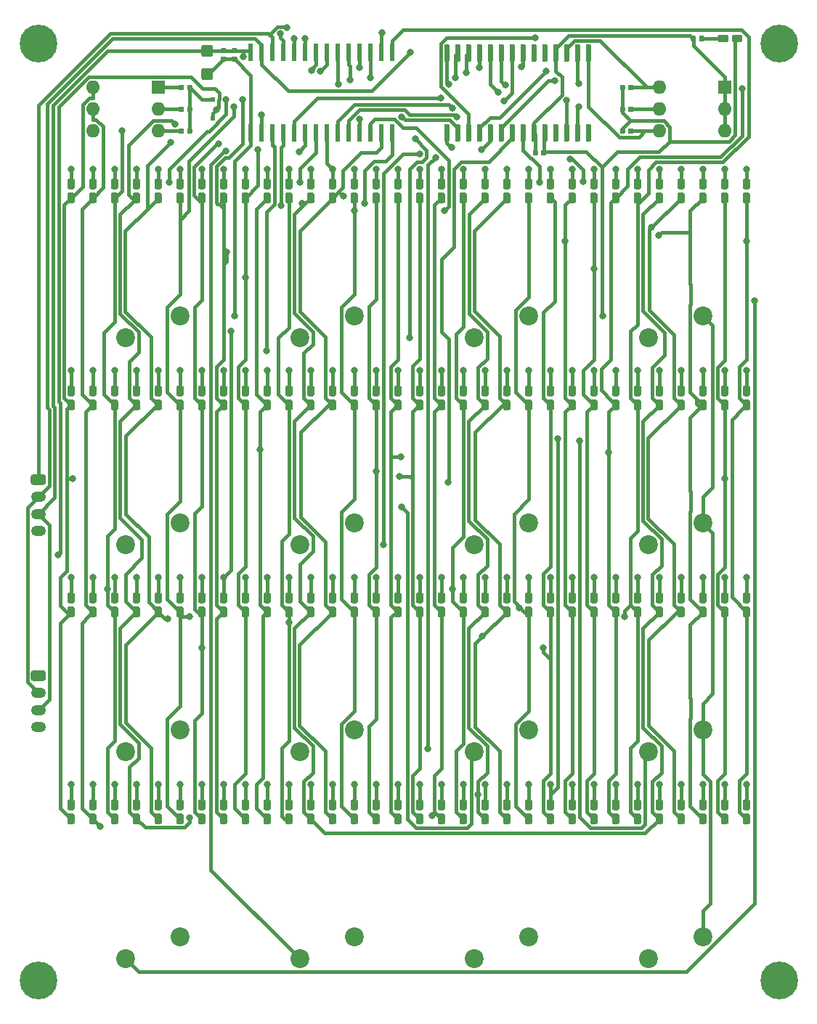
<source format=gbr>
G04 #@! TF.GenerationSoftware,KiCad,Pcbnew,5.1.4+dfsg1-1*
G04 #@! TF.CreationDate,2020-01-15T10:00:44+00:00*
G04 #@! TF.ProjectId,chordboard,63686f72-6462-46f6-9172-642e6b696361,rev?*
G04 #@! TF.SameCoordinates,Original*
G04 #@! TF.FileFunction,Copper,L1,Top*
G04 #@! TF.FilePolarity,Positive*
%FSLAX46Y46*%
G04 Gerber Fmt 4.6, Leading zero omitted, Abs format (unit mm)*
G04 Created by KiCad (PCBNEW 5.1.4+dfsg1-1) date 2020-01-15 10:00:44*
%MOMM*%
%LPD*%
G04 APERTURE LIST*
%ADD10R,0.600000X2.000000*%
%ADD11C,0.100000*%
%ADD12C,0.600000*%
%ADD13C,0.850000*%
%ADD14O,1.750000X1.200000*%
%ADD15C,1.200000*%
%ADD16C,0.590000*%
%ADD17C,2.200000*%
%ADD18O,1.600000X1.600000*%
%ADD19R,1.600000X1.600000*%
%ADD20C,0.700000*%
%ADD21C,4.400000*%
%ADD22R,0.500000X0.500000*%
%ADD23C,1.350000*%
%ADD24C,0.800000*%
%ADD25C,0.400000*%
G04 APERTURE END LIST*
D10*
X75565000Y-76455000D03*
X76835000Y-76455000D03*
X78105000Y-76455000D03*
X79375000Y-76455000D03*
X80645000Y-76455000D03*
X81915000Y-76455000D03*
X83185000Y-76455000D03*
X84455000Y-76455000D03*
X85725000Y-76455000D03*
X86995000Y-76455000D03*
X88265000Y-76455000D03*
X89535000Y-76455000D03*
X90805000Y-76455000D03*
X92075000Y-76455000D03*
X92075000Y-67055000D03*
X90805000Y-67055000D03*
X89535000Y-67055000D03*
X88265000Y-67055000D03*
X86995000Y-67055000D03*
X85725000Y-67055000D03*
X84455000Y-67055000D03*
X83185000Y-67055000D03*
X81915000Y-67055000D03*
X80645000Y-67055000D03*
X79375000Y-67055000D03*
X78105000Y-67055000D03*
X76835000Y-67055000D03*
X75565000Y-67055000D03*
D11*
G36*
X98589703Y-66080722D02*
G01*
X98604264Y-66082882D01*
X98618543Y-66086459D01*
X98632403Y-66091418D01*
X98645710Y-66097712D01*
X98658336Y-66105280D01*
X98670159Y-66114048D01*
X98681066Y-66123934D01*
X98690952Y-66134841D01*
X98699720Y-66146664D01*
X98707288Y-66159290D01*
X98713582Y-66172597D01*
X98718541Y-66186457D01*
X98722118Y-66200736D01*
X98724278Y-66215297D01*
X98725000Y-66230000D01*
X98725000Y-67980000D01*
X98724278Y-67994703D01*
X98722118Y-68009264D01*
X98718541Y-68023543D01*
X98713582Y-68037403D01*
X98707288Y-68050710D01*
X98699720Y-68063336D01*
X98690952Y-68075159D01*
X98681066Y-68086066D01*
X98670159Y-68095952D01*
X98658336Y-68104720D01*
X98645710Y-68112288D01*
X98632403Y-68118582D01*
X98618543Y-68123541D01*
X98604264Y-68127118D01*
X98589703Y-68129278D01*
X98575000Y-68130000D01*
X98275000Y-68130000D01*
X98260297Y-68129278D01*
X98245736Y-68127118D01*
X98231457Y-68123541D01*
X98217597Y-68118582D01*
X98204290Y-68112288D01*
X98191664Y-68104720D01*
X98179841Y-68095952D01*
X98168934Y-68086066D01*
X98159048Y-68075159D01*
X98150280Y-68063336D01*
X98142712Y-68050710D01*
X98136418Y-68037403D01*
X98131459Y-68023543D01*
X98127882Y-68009264D01*
X98125722Y-67994703D01*
X98125000Y-67980000D01*
X98125000Y-66230000D01*
X98125722Y-66215297D01*
X98127882Y-66200736D01*
X98131459Y-66186457D01*
X98136418Y-66172597D01*
X98142712Y-66159290D01*
X98150280Y-66146664D01*
X98159048Y-66134841D01*
X98168934Y-66123934D01*
X98179841Y-66114048D01*
X98191664Y-66105280D01*
X98204290Y-66097712D01*
X98217597Y-66091418D01*
X98231457Y-66086459D01*
X98245736Y-66082882D01*
X98260297Y-66080722D01*
X98275000Y-66080000D01*
X98575000Y-66080000D01*
X98589703Y-66080722D01*
X98589703Y-66080722D01*
G37*
D12*
X98425000Y-67105000D03*
D11*
G36*
X99859703Y-66080722D02*
G01*
X99874264Y-66082882D01*
X99888543Y-66086459D01*
X99902403Y-66091418D01*
X99915710Y-66097712D01*
X99928336Y-66105280D01*
X99940159Y-66114048D01*
X99951066Y-66123934D01*
X99960952Y-66134841D01*
X99969720Y-66146664D01*
X99977288Y-66159290D01*
X99983582Y-66172597D01*
X99988541Y-66186457D01*
X99992118Y-66200736D01*
X99994278Y-66215297D01*
X99995000Y-66230000D01*
X99995000Y-67980000D01*
X99994278Y-67994703D01*
X99992118Y-68009264D01*
X99988541Y-68023543D01*
X99983582Y-68037403D01*
X99977288Y-68050710D01*
X99969720Y-68063336D01*
X99960952Y-68075159D01*
X99951066Y-68086066D01*
X99940159Y-68095952D01*
X99928336Y-68104720D01*
X99915710Y-68112288D01*
X99902403Y-68118582D01*
X99888543Y-68123541D01*
X99874264Y-68127118D01*
X99859703Y-68129278D01*
X99845000Y-68130000D01*
X99545000Y-68130000D01*
X99530297Y-68129278D01*
X99515736Y-68127118D01*
X99501457Y-68123541D01*
X99487597Y-68118582D01*
X99474290Y-68112288D01*
X99461664Y-68104720D01*
X99449841Y-68095952D01*
X99438934Y-68086066D01*
X99429048Y-68075159D01*
X99420280Y-68063336D01*
X99412712Y-68050710D01*
X99406418Y-68037403D01*
X99401459Y-68023543D01*
X99397882Y-68009264D01*
X99395722Y-67994703D01*
X99395000Y-67980000D01*
X99395000Y-66230000D01*
X99395722Y-66215297D01*
X99397882Y-66200736D01*
X99401459Y-66186457D01*
X99406418Y-66172597D01*
X99412712Y-66159290D01*
X99420280Y-66146664D01*
X99429048Y-66134841D01*
X99438934Y-66123934D01*
X99449841Y-66114048D01*
X99461664Y-66105280D01*
X99474290Y-66097712D01*
X99487597Y-66091418D01*
X99501457Y-66086459D01*
X99515736Y-66082882D01*
X99530297Y-66080722D01*
X99545000Y-66080000D01*
X99845000Y-66080000D01*
X99859703Y-66080722D01*
X99859703Y-66080722D01*
G37*
D12*
X99695000Y-67105000D03*
D11*
G36*
X101129703Y-66080722D02*
G01*
X101144264Y-66082882D01*
X101158543Y-66086459D01*
X101172403Y-66091418D01*
X101185710Y-66097712D01*
X101198336Y-66105280D01*
X101210159Y-66114048D01*
X101221066Y-66123934D01*
X101230952Y-66134841D01*
X101239720Y-66146664D01*
X101247288Y-66159290D01*
X101253582Y-66172597D01*
X101258541Y-66186457D01*
X101262118Y-66200736D01*
X101264278Y-66215297D01*
X101265000Y-66230000D01*
X101265000Y-67980000D01*
X101264278Y-67994703D01*
X101262118Y-68009264D01*
X101258541Y-68023543D01*
X101253582Y-68037403D01*
X101247288Y-68050710D01*
X101239720Y-68063336D01*
X101230952Y-68075159D01*
X101221066Y-68086066D01*
X101210159Y-68095952D01*
X101198336Y-68104720D01*
X101185710Y-68112288D01*
X101172403Y-68118582D01*
X101158543Y-68123541D01*
X101144264Y-68127118D01*
X101129703Y-68129278D01*
X101115000Y-68130000D01*
X100815000Y-68130000D01*
X100800297Y-68129278D01*
X100785736Y-68127118D01*
X100771457Y-68123541D01*
X100757597Y-68118582D01*
X100744290Y-68112288D01*
X100731664Y-68104720D01*
X100719841Y-68095952D01*
X100708934Y-68086066D01*
X100699048Y-68075159D01*
X100690280Y-68063336D01*
X100682712Y-68050710D01*
X100676418Y-68037403D01*
X100671459Y-68023543D01*
X100667882Y-68009264D01*
X100665722Y-67994703D01*
X100665000Y-67980000D01*
X100665000Y-66230000D01*
X100665722Y-66215297D01*
X100667882Y-66200736D01*
X100671459Y-66186457D01*
X100676418Y-66172597D01*
X100682712Y-66159290D01*
X100690280Y-66146664D01*
X100699048Y-66134841D01*
X100708934Y-66123934D01*
X100719841Y-66114048D01*
X100731664Y-66105280D01*
X100744290Y-66097712D01*
X100757597Y-66091418D01*
X100771457Y-66086459D01*
X100785736Y-66082882D01*
X100800297Y-66080722D01*
X100815000Y-66080000D01*
X101115000Y-66080000D01*
X101129703Y-66080722D01*
X101129703Y-66080722D01*
G37*
D12*
X100965000Y-67105000D03*
D11*
G36*
X102399703Y-66080722D02*
G01*
X102414264Y-66082882D01*
X102428543Y-66086459D01*
X102442403Y-66091418D01*
X102455710Y-66097712D01*
X102468336Y-66105280D01*
X102480159Y-66114048D01*
X102491066Y-66123934D01*
X102500952Y-66134841D01*
X102509720Y-66146664D01*
X102517288Y-66159290D01*
X102523582Y-66172597D01*
X102528541Y-66186457D01*
X102532118Y-66200736D01*
X102534278Y-66215297D01*
X102535000Y-66230000D01*
X102535000Y-67980000D01*
X102534278Y-67994703D01*
X102532118Y-68009264D01*
X102528541Y-68023543D01*
X102523582Y-68037403D01*
X102517288Y-68050710D01*
X102509720Y-68063336D01*
X102500952Y-68075159D01*
X102491066Y-68086066D01*
X102480159Y-68095952D01*
X102468336Y-68104720D01*
X102455710Y-68112288D01*
X102442403Y-68118582D01*
X102428543Y-68123541D01*
X102414264Y-68127118D01*
X102399703Y-68129278D01*
X102385000Y-68130000D01*
X102085000Y-68130000D01*
X102070297Y-68129278D01*
X102055736Y-68127118D01*
X102041457Y-68123541D01*
X102027597Y-68118582D01*
X102014290Y-68112288D01*
X102001664Y-68104720D01*
X101989841Y-68095952D01*
X101978934Y-68086066D01*
X101969048Y-68075159D01*
X101960280Y-68063336D01*
X101952712Y-68050710D01*
X101946418Y-68037403D01*
X101941459Y-68023543D01*
X101937882Y-68009264D01*
X101935722Y-67994703D01*
X101935000Y-67980000D01*
X101935000Y-66230000D01*
X101935722Y-66215297D01*
X101937882Y-66200736D01*
X101941459Y-66186457D01*
X101946418Y-66172597D01*
X101952712Y-66159290D01*
X101960280Y-66146664D01*
X101969048Y-66134841D01*
X101978934Y-66123934D01*
X101989841Y-66114048D01*
X102001664Y-66105280D01*
X102014290Y-66097712D01*
X102027597Y-66091418D01*
X102041457Y-66086459D01*
X102055736Y-66082882D01*
X102070297Y-66080722D01*
X102085000Y-66080000D01*
X102385000Y-66080000D01*
X102399703Y-66080722D01*
X102399703Y-66080722D01*
G37*
D12*
X102235000Y-67105000D03*
D11*
G36*
X103669703Y-66080722D02*
G01*
X103684264Y-66082882D01*
X103698543Y-66086459D01*
X103712403Y-66091418D01*
X103725710Y-66097712D01*
X103738336Y-66105280D01*
X103750159Y-66114048D01*
X103761066Y-66123934D01*
X103770952Y-66134841D01*
X103779720Y-66146664D01*
X103787288Y-66159290D01*
X103793582Y-66172597D01*
X103798541Y-66186457D01*
X103802118Y-66200736D01*
X103804278Y-66215297D01*
X103805000Y-66230000D01*
X103805000Y-67980000D01*
X103804278Y-67994703D01*
X103802118Y-68009264D01*
X103798541Y-68023543D01*
X103793582Y-68037403D01*
X103787288Y-68050710D01*
X103779720Y-68063336D01*
X103770952Y-68075159D01*
X103761066Y-68086066D01*
X103750159Y-68095952D01*
X103738336Y-68104720D01*
X103725710Y-68112288D01*
X103712403Y-68118582D01*
X103698543Y-68123541D01*
X103684264Y-68127118D01*
X103669703Y-68129278D01*
X103655000Y-68130000D01*
X103355000Y-68130000D01*
X103340297Y-68129278D01*
X103325736Y-68127118D01*
X103311457Y-68123541D01*
X103297597Y-68118582D01*
X103284290Y-68112288D01*
X103271664Y-68104720D01*
X103259841Y-68095952D01*
X103248934Y-68086066D01*
X103239048Y-68075159D01*
X103230280Y-68063336D01*
X103222712Y-68050710D01*
X103216418Y-68037403D01*
X103211459Y-68023543D01*
X103207882Y-68009264D01*
X103205722Y-67994703D01*
X103205000Y-67980000D01*
X103205000Y-66230000D01*
X103205722Y-66215297D01*
X103207882Y-66200736D01*
X103211459Y-66186457D01*
X103216418Y-66172597D01*
X103222712Y-66159290D01*
X103230280Y-66146664D01*
X103239048Y-66134841D01*
X103248934Y-66123934D01*
X103259841Y-66114048D01*
X103271664Y-66105280D01*
X103284290Y-66097712D01*
X103297597Y-66091418D01*
X103311457Y-66086459D01*
X103325736Y-66082882D01*
X103340297Y-66080722D01*
X103355000Y-66080000D01*
X103655000Y-66080000D01*
X103669703Y-66080722D01*
X103669703Y-66080722D01*
G37*
D12*
X103505000Y-67105000D03*
D11*
G36*
X104939703Y-66080722D02*
G01*
X104954264Y-66082882D01*
X104968543Y-66086459D01*
X104982403Y-66091418D01*
X104995710Y-66097712D01*
X105008336Y-66105280D01*
X105020159Y-66114048D01*
X105031066Y-66123934D01*
X105040952Y-66134841D01*
X105049720Y-66146664D01*
X105057288Y-66159290D01*
X105063582Y-66172597D01*
X105068541Y-66186457D01*
X105072118Y-66200736D01*
X105074278Y-66215297D01*
X105075000Y-66230000D01*
X105075000Y-67980000D01*
X105074278Y-67994703D01*
X105072118Y-68009264D01*
X105068541Y-68023543D01*
X105063582Y-68037403D01*
X105057288Y-68050710D01*
X105049720Y-68063336D01*
X105040952Y-68075159D01*
X105031066Y-68086066D01*
X105020159Y-68095952D01*
X105008336Y-68104720D01*
X104995710Y-68112288D01*
X104982403Y-68118582D01*
X104968543Y-68123541D01*
X104954264Y-68127118D01*
X104939703Y-68129278D01*
X104925000Y-68130000D01*
X104625000Y-68130000D01*
X104610297Y-68129278D01*
X104595736Y-68127118D01*
X104581457Y-68123541D01*
X104567597Y-68118582D01*
X104554290Y-68112288D01*
X104541664Y-68104720D01*
X104529841Y-68095952D01*
X104518934Y-68086066D01*
X104509048Y-68075159D01*
X104500280Y-68063336D01*
X104492712Y-68050710D01*
X104486418Y-68037403D01*
X104481459Y-68023543D01*
X104477882Y-68009264D01*
X104475722Y-67994703D01*
X104475000Y-67980000D01*
X104475000Y-66230000D01*
X104475722Y-66215297D01*
X104477882Y-66200736D01*
X104481459Y-66186457D01*
X104486418Y-66172597D01*
X104492712Y-66159290D01*
X104500280Y-66146664D01*
X104509048Y-66134841D01*
X104518934Y-66123934D01*
X104529841Y-66114048D01*
X104541664Y-66105280D01*
X104554290Y-66097712D01*
X104567597Y-66091418D01*
X104581457Y-66086459D01*
X104595736Y-66082882D01*
X104610297Y-66080722D01*
X104625000Y-66080000D01*
X104925000Y-66080000D01*
X104939703Y-66080722D01*
X104939703Y-66080722D01*
G37*
D12*
X104775000Y-67105000D03*
D11*
G36*
X106209703Y-66080722D02*
G01*
X106224264Y-66082882D01*
X106238543Y-66086459D01*
X106252403Y-66091418D01*
X106265710Y-66097712D01*
X106278336Y-66105280D01*
X106290159Y-66114048D01*
X106301066Y-66123934D01*
X106310952Y-66134841D01*
X106319720Y-66146664D01*
X106327288Y-66159290D01*
X106333582Y-66172597D01*
X106338541Y-66186457D01*
X106342118Y-66200736D01*
X106344278Y-66215297D01*
X106345000Y-66230000D01*
X106345000Y-67980000D01*
X106344278Y-67994703D01*
X106342118Y-68009264D01*
X106338541Y-68023543D01*
X106333582Y-68037403D01*
X106327288Y-68050710D01*
X106319720Y-68063336D01*
X106310952Y-68075159D01*
X106301066Y-68086066D01*
X106290159Y-68095952D01*
X106278336Y-68104720D01*
X106265710Y-68112288D01*
X106252403Y-68118582D01*
X106238543Y-68123541D01*
X106224264Y-68127118D01*
X106209703Y-68129278D01*
X106195000Y-68130000D01*
X105895000Y-68130000D01*
X105880297Y-68129278D01*
X105865736Y-68127118D01*
X105851457Y-68123541D01*
X105837597Y-68118582D01*
X105824290Y-68112288D01*
X105811664Y-68104720D01*
X105799841Y-68095952D01*
X105788934Y-68086066D01*
X105779048Y-68075159D01*
X105770280Y-68063336D01*
X105762712Y-68050710D01*
X105756418Y-68037403D01*
X105751459Y-68023543D01*
X105747882Y-68009264D01*
X105745722Y-67994703D01*
X105745000Y-67980000D01*
X105745000Y-66230000D01*
X105745722Y-66215297D01*
X105747882Y-66200736D01*
X105751459Y-66186457D01*
X105756418Y-66172597D01*
X105762712Y-66159290D01*
X105770280Y-66146664D01*
X105779048Y-66134841D01*
X105788934Y-66123934D01*
X105799841Y-66114048D01*
X105811664Y-66105280D01*
X105824290Y-66097712D01*
X105837597Y-66091418D01*
X105851457Y-66086459D01*
X105865736Y-66082882D01*
X105880297Y-66080722D01*
X105895000Y-66080000D01*
X106195000Y-66080000D01*
X106209703Y-66080722D01*
X106209703Y-66080722D01*
G37*
D12*
X106045000Y-67105000D03*
D11*
G36*
X107479703Y-66080722D02*
G01*
X107494264Y-66082882D01*
X107508543Y-66086459D01*
X107522403Y-66091418D01*
X107535710Y-66097712D01*
X107548336Y-66105280D01*
X107560159Y-66114048D01*
X107571066Y-66123934D01*
X107580952Y-66134841D01*
X107589720Y-66146664D01*
X107597288Y-66159290D01*
X107603582Y-66172597D01*
X107608541Y-66186457D01*
X107612118Y-66200736D01*
X107614278Y-66215297D01*
X107615000Y-66230000D01*
X107615000Y-67980000D01*
X107614278Y-67994703D01*
X107612118Y-68009264D01*
X107608541Y-68023543D01*
X107603582Y-68037403D01*
X107597288Y-68050710D01*
X107589720Y-68063336D01*
X107580952Y-68075159D01*
X107571066Y-68086066D01*
X107560159Y-68095952D01*
X107548336Y-68104720D01*
X107535710Y-68112288D01*
X107522403Y-68118582D01*
X107508543Y-68123541D01*
X107494264Y-68127118D01*
X107479703Y-68129278D01*
X107465000Y-68130000D01*
X107165000Y-68130000D01*
X107150297Y-68129278D01*
X107135736Y-68127118D01*
X107121457Y-68123541D01*
X107107597Y-68118582D01*
X107094290Y-68112288D01*
X107081664Y-68104720D01*
X107069841Y-68095952D01*
X107058934Y-68086066D01*
X107049048Y-68075159D01*
X107040280Y-68063336D01*
X107032712Y-68050710D01*
X107026418Y-68037403D01*
X107021459Y-68023543D01*
X107017882Y-68009264D01*
X107015722Y-67994703D01*
X107015000Y-67980000D01*
X107015000Y-66230000D01*
X107015722Y-66215297D01*
X107017882Y-66200736D01*
X107021459Y-66186457D01*
X107026418Y-66172597D01*
X107032712Y-66159290D01*
X107040280Y-66146664D01*
X107049048Y-66134841D01*
X107058934Y-66123934D01*
X107069841Y-66114048D01*
X107081664Y-66105280D01*
X107094290Y-66097712D01*
X107107597Y-66091418D01*
X107121457Y-66086459D01*
X107135736Y-66082882D01*
X107150297Y-66080722D01*
X107165000Y-66080000D01*
X107465000Y-66080000D01*
X107479703Y-66080722D01*
X107479703Y-66080722D01*
G37*
D12*
X107315000Y-67105000D03*
D11*
G36*
X108749703Y-66080722D02*
G01*
X108764264Y-66082882D01*
X108778543Y-66086459D01*
X108792403Y-66091418D01*
X108805710Y-66097712D01*
X108818336Y-66105280D01*
X108830159Y-66114048D01*
X108841066Y-66123934D01*
X108850952Y-66134841D01*
X108859720Y-66146664D01*
X108867288Y-66159290D01*
X108873582Y-66172597D01*
X108878541Y-66186457D01*
X108882118Y-66200736D01*
X108884278Y-66215297D01*
X108885000Y-66230000D01*
X108885000Y-67980000D01*
X108884278Y-67994703D01*
X108882118Y-68009264D01*
X108878541Y-68023543D01*
X108873582Y-68037403D01*
X108867288Y-68050710D01*
X108859720Y-68063336D01*
X108850952Y-68075159D01*
X108841066Y-68086066D01*
X108830159Y-68095952D01*
X108818336Y-68104720D01*
X108805710Y-68112288D01*
X108792403Y-68118582D01*
X108778543Y-68123541D01*
X108764264Y-68127118D01*
X108749703Y-68129278D01*
X108735000Y-68130000D01*
X108435000Y-68130000D01*
X108420297Y-68129278D01*
X108405736Y-68127118D01*
X108391457Y-68123541D01*
X108377597Y-68118582D01*
X108364290Y-68112288D01*
X108351664Y-68104720D01*
X108339841Y-68095952D01*
X108328934Y-68086066D01*
X108319048Y-68075159D01*
X108310280Y-68063336D01*
X108302712Y-68050710D01*
X108296418Y-68037403D01*
X108291459Y-68023543D01*
X108287882Y-68009264D01*
X108285722Y-67994703D01*
X108285000Y-67980000D01*
X108285000Y-66230000D01*
X108285722Y-66215297D01*
X108287882Y-66200736D01*
X108291459Y-66186457D01*
X108296418Y-66172597D01*
X108302712Y-66159290D01*
X108310280Y-66146664D01*
X108319048Y-66134841D01*
X108328934Y-66123934D01*
X108339841Y-66114048D01*
X108351664Y-66105280D01*
X108364290Y-66097712D01*
X108377597Y-66091418D01*
X108391457Y-66086459D01*
X108405736Y-66082882D01*
X108420297Y-66080722D01*
X108435000Y-66080000D01*
X108735000Y-66080000D01*
X108749703Y-66080722D01*
X108749703Y-66080722D01*
G37*
D12*
X108585000Y-67105000D03*
D11*
G36*
X110019703Y-66080722D02*
G01*
X110034264Y-66082882D01*
X110048543Y-66086459D01*
X110062403Y-66091418D01*
X110075710Y-66097712D01*
X110088336Y-66105280D01*
X110100159Y-66114048D01*
X110111066Y-66123934D01*
X110120952Y-66134841D01*
X110129720Y-66146664D01*
X110137288Y-66159290D01*
X110143582Y-66172597D01*
X110148541Y-66186457D01*
X110152118Y-66200736D01*
X110154278Y-66215297D01*
X110155000Y-66230000D01*
X110155000Y-67980000D01*
X110154278Y-67994703D01*
X110152118Y-68009264D01*
X110148541Y-68023543D01*
X110143582Y-68037403D01*
X110137288Y-68050710D01*
X110129720Y-68063336D01*
X110120952Y-68075159D01*
X110111066Y-68086066D01*
X110100159Y-68095952D01*
X110088336Y-68104720D01*
X110075710Y-68112288D01*
X110062403Y-68118582D01*
X110048543Y-68123541D01*
X110034264Y-68127118D01*
X110019703Y-68129278D01*
X110005000Y-68130000D01*
X109705000Y-68130000D01*
X109690297Y-68129278D01*
X109675736Y-68127118D01*
X109661457Y-68123541D01*
X109647597Y-68118582D01*
X109634290Y-68112288D01*
X109621664Y-68104720D01*
X109609841Y-68095952D01*
X109598934Y-68086066D01*
X109589048Y-68075159D01*
X109580280Y-68063336D01*
X109572712Y-68050710D01*
X109566418Y-68037403D01*
X109561459Y-68023543D01*
X109557882Y-68009264D01*
X109555722Y-67994703D01*
X109555000Y-67980000D01*
X109555000Y-66230000D01*
X109555722Y-66215297D01*
X109557882Y-66200736D01*
X109561459Y-66186457D01*
X109566418Y-66172597D01*
X109572712Y-66159290D01*
X109580280Y-66146664D01*
X109589048Y-66134841D01*
X109598934Y-66123934D01*
X109609841Y-66114048D01*
X109621664Y-66105280D01*
X109634290Y-66097712D01*
X109647597Y-66091418D01*
X109661457Y-66086459D01*
X109675736Y-66082882D01*
X109690297Y-66080722D01*
X109705000Y-66080000D01*
X110005000Y-66080000D01*
X110019703Y-66080722D01*
X110019703Y-66080722D01*
G37*
D12*
X109855000Y-67105000D03*
D11*
G36*
X111289703Y-66080722D02*
G01*
X111304264Y-66082882D01*
X111318543Y-66086459D01*
X111332403Y-66091418D01*
X111345710Y-66097712D01*
X111358336Y-66105280D01*
X111370159Y-66114048D01*
X111381066Y-66123934D01*
X111390952Y-66134841D01*
X111399720Y-66146664D01*
X111407288Y-66159290D01*
X111413582Y-66172597D01*
X111418541Y-66186457D01*
X111422118Y-66200736D01*
X111424278Y-66215297D01*
X111425000Y-66230000D01*
X111425000Y-67980000D01*
X111424278Y-67994703D01*
X111422118Y-68009264D01*
X111418541Y-68023543D01*
X111413582Y-68037403D01*
X111407288Y-68050710D01*
X111399720Y-68063336D01*
X111390952Y-68075159D01*
X111381066Y-68086066D01*
X111370159Y-68095952D01*
X111358336Y-68104720D01*
X111345710Y-68112288D01*
X111332403Y-68118582D01*
X111318543Y-68123541D01*
X111304264Y-68127118D01*
X111289703Y-68129278D01*
X111275000Y-68130000D01*
X110975000Y-68130000D01*
X110960297Y-68129278D01*
X110945736Y-68127118D01*
X110931457Y-68123541D01*
X110917597Y-68118582D01*
X110904290Y-68112288D01*
X110891664Y-68104720D01*
X110879841Y-68095952D01*
X110868934Y-68086066D01*
X110859048Y-68075159D01*
X110850280Y-68063336D01*
X110842712Y-68050710D01*
X110836418Y-68037403D01*
X110831459Y-68023543D01*
X110827882Y-68009264D01*
X110825722Y-67994703D01*
X110825000Y-67980000D01*
X110825000Y-66230000D01*
X110825722Y-66215297D01*
X110827882Y-66200736D01*
X110831459Y-66186457D01*
X110836418Y-66172597D01*
X110842712Y-66159290D01*
X110850280Y-66146664D01*
X110859048Y-66134841D01*
X110868934Y-66123934D01*
X110879841Y-66114048D01*
X110891664Y-66105280D01*
X110904290Y-66097712D01*
X110917597Y-66091418D01*
X110931457Y-66086459D01*
X110945736Y-66082882D01*
X110960297Y-66080722D01*
X110975000Y-66080000D01*
X111275000Y-66080000D01*
X111289703Y-66080722D01*
X111289703Y-66080722D01*
G37*
D12*
X111125000Y-67105000D03*
D11*
G36*
X112559703Y-66080722D02*
G01*
X112574264Y-66082882D01*
X112588543Y-66086459D01*
X112602403Y-66091418D01*
X112615710Y-66097712D01*
X112628336Y-66105280D01*
X112640159Y-66114048D01*
X112651066Y-66123934D01*
X112660952Y-66134841D01*
X112669720Y-66146664D01*
X112677288Y-66159290D01*
X112683582Y-66172597D01*
X112688541Y-66186457D01*
X112692118Y-66200736D01*
X112694278Y-66215297D01*
X112695000Y-66230000D01*
X112695000Y-67980000D01*
X112694278Y-67994703D01*
X112692118Y-68009264D01*
X112688541Y-68023543D01*
X112683582Y-68037403D01*
X112677288Y-68050710D01*
X112669720Y-68063336D01*
X112660952Y-68075159D01*
X112651066Y-68086066D01*
X112640159Y-68095952D01*
X112628336Y-68104720D01*
X112615710Y-68112288D01*
X112602403Y-68118582D01*
X112588543Y-68123541D01*
X112574264Y-68127118D01*
X112559703Y-68129278D01*
X112545000Y-68130000D01*
X112245000Y-68130000D01*
X112230297Y-68129278D01*
X112215736Y-68127118D01*
X112201457Y-68123541D01*
X112187597Y-68118582D01*
X112174290Y-68112288D01*
X112161664Y-68104720D01*
X112149841Y-68095952D01*
X112138934Y-68086066D01*
X112129048Y-68075159D01*
X112120280Y-68063336D01*
X112112712Y-68050710D01*
X112106418Y-68037403D01*
X112101459Y-68023543D01*
X112097882Y-68009264D01*
X112095722Y-67994703D01*
X112095000Y-67980000D01*
X112095000Y-66230000D01*
X112095722Y-66215297D01*
X112097882Y-66200736D01*
X112101459Y-66186457D01*
X112106418Y-66172597D01*
X112112712Y-66159290D01*
X112120280Y-66146664D01*
X112129048Y-66134841D01*
X112138934Y-66123934D01*
X112149841Y-66114048D01*
X112161664Y-66105280D01*
X112174290Y-66097712D01*
X112187597Y-66091418D01*
X112201457Y-66086459D01*
X112215736Y-66082882D01*
X112230297Y-66080722D01*
X112245000Y-66080000D01*
X112545000Y-66080000D01*
X112559703Y-66080722D01*
X112559703Y-66080722D01*
G37*
D12*
X112395000Y-67105000D03*
D11*
G36*
X113829703Y-66080722D02*
G01*
X113844264Y-66082882D01*
X113858543Y-66086459D01*
X113872403Y-66091418D01*
X113885710Y-66097712D01*
X113898336Y-66105280D01*
X113910159Y-66114048D01*
X113921066Y-66123934D01*
X113930952Y-66134841D01*
X113939720Y-66146664D01*
X113947288Y-66159290D01*
X113953582Y-66172597D01*
X113958541Y-66186457D01*
X113962118Y-66200736D01*
X113964278Y-66215297D01*
X113965000Y-66230000D01*
X113965000Y-67980000D01*
X113964278Y-67994703D01*
X113962118Y-68009264D01*
X113958541Y-68023543D01*
X113953582Y-68037403D01*
X113947288Y-68050710D01*
X113939720Y-68063336D01*
X113930952Y-68075159D01*
X113921066Y-68086066D01*
X113910159Y-68095952D01*
X113898336Y-68104720D01*
X113885710Y-68112288D01*
X113872403Y-68118582D01*
X113858543Y-68123541D01*
X113844264Y-68127118D01*
X113829703Y-68129278D01*
X113815000Y-68130000D01*
X113515000Y-68130000D01*
X113500297Y-68129278D01*
X113485736Y-68127118D01*
X113471457Y-68123541D01*
X113457597Y-68118582D01*
X113444290Y-68112288D01*
X113431664Y-68104720D01*
X113419841Y-68095952D01*
X113408934Y-68086066D01*
X113399048Y-68075159D01*
X113390280Y-68063336D01*
X113382712Y-68050710D01*
X113376418Y-68037403D01*
X113371459Y-68023543D01*
X113367882Y-68009264D01*
X113365722Y-67994703D01*
X113365000Y-67980000D01*
X113365000Y-66230000D01*
X113365722Y-66215297D01*
X113367882Y-66200736D01*
X113371459Y-66186457D01*
X113376418Y-66172597D01*
X113382712Y-66159290D01*
X113390280Y-66146664D01*
X113399048Y-66134841D01*
X113408934Y-66123934D01*
X113419841Y-66114048D01*
X113431664Y-66105280D01*
X113444290Y-66097712D01*
X113457597Y-66091418D01*
X113471457Y-66086459D01*
X113485736Y-66082882D01*
X113500297Y-66080722D01*
X113515000Y-66080000D01*
X113815000Y-66080000D01*
X113829703Y-66080722D01*
X113829703Y-66080722D01*
G37*
D12*
X113665000Y-67105000D03*
D11*
G36*
X115099703Y-66080722D02*
G01*
X115114264Y-66082882D01*
X115128543Y-66086459D01*
X115142403Y-66091418D01*
X115155710Y-66097712D01*
X115168336Y-66105280D01*
X115180159Y-66114048D01*
X115191066Y-66123934D01*
X115200952Y-66134841D01*
X115209720Y-66146664D01*
X115217288Y-66159290D01*
X115223582Y-66172597D01*
X115228541Y-66186457D01*
X115232118Y-66200736D01*
X115234278Y-66215297D01*
X115235000Y-66230000D01*
X115235000Y-67980000D01*
X115234278Y-67994703D01*
X115232118Y-68009264D01*
X115228541Y-68023543D01*
X115223582Y-68037403D01*
X115217288Y-68050710D01*
X115209720Y-68063336D01*
X115200952Y-68075159D01*
X115191066Y-68086066D01*
X115180159Y-68095952D01*
X115168336Y-68104720D01*
X115155710Y-68112288D01*
X115142403Y-68118582D01*
X115128543Y-68123541D01*
X115114264Y-68127118D01*
X115099703Y-68129278D01*
X115085000Y-68130000D01*
X114785000Y-68130000D01*
X114770297Y-68129278D01*
X114755736Y-68127118D01*
X114741457Y-68123541D01*
X114727597Y-68118582D01*
X114714290Y-68112288D01*
X114701664Y-68104720D01*
X114689841Y-68095952D01*
X114678934Y-68086066D01*
X114669048Y-68075159D01*
X114660280Y-68063336D01*
X114652712Y-68050710D01*
X114646418Y-68037403D01*
X114641459Y-68023543D01*
X114637882Y-68009264D01*
X114635722Y-67994703D01*
X114635000Y-67980000D01*
X114635000Y-66230000D01*
X114635722Y-66215297D01*
X114637882Y-66200736D01*
X114641459Y-66186457D01*
X114646418Y-66172597D01*
X114652712Y-66159290D01*
X114660280Y-66146664D01*
X114669048Y-66134841D01*
X114678934Y-66123934D01*
X114689841Y-66114048D01*
X114701664Y-66105280D01*
X114714290Y-66097712D01*
X114727597Y-66091418D01*
X114741457Y-66086459D01*
X114755736Y-66082882D01*
X114770297Y-66080722D01*
X114785000Y-66080000D01*
X115085000Y-66080000D01*
X115099703Y-66080722D01*
X115099703Y-66080722D01*
G37*
D12*
X114935000Y-67105000D03*
D11*
G36*
X115099703Y-75380722D02*
G01*
X115114264Y-75382882D01*
X115128543Y-75386459D01*
X115142403Y-75391418D01*
X115155710Y-75397712D01*
X115168336Y-75405280D01*
X115180159Y-75414048D01*
X115191066Y-75423934D01*
X115200952Y-75434841D01*
X115209720Y-75446664D01*
X115217288Y-75459290D01*
X115223582Y-75472597D01*
X115228541Y-75486457D01*
X115232118Y-75500736D01*
X115234278Y-75515297D01*
X115235000Y-75530000D01*
X115235000Y-77280000D01*
X115234278Y-77294703D01*
X115232118Y-77309264D01*
X115228541Y-77323543D01*
X115223582Y-77337403D01*
X115217288Y-77350710D01*
X115209720Y-77363336D01*
X115200952Y-77375159D01*
X115191066Y-77386066D01*
X115180159Y-77395952D01*
X115168336Y-77404720D01*
X115155710Y-77412288D01*
X115142403Y-77418582D01*
X115128543Y-77423541D01*
X115114264Y-77427118D01*
X115099703Y-77429278D01*
X115085000Y-77430000D01*
X114785000Y-77430000D01*
X114770297Y-77429278D01*
X114755736Y-77427118D01*
X114741457Y-77423541D01*
X114727597Y-77418582D01*
X114714290Y-77412288D01*
X114701664Y-77404720D01*
X114689841Y-77395952D01*
X114678934Y-77386066D01*
X114669048Y-77375159D01*
X114660280Y-77363336D01*
X114652712Y-77350710D01*
X114646418Y-77337403D01*
X114641459Y-77323543D01*
X114637882Y-77309264D01*
X114635722Y-77294703D01*
X114635000Y-77280000D01*
X114635000Y-75530000D01*
X114635722Y-75515297D01*
X114637882Y-75500736D01*
X114641459Y-75486457D01*
X114646418Y-75472597D01*
X114652712Y-75459290D01*
X114660280Y-75446664D01*
X114669048Y-75434841D01*
X114678934Y-75423934D01*
X114689841Y-75414048D01*
X114701664Y-75405280D01*
X114714290Y-75397712D01*
X114727597Y-75391418D01*
X114741457Y-75386459D01*
X114755736Y-75382882D01*
X114770297Y-75380722D01*
X114785000Y-75380000D01*
X115085000Y-75380000D01*
X115099703Y-75380722D01*
X115099703Y-75380722D01*
G37*
D12*
X114935000Y-76405000D03*
D11*
G36*
X113829703Y-75380722D02*
G01*
X113844264Y-75382882D01*
X113858543Y-75386459D01*
X113872403Y-75391418D01*
X113885710Y-75397712D01*
X113898336Y-75405280D01*
X113910159Y-75414048D01*
X113921066Y-75423934D01*
X113930952Y-75434841D01*
X113939720Y-75446664D01*
X113947288Y-75459290D01*
X113953582Y-75472597D01*
X113958541Y-75486457D01*
X113962118Y-75500736D01*
X113964278Y-75515297D01*
X113965000Y-75530000D01*
X113965000Y-77280000D01*
X113964278Y-77294703D01*
X113962118Y-77309264D01*
X113958541Y-77323543D01*
X113953582Y-77337403D01*
X113947288Y-77350710D01*
X113939720Y-77363336D01*
X113930952Y-77375159D01*
X113921066Y-77386066D01*
X113910159Y-77395952D01*
X113898336Y-77404720D01*
X113885710Y-77412288D01*
X113872403Y-77418582D01*
X113858543Y-77423541D01*
X113844264Y-77427118D01*
X113829703Y-77429278D01*
X113815000Y-77430000D01*
X113515000Y-77430000D01*
X113500297Y-77429278D01*
X113485736Y-77427118D01*
X113471457Y-77423541D01*
X113457597Y-77418582D01*
X113444290Y-77412288D01*
X113431664Y-77404720D01*
X113419841Y-77395952D01*
X113408934Y-77386066D01*
X113399048Y-77375159D01*
X113390280Y-77363336D01*
X113382712Y-77350710D01*
X113376418Y-77337403D01*
X113371459Y-77323543D01*
X113367882Y-77309264D01*
X113365722Y-77294703D01*
X113365000Y-77280000D01*
X113365000Y-75530000D01*
X113365722Y-75515297D01*
X113367882Y-75500736D01*
X113371459Y-75486457D01*
X113376418Y-75472597D01*
X113382712Y-75459290D01*
X113390280Y-75446664D01*
X113399048Y-75434841D01*
X113408934Y-75423934D01*
X113419841Y-75414048D01*
X113431664Y-75405280D01*
X113444290Y-75397712D01*
X113457597Y-75391418D01*
X113471457Y-75386459D01*
X113485736Y-75382882D01*
X113500297Y-75380722D01*
X113515000Y-75380000D01*
X113815000Y-75380000D01*
X113829703Y-75380722D01*
X113829703Y-75380722D01*
G37*
D12*
X113665000Y-76405000D03*
D11*
G36*
X112559703Y-75380722D02*
G01*
X112574264Y-75382882D01*
X112588543Y-75386459D01*
X112602403Y-75391418D01*
X112615710Y-75397712D01*
X112628336Y-75405280D01*
X112640159Y-75414048D01*
X112651066Y-75423934D01*
X112660952Y-75434841D01*
X112669720Y-75446664D01*
X112677288Y-75459290D01*
X112683582Y-75472597D01*
X112688541Y-75486457D01*
X112692118Y-75500736D01*
X112694278Y-75515297D01*
X112695000Y-75530000D01*
X112695000Y-77280000D01*
X112694278Y-77294703D01*
X112692118Y-77309264D01*
X112688541Y-77323543D01*
X112683582Y-77337403D01*
X112677288Y-77350710D01*
X112669720Y-77363336D01*
X112660952Y-77375159D01*
X112651066Y-77386066D01*
X112640159Y-77395952D01*
X112628336Y-77404720D01*
X112615710Y-77412288D01*
X112602403Y-77418582D01*
X112588543Y-77423541D01*
X112574264Y-77427118D01*
X112559703Y-77429278D01*
X112545000Y-77430000D01*
X112245000Y-77430000D01*
X112230297Y-77429278D01*
X112215736Y-77427118D01*
X112201457Y-77423541D01*
X112187597Y-77418582D01*
X112174290Y-77412288D01*
X112161664Y-77404720D01*
X112149841Y-77395952D01*
X112138934Y-77386066D01*
X112129048Y-77375159D01*
X112120280Y-77363336D01*
X112112712Y-77350710D01*
X112106418Y-77337403D01*
X112101459Y-77323543D01*
X112097882Y-77309264D01*
X112095722Y-77294703D01*
X112095000Y-77280000D01*
X112095000Y-75530000D01*
X112095722Y-75515297D01*
X112097882Y-75500736D01*
X112101459Y-75486457D01*
X112106418Y-75472597D01*
X112112712Y-75459290D01*
X112120280Y-75446664D01*
X112129048Y-75434841D01*
X112138934Y-75423934D01*
X112149841Y-75414048D01*
X112161664Y-75405280D01*
X112174290Y-75397712D01*
X112187597Y-75391418D01*
X112201457Y-75386459D01*
X112215736Y-75382882D01*
X112230297Y-75380722D01*
X112245000Y-75380000D01*
X112545000Y-75380000D01*
X112559703Y-75380722D01*
X112559703Y-75380722D01*
G37*
D12*
X112395000Y-76405000D03*
D11*
G36*
X111289703Y-75380722D02*
G01*
X111304264Y-75382882D01*
X111318543Y-75386459D01*
X111332403Y-75391418D01*
X111345710Y-75397712D01*
X111358336Y-75405280D01*
X111370159Y-75414048D01*
X111381066Y-75423934D01*
X111390952Y-75434841D01*
X111399720Y-75446664D01*
X111407288Y-75459290D01*
X111413582Y-75472597D01*
X111418541Y-75486457D01*
X111422118Y-75500736D01*
X111424278Y-75515297D01*
X111425000Y-75530000D01*
X111425000Y-77280000D01*
X111424278Y-77294703D01*
X111422118Y-77309264D01*
X111418541Y-77323543D01*
X111413582Y-77337403D01*
X111407288Y-77350710D01*
X111399720Y-77363336D01*
X111390952Y-77375159D01*
X111381066Y-77386066D01*
X111370159Y-77395952D01*
X111358336Y-77404720D01*
X111345710Y-77412288D01*
X111332403Y-77418582D01*
X111318543Y-77423541D01*
X111304264Y-77427118D01*
X111289703Y-77429278D01*
X111275000Y-77430000D01*
X110975000Y-77430000D01*
X110960297Y-77429278D01*
X110945736Y-77427118D01*
X110931457Y-77423541D01*
X110917597Y-77418582D01*
X110904290Y-77412288D01*
X110891664Y-77404720D01*
X110879841Y-77395952D01*
X110868934Y-77386066D01*
X110859048Y-77375159D01*
X110850280Y-77363336D01*
X110842712Y-77350710D01*
X110836418Y-77337403D01*
X110831459Y-77323543D01*
X110827882Y-77309264D01*
X110825722Y-77294703D01*
X110825000Y-77280000D01*
X110825000Y-75530000D01*
X110825722Y-75515297D01*
X110827882Y-75500736D01*
X110831459Y-75486457D01*
X110836418Y-75472597D01*
X110842712Y-75459290D01*
X110850280Y-75446664D01*
X110859048Y-75434841D01*
X110868934Y-75423934D01*
X110879841Y-75414048D01*
X110891664Y-75405280D01*
X110904290Y-75397712D01*
X110917597Y-75391418D01*
X110931457Y-75386459D01*
X110945736Y-75382882D01*
X110960297Y-75380722D01*
X110975000Y-75380000D01*
X111275000Y-75380000D01*
X111289703Y-75380722D01*
X111289703Y-75380722D01*
G37*
D12*
X111125000Y-76405000D03*
D11*
G36*
X110019703Y-75380722D02*
G01*
X110034264Y-75382882D01*
X110048543Y-75386459D01*
X110062403Y-75391418D01*
X110075710Y-75397712D01*
X110088336Y-75405280D01*
X110100159Y-75414048D01*
X110111066Y-75423934D01*
X110120952Y-75434841D01*
X110129720Y-75446664D01*
X110137288Y-75459290D01*
X110143582Y-75472597D01*
X110148541Y-75486457D01*
X110152118Y-75500736D01*
X110154278Y-75515297D01*
X110155000Y-75530000D01*
X110155000Y-77280000D01*
X110154278Y-77294703D01*
X110152118Y-77309264D01*
X110148541Y-77323543D01*
X110143582Y-77337403D01*
X110137288Y-77350710D01*
X110129720Y-77363336D01*
X110120952Y-77375159D01*
X110111066Y-77386066D01*
X110100159Y-77395952D01*
X110088336Y-77404720D01*
X110075710Y-77412288D01*
X110062403Y-77418582D01*
X110048543Y-77423541D01*
X110034264Y-77427118D01*
X110019703Y-77429278D01*
X110005000Y-77430000D01*
X109705000Y-77430000D01*
X109690297Y-77429278D01*
X109675736Y-77427118D01*
X109661457Y-77423541D01*
X109647597Y-77418582D01*
X109634290Y-77412288D01*
X109621664Y-77404720D01*
X109609841Y-77395952D01*
X109598934Y-77386066D01*
X109589048Y-77375159D01*
X109580280Y-77363336D01*
X109572712Y-77350710D01*
X109566418Y-77337403D01*
X109561459Y-77323543D01*
X109557882Y-77309264D01*
X109555722Y-77294703D01*
X109555000Y-77280000D01*
X109555000Y-75530000D01*
X109555722Y-75515297D01*
X109557882Y-75500736D01*
X109561459Y-75486457D01*
X109566418Y-75472597D01*
X109572712Y-75459290D01*
X109580280Y-75446664D01*
X109589048Y-75434841D01*
X109598934Y-75423934D01*
X109609841Y-75414048D01*
X109621664Y-75405280D01*
X109634290Y-75397712D01*
X109647597Y-75391418D01*
X109661457Y-75386459D01*
X109675736Y-75382882D01*
X109690297Y-75380722D01*
X109705000Y-75380000D01*
X110005000Y-75380000D01*
X110019703Y-75380722D01*
X110019703Y-75380722D01*
G37*
D12*
X109855000Y-76405000D03*
D11*
G36*
X108749703Y-75380722D02*
G01*
X108764264Y-75382882D01*
X108778543Y-75386459D01*
X108792403Y-75391418D01*
X108805710Y-75397712D01*
X108818336Y-75405280D01*
X108830159Y-75414048D01*
X108841066Y-75423934D01*
X108850952Y-75434841D01*
X108859720Y-75446664D01*
X108867288Y-75459290D01*
X108873582Y-75472597D01*
X108878541Y-75486457D01*
X108882118Y-75500736D01*
X108884278Y-75515297D01*
X108885000Y-75530000D01*
X108885000Y-77280000D01*
X108884278Y-77294703D01*
X108882118Y-77309264D01*
X108878541Y-77323543D01*
X108873582Y-77337403D01*
X108867288Y-77350710D01*
X108859720Y-77363336D01*
X108850952Y-77375159D01*
X108841066Y-77386066D01*
X108830159Y-77395952D01*
X108818336Y-77404720D01*
X108805710Y-77412288D01*
X108792403Y-77418582D01*
X108778543Y-77423541D01*
X108764264Y-77427118D01*
X108749703Y-77429278D01*
X108735000Y-77430000D01*
X108435000Y-77430000D01*
X108420297Y-77429278D01*
X108405736Y-77427118D01*
X108391457Y-77423541D01*
X108377597Y-77418582D01*
X108364290Y-77412288D01*
X108351664Y-77404720D01*
X108339841Y-77395952D01*
X108328934Y-77386066D01*
X108319048Y-77375159D01*
X108310280Y-77363336D01*
X108302712Y-77350710D01*
X108296418Y-77337403D01*
X108291459Y-77323543D01*
X108287882Y-77309264D01*
X108285722Y-77294703D01*
X108285000Y-77280000D01*
X108285000Y-75530000D01*
X108285722Y-75515297D01*
X108287882Y-75500736D01*
X108291459Y-75486457D01*
X108296418Y-75472597D01*
X108302712Y-75459290D01*
X108310280Y-75446664D01*
X108319048Y-75434841D01*
X108328934Y-75423934D01*
X108339841Y-75414048D01*
X108351664Y-75405280D01*
X108364290Y-75397712D01*
X108377597Y-75391418D01*
X108391457Y-75386459D01*
X108405736Y-75382882D01*
X108420297Y-75380722D01*
X108435000Y-75380000D01*
X108735000Y-75380000D01*
X108749703Y-75380722D01*
X108749703Y-75380722D01*
G37*
D12*
X108585000Y-76405000D03*
D11*
G36*
X107479703Y-75380722D02*
G01*
X107494264Y-75382882D01*
X107508543Y-75386459D01*
X107522403Y-75391418D01*
X107535710Y-75397712D01*
X107548336Y-75405280D01*
X107560159Y-75414048D01*
X107571066Y-75423934D01*
X107580952Y-75434841D01*
X107589720Y-75446664D01*
X107597288Y-75459290D01*
X107603582Y-75472597D01*
X107608541Y-75486457D01*
X107612118Y-75500736D01*
X107614278Y-75515297D01*
X107615000Y-75530000D01*
X107615000Y-77280000D01*
X107614278Y-77294703D01*
X107612118Y-77309264D01*
X107608541Y-77323543D01*
X107603582Y-77337403D01*
X107597288Y-77350710D01*
X107589720Y-77363336D01*
X107580952Y-77375159D01*
X107571066Y-77386066D01*
X107560159Y-77395952D01*
X107548336Y-77404720D01*
X107535710Y-77412288D01*
X107522403Y-77418582D01*
X107508543Y-77423541D01*
X107494264Y-77427118D01*
X107479703Y-77429278D01*
X107465000Y-77430000D01*
X107165000Y-77430000D01*
X107150297Y-77429278D01*
X107135736Y-77427118D01*
X107121457Y-77423541D01*
X107107597Y-77418582D01*
X107094290Y-77412288D01*
X107081664Y-77404720D01*
X107069841Y-77395952D01*
X107058934Y-77386066D01*
X107049048Y-77375159D01*
X107040280Y-77363336D01*
X107032712Y-77350710D01*
X107026418Y-77337403D01*
X107021459Y-77323543D01*
X107017882Y-77309264D01*
X107015722Y-77294703D01*
X107015000Y-77280000D01*
X107015000Y-75530000D01*
X107015722Y-75515297D01*
X107017882Y-75500736D01*
X107021459Y-75486457D01*
X107026418Y-75472597D01*
X107032712Y-75459290D01*
X107040280Y-75446664D01*
X107049048Y-75434841D01*
X107058934Y-75423934D01*
X107069841Y-75414048D01*
X107081664Y-75405280D01*
X107094290Y-75397712D01*
X107107597Y-75391418D01*
X107121457Y-75386459D01*
X107135736Y-75382882D01*
X107150297Y-75380722D01*
X107165000Y-75380000D01*
X107465000Y-75380000D01*
X107479703Y-75380722D01*
X107479703Y-75380722D01*
G37*
D12*
X107315000Y-76405000D03*
D11*
G36*
X106209703Y-75380722D02*
G01*
X106224264Y-75382882D01*
X106238543Y-75386459D01*
X106252403Y-75391418D01*
X106265710Y-75397712D01*
X106278336Y-75405280D01*
X106290159Y-75414048D01*
X106301066Y-75423934D01*
X106310952Y-75434841D01*
X106319720Y-75446664D01*
X106327288Y-75459290D01*
X106333582Y-75472597D01*
X106338541Y-75486457D01*
X106342118Y-75500736D01*
X106344278Y-75515297D01*
X106345000Y-75530000D01*
X106345000Y-77280000D01*
X106344278Y-77294703D01*
X106342118Y-77309264D01*
X106338541Y-77323543D01*
X106333582Y-77337403D01*
X106327288Y-77350710D01*
X106319720Y-77363336D01*
X106310952Y-77375159D01*
X106301066Y-77386066D01*
X106290159Y-77395952D01*
X106278336Y-77404720D01*
X106265710Y-77412288D01*
X106252403Y-77418582D01*
X106238543Y-77423541D01*
X106224264Y-77427118D01*
X106209703Y-77429278D01*
X106195000Y-77430000D01*
X105895000Y-77430000D01*
X105880297Y-77429278D01*
X105865736Y-77427118D01*
X105851457Y-77423541D01*
X105837597Y-77418582D01*
X105824290Y-77412288D01*
X105811664Y-77404720D01*
X105799841Y-77395952D01*
X105788934Y-77386066D01*
X105779048Y-77375159D01*
X105770280Y-77363336D01*
X105762712Y-77350710D01*
X105756418Y-77337403D01*
X105751459Y-77323543D01*
X105747882Y-77309264D01*
X105745722Y-77294703D01*
X105745000Y-77280000D01*
X105745000Y-75530000D01*
X105745722Y-75515297D01*
X105747882Y-75500736D01*
X105751459Y-75486457D01*
X105756418Y-75472597D01*
X105762712Y-75459290D01*
X105770280Y-75446664D01*
X105779048Y-75434841D01*
X105788934Y-75423934D01*
X105799841Y-75414048D01*
X105811664Y-75405280D01*
X105824290Y-75397712D01*
X105837597Y-75391418D01*
X105851457Y-75386459D01*
X105865736Y-75382882D01*
X105880297Y-75380722D01*
X105895000Y-75380000D01*
X106195000Y-75380000D01*
X106209703Y-75380722D01*
X106209703Y-75380722D01*
G37*
D12*
X106045000Y-76405000D03*
D11*
G36*
X104939703Y-75380722D02*
G01*
X104954264Y-75382882D01*
X104968543Y-75386459D01*
X104982403Y-75391418D01*
X104995710Y-75397712D01*
X105008336Y-75405280D01*
X105020159Y-75414048D01*
X105031066Y-75423934D01*
X105040952Y-75434841D01*
X105049720Y-75446664D01*
X105057288Y-75459290D01*
X105063582Y-75472597D01*
X105068541Y-75486457D01*
X105072118Y-75500736D01*
X105074278Y-75515297D01*
X105075000Y-75530000D01*
X105075000Y-77280000D01*
X105074278Y-77294703D01*
X105072118Y-77309264D01*
X105068541Y-77323543D01*
X105063582Y-77337403D01*
X105057288Y-77350710D01*
X105049720Y-77363336D01*
X105040952Y-77375159D01*
X105031066Y-77386066D01*
X105020159Y-77395952D01*
X105008336Y-77404720D01*
X104995710Y-77412288D01*
X104982403Y-77418582D01*
X104968543Y-77423541D01*
X104954264Y-77427118D01*
X104939703Y-77429278D01*
X104925000Y-77430000D01*
X104625000Y-77430000D01*
X104610297Y-77429278D01*
X104595736Y-77427118D01*
X104581457Y-77423541D01*
X104567597Y-77418582D01*
X104554290Y-77412288D01*
X104541664Y-77404720D01*
X104529841Y-77395952D01*
X104518934Y-77386066D01*
X104509048Y-77375159D01*
X104500280Y-77363336D01*
X104492712Y-77350710D01*
X104486418Y-77337403D01*
X104481459Y-77323543D01*
X104477882Y-77309264D01*
X104475722Y-77294703D01*
X104475000Y-77280000D01*
X104475000Y-75530000D01*
X104475722Y-75515297D01*
X104477882Y-75500736D01*
X104481459Y-75486457D01*
X104486418Y-75472597D01*
X104492712Y-75459290D01*
X104500280Y-75446664D01*
X104509048Y-75434841D01*
X104518934Y-75423934D01*
X104529841Y-75414048D01*
X104541664Y-75405280D01*
X104554290Y-75397712D01*
X104567597Y-75391418D01*
X104581457Y-75386459D01*
X104595736Y-75382882D01*
X104610297Y-75380722D01*
X104625000Y-75380000D01*
X104925000Y-75380000D01*
X104939703Y-75380722D01*
X104939703Y-75380722D01*
G37*
D12*
X104775000Y-76405000D03*
D11*
G36*
X103669703Y-75380722D02*
G01*
X103684264Y-75382882D01*
X103698543Y-75386459D01*
X103712403Y-75391418D01*
X103725710Y-75397712D01*
X103738336Y-75405280D01*
X103750159Y-75414048D01*
X103761066Y-75423934D01*
X103770952Y-75434841D01*
X103779720Y-75446664D01*
X103787288Y-75459290D01*
X103793582Y-75472597D01*
X103798541Y-75486457D01*
X103802118Y-75500736D01*
X103804278Y-75515297D01*
X103805000Y-75530000D01*
X103805000Y-77280000D01*
X103804278Y-77294703D01*
X103802118Y-77309264D01*
X103798541Y-77323543D01*
X103793582Y-77337403D01*
X103787288Y-77350710D01*
X103779720Y-77363336D01*
X103770952Y-77375159D01*
X103761066Y-77386066D01*
X103750159Y-77395952D01*
X103738336Y-77404720D01*
X103725710Y-77412288D01*
X103712403Y-77418582D01*
X103698543Y-77423541D01*
X103684264Y-77427118D01*
X103669703Y-77429278D01*
X103655000Y-77430000D01*
X103355000Y-77430000D01*
X103340297Y-77429278D01*
X103325736Y-77427118D01*
X103311457Y-77423541D01*
X103297597Y-77418582D01*
X103284290Y-77412288D01*
X103271664Y-77404720D01*
X103259841Y-77395952D01*
X103248934Y-77386066D01*
X103239048Y-77375159D01*
X103230280Y-77363336D01*
X103222712Y-77350710D01*
X103216418Y-77337403D01*
X103211459Y-77323543D01*
X103207882Y-77309264D01*
X103205722Y-77294703D01*
X103205000Y-77280000D01*
X103205000Y-75530000D01*
X103205722Y-75515297D01*
X103207882Y-75500736D01*
X103211459Y-75486457D01*
X103216418Y-75472597D01*
X103222712Y-75459290D01*
X103230280Y-75446664D01*
X103239048Y-75434841D01*
X103248934Y-75423934D01*
X103259841Y-75414048D01*
X103271664Y-75405280D01*
X103284290Y-75397712D01*
X103297597Y-75391418D01*
X103311457Y-75386459D01*
X103325736Y-75382882D01*
X103340297Y-75380722D01*
X103355000Y-75380000D01*
X103655000Y-75380000D01*
X103669703Y-75380722D01*
X103669703Y-75380722D01*
G37*
D12*
X103505000Y-76405000D03*
D11*
G36*
X102399703Y-75380722D02*
G01*
X102414264Y-75382882D01*
X102428543Y-75386459D01*
X102442403Y-75391418D01*
X102455710Y-75397712D01*
X102468336Y-75405280D01*
X102480159Y-75414048D01*
X102491066Y-75423934D01*
X102500952Y-75434841D01*
X102509720Y-75446664D01*
X102517288Y-75459290D01*
X102523582Y-75472597D01*
X102528541Y-75486457D01*
X102532118Y-75500736D01*
X102534278Y-75515297D01*
X102535000Y-75530000D01*
X102535000Y-77280000D01*
X102534278Y-77294703D01*
X102532118Y-77309264D01*
X102528541Y-77323543D01*
X102523582Y-77337403D01*
X102517288Y-77350710D01*
X102509720Y-77363336D01*
X102500952Y-77375159D01*
X102491066Y-77386066D01*
X102480159Y-77395952D01*
X102468336Y-77404720D01*
X102455710Y-77412288D01*
X102442403Y-77418582D01*
X102428543Y-77423541D01*
X102414264Y-77427118D01*
X102399703Y-77429278D01*
X102385000Y-77430000D01*
X102085000Y-77430000D01*
X102070297Y-77429278D01*
X102055736Y-77427118D01*
X102041457Y-77423541D01*
X102027597Y-77418582D01*
X102014290Y-77412288D01*
X102001664Y-77404720D01*
X101989841Y-77395952D01*
X101978934Y-77386066D01*
X101969048Y-77375159D01*
X101960280Y-77363336D01*
X101952712Y-77350710D01*
X101946418Y-77337403D01*
X101941459Y-77323543D01*
X101937882Y-77309264D01*
X101935722Y-77294703D01*
X101935000Y-77280000D01*
X101935000Y-75530000D01*
X101935722Y-75515297D01*
X101937882Y-75500736D01*
X101941459Y-75486457D01*
X101946418Y-75472597D01*
X101952712Y-75459290D01*
X101960280Y-75446664D01*
X101969048Y-75434841D01*
X101978934Y-75423934D01*
X101989841Y-75414048D01*
X102001664Y-75405280D01*
X102014290Y-75397712D01*
X102027597Y-75391418D01*
X102041457Y-75386459D01*
X102055736Y-75382882D01*
X102070297Y-75380722D01*
X102085000Y-75380000D01*
X102385000Y-75380000D01*
X102399703Y-75380722D01*
X102399703Y-75380722D01*
G37*
D12*
X102235000Y-76405000D03*
D11*
G36*
X101129703Y-75380722D02*
G01*
X101144264Y-75382882D01*
X101158543Y-75386459D01*
X101172403Y-75391418D01*
X101185710Y-75397712D01*
X101198336Y-75405280D01*
X101210159Y-75414048D01*
X101221066Y-75423934D01*
X101230952Y-75434841D01*
X101239720Y-75446664D01*
X101247288Y-75459290D01*
X101253582Y-75472597D01*
X101258541Y-75486457D01*
X101262118Y-75500736D01*
X101264278Y-75515297D01*
X101265000Y-75530000D01*
X101265000Y-77280000D01*
X101264278Y-77294703D01*
X101262118Y-77309264D01*
X101258541Y-77323543D01*
X101253582Y-77337403D01*
X101247288Y-77350710D01*
X101239720Y-77363336D01*
X101230952Y-77375159D01*
X101221066Y-77386066D01*
X101210159Y-77395952D01*
X101198336Y-77404720D01*
X101185710Y-77412288D01*
X101172403Y-77418582D01*
X101158543Y-77423541D01*
X101144264Y-77427118D01*
X101129703Y-77429278D01*
X101115000Y-77430000D01*
X100815000Y-77430000D01*
X100800297Y-77429278D01*
X100785736Y-77427118D01*
X100771457Y-77423541D01*
X100757597Y-77418582D01*
X100744290Y-77412288D01*
X100731664Y-77404720D01*
X100719841Y-77395952D01*
X100708934Y-77386066D01*
X100699048Y-77375159D01*
X100690280Y-77363336D01*
X100682712Y-77350710D01*
X100676418Y-77337403D01*
X100671459Y-77323543D01*
X100667882Y-77309264D01*
X100665722Y-77294703D01*
X100665000Y-77280000D01*
X100665000Y-75530000D01*
X100665722Y-75515297D01*
X100667882Y-75500736D01*
X100671459Y-75486457D01*
X100676418Y-75472597D01*
X100682712Y-75459290D01*
X100690280Y-75446664D01*
X100699048Y-75434841D01*
X100708934Y-75423934D01*
X100719841Y-75414048D01*
X100731664Y-75405280D01*
X100744290Y-75397712D01*
X100757597Y-75391418D01*
X100771457Y-75386459D01*
X100785736Y-75382882D01*
X100800297Y-75380722D01*
X100815000Y-75380000D01*
X101115000Y-75380000D01*
X101129703Y-75380722D01*
X101129703Y-75380722D01*
G37*
D12*
X100965000Y-76405000D03*
D11*
G36*
X99859703Y-75380722D02*
G01*
X99874264Y-75382882D01*
X99888543Y-75386459D01*
X99902403Y-75391418D01*
X99915710Y-75397712D01*
X99928336Y-75405280D01*
X99940159Y-75414048D01*
X99951066Y-75423934D01*
X99960952Y-75434841D01*
X99969720Y-75446664D01*
X99977288Y-75459290D01*
X99983582Y-75472597D01*
X99988541Y-75486457D01*
X99992118Y-75500736D01*
X99994278Y-75515297D01*
X99995000Y-75530000D01*
X99995000Y-77280000D01*
X99994278Y-77294703D01*
X99992118Y-77309264D01*
X99988541Y-77323543D01*
X99983582Y-77337403D01*
X99977288Y-77350710D01*
X99969720Y-77363336D01*
X99960952Y-77375159D01*
X99951066Y-77386066D01*
X99940159Y-77395952D01*
X99928336Y-77404720D01*
X99915710Y-77412288D01*
X99902403Y-77418582D01*
X99888543Y-77423541D01*
X99874264Y-77427118D01*
X99859703Y-77429278D01*
X99845000Y-77430000D01*
X99545000Y-77430000D01*
X99530297Y-77429278D01*
X99515736Y-77427118D01*
X99501457Y-77423541D01*
X99487597Y-77418582D01*
X99474290Y-77412288D01*
X99461664Y-77404720D01*
X99449841Y-77395952D01*
X99438934Y-77386066D01*
X99429048Y-77375159D01*
X99420280Y-77363336D01*
X99412712Y-77350710D01*
X99406418Y-77337403D01*
X99401459Y-77323543D01*
X99397882Y-77309264D01*
X99395722Y-77294703D01*
X99395000Y-77280000D01*
X99395000Y-75530000D01*
X99395722Y-75515297D01*
X99397882Y-75500736D01*
X99401459Y-75486457D01*
X99406418Y-75472597D01*
X99412712Y-75459290D01*
X99420280Y-75446664D01*
X99429048Y-75434841D01*
X99438934Y-75423934D01*
X99449841Y-75414048D01*
X99461664Y-75405280D01*
X99474290Y-75397712D01*
X99487597Y-75391418D01*
X99501457Y-75386459D01*
X99515736Y-75382882D01*
X99530297Y-75380722D01*
X99545000Y-75380000D01*
X99845000Y-75380000D01*
X99859703Y-75380722D01*
X99859703Y-75380722D01*
G37*
D12*
X99695000Y-76405000D03*
D11*
G36*
X98589703Y-75380722D02*
G01*
X98604264Y-75382882D01*
X98618543Y-75386459D01*
X98632403Y-75391418D01*
X98645710Y-75397712D01*
X98658336Y-75405280D01*
X98670159Y-75414048D01*
X98681066Y-75423934D01*
X98690952Y-75434841D01*
X98699720Y-75446664D01*
X98707288Y-75459290D01*
X98713582Y-75472597D01*
X98718541Y-75486457D01*
X98722118Y-75500736D01*
X98724278Y-75515297D01*
X98725000Y-75530000D01*
X98725000Y-77280000D01*
X98724278Y-77294703D01*
X98722118Y-77309264D01*
X98718541Y-77323543D01*
X98713582Y-77337403D01*
X98707288Y-77350710D01*
X98699720Y-77363336D01*
X98690952Y-77375159D01*
X98681066Y-77386066D01*
X98670159Y-77395952D01*
X98658336Y-77404720D01*
X98645710Y-77412288D01*
X98632403Y-77418582D01*
X98618543Y-77423541D01*
X98604264Y-77427118D01*
X98589703Y-77429278D01*
X98575000Y-77430000D01*
X98275000Y-77430000D01*
X98260297Y-77429278D01*
X98245736Y-77427118D01*
X98231457Y-77423541D01*
X98217597Y-77418582D01*
X98204290Y-77412288D01*
X98191664Y-77404720D01*
X98179841Y-77395952D01*
X98168934Y-77386066D01*
X98159048Y-77375159D01*
X98150280Y-77363336D01*
X98142712Y-77350710D01*
X98136418Y-77337403D01*
X98131459Y-77323543D01*
X98127882Y-77309264D01*
X98125722Y-77294703D01*
X98125000Y-77280000D01*
X98125000Y-75530000D01*
X98125722Y-75515297D01*
X98127882Y-75500736D01*
X98131459Y-75486457D01*
X98136418Y-75472597D01*
X98142712Y-75459290D01*
X98150280Y-75446664D01*
X98159048Y-75434841D01*
X98168934Y-75423934D01*
X98179841Y-75414048D01*
X98191664Y-75405280D01*
X98204290Y-75397712D01*
X98217597Y-75391418D01*
X98231457Y-75386459D01*
X98245736Y-75382882D01*
X98260297Y-75380722D01*
X98275000Y-75380000D01*
X98575000Y-75380000D01*
X98589703Y-75380722D01*
X98589703Y-75380722D01*
G37*
D12*
X98425000Y-76405000D03*
D11*
G36*
X54843329Y-155776023D02*
G01*
X54863957Y-155779083D01*
X54884185Y-155784150D01*
X54903820Y-155791176D01*
X54922672Y-155800092D01*
X54940559Y-155810813D01*
X54957309Y-155823235D01*
X54972760Y-155837240D01*
X54986765Y-155852691D01*
X54999187Y-155869441D01*
X55009908Y-155887328D01*
X55018824Y-155906180D01*
X55025850Y-155925815D01*
X55030917Y-155946043D01*
X55033977Y-155966671D01*
X55035000Y-155987500D01*
X55035000Y-156787500D01*
X55033977Y-156808329D01*
X55030917Y-156828957D01*
X55025850Y-156849185D01*
X55018824Y-156868820D01*
X55009908Y-156887672D01*
X54999187Y-156905559D01*
X54986765Y-156922309D01*
X54972760Y-156937760D01*
X54957309Y-156951765D01*
X54940559Y-156964187D01*
X54922672Y-156974908D01*
X54903820Y-156983824D01*
X54884185Y-156990850D01*
X54863957Y-156995917D01*
X54843329Y-156998977D01*
X54822500Y-157000000D01*
X54397500Y-157000000D01*
X54376671Y-156998977D01*
X54356043Y-156995917D01*
X54335815Y-156990850D01*
X54316180Y-156983824D01*
X54297328Y-156974908D01*
X54279441Y-156964187D01*
X54262691Y-156951765D01*
X54247240Y-156937760D01*
X54233235Y-156922309D01*
X54220813Y-156905559D01*
X54210092Y-156887672D01*
X54201176Y-156868820D01*
X54194150Y-156849185D01*
X54189083Y-156828957D01*
X54186023Y-156808329D01*
X54185000Y-156787500D01*
X54185000Y-155987500D01*
X54186023Y-155966671D01*
X54189083Y-155946043D01*
X54194150Y-155925815D01*
X54201176Y-155906180D01*
X54210092Y-155887328D01*
X54220813Y-155869441D01*
X54233235Y-155852691D01*
X54247240Y-155837240D01*
X54262691Y-155823235D01*
X54279441Y-155810813D01*
X54297328Y-155800092D01*
X54316180Y-155791176D01*
X54335815Y-155784150D01*
X54356043Y-155779083D01*
X54376671Y-155776023D01*
X54397500Y-155775000D01*
X54822500Y-155775000D01*
X54843329Y-155776023D01*
X54843329Y-155776023D01*
G37*
D13*
X54610000Y-156387500D03*
D11*
G36*
X54843329Y-154151023D02*
G01*
X54863957Y-154154083D01*
X54884185Y-154159150D01*
X54903820Y-154166176D01*
X54922672Y-154175092D01*
X54940559Y-154185813D01*
X54957309Y-154198235D01*
X54972760Y-154212240D01*
X54986765Y-154227691D01*
X54999187Y-154244441D01*
X55009908Y-154262328D01*
X55018824Y-154281180D01*
X55025850Y-154300815D01*
X55030917Y-154321043D01*
X55033977Y-154341671D01*
X55035000Y-154362500D01*
X55035000Y-155162500D01*
X55033977Y-155183329D01*
X55030917Y-155203957D01*
X55025850Y-155224185D01*
X55018824Y-155243820D01*
X55009908Y-155262672D01*
X54999187Y-155280559D01*
X54986765Y-155297309D01*
X54972760Y-155312760D01*
X54957309Y-155326765D01*
X54940559Y-155339187D01*
X54922672Y-155349908D01*
X54903820Y-155358824D01*
X54884185Y-155365850D01*
X54863957Y-155370917D01*
X54843329Y-155373977D01*
X54822500Y-155375000D01*
X54397500Y-155375000D01*
X54376671Y-155373977D01*
X54356043Y-155370917D01*
X54335815Y-155365850D01*
X54316180Y-155358824D01*
X54297328Y-155349908D01*
X54279441Y-155339187D01*
X54262691Y-155326765D01*
X54247240Y-155312760D01*
X54233235Y-155297309D01*
X54220813Y-155280559D01*
X54210092Y-155262672D01*
X54201176Y-155243820D01*
X54194150Y-155224185D01*
X54189083Y-155203957D01*
X54186023Y-155183329D01*
X54185000Y-155162500D01*
X54185000Y-154362500D01*
X54186023Y-154341671D01*
X54189083Y-154321043D01*
X54194150Y-154300815D01*
X54201176Y-154281180D01*
X54210092Y-154262328D01*
X54220813Y-154244441D01*
X54233235Y-154227691D01*
X54247240Y-154212240D01*
X54262691Y-154198235D01*
X54279441Y-154185813D01*
X54297328Y-154175092D01*
X54316180Y-154166176D01*
X54335815Y-154159150D01*
X54356043Y-154154083D01*
X54376671Y-154151023D01*
X54397500Y-154150000D01*
X54822500Y-154150000D01*
X54843329Y-154151023D01*
X54843329Y-154151023D01*
G37*
D13*
X54610000Y-154762500D03*
D11*
G36*
X57383329Y-155776023D02*
G01*
X57403957Y-155779083D01*
X57424185Y-155784150D01*
X57443820Y-155791176D01*
X57462672Y-155800092D01*
X57480559Y-155810813D01*
X57497309Y-155823235D01*
X57512760Y-155837240D01*
X57526765Y-155852691D01*
X57539187Y-155869441D01*
X57549908Y-155887328D01*
X57558824Y-155906180D01*
X57565850Y-155925815D01*
X57570917Y-155946043D01*
X57573977Y-155966671D01*
X57575000Y-155987500D01*
X57575000Y-156787500D01*
X57573977Y-156808329D01*
X57570917Y-156828957D01*
X57565850Y-156849185D01*
X57558824Y-156868820D01*
X57549908Y-156887672D01*
X57539187Y-156905559D01*
X57526765Y-156922309D01*
X57512760Y-156937760D01*
X57497309Y-156951765D01*
X57480559Y-156964187D01*
X57462672Y-156974908D01*
X57443820Y-156983824D01*
X57424185Y-156990850D01*
X57403957Y-156995917D01*
X57383329Y-156998977D01*
X57362500Y-157000000D01*
X56937500Y-157000000D01*
X56916671Y-156998977D01*
X56896043Y-156995917D01*
X56875815Y-156990850D01*
X56856180Y-156983824D01*
X56837328Y-156974908D01*
X56819441Y-156964187D01*
X56802691Y-156951765D01*
X56787240Y-156937760D01*
X56773235Y-156922309D01*
X56760813Y-156905559D01*
X56750092Y-156887672D01*
X56741176Y-156868820D01*
X56734150Y-156849185D01*
X56729083Y-156828957D01*
X56726023Y-156808329D01*
X56725000Y-156787500D01*
X56725000Y-155987500D01*
X56726023Y-155966671D01*
X56729083Y-155946043D01*
X56734150Y-155925815D01*
X56741176Y-155906180D01*
X56750092Y-155887328D01*
X56760813Y-155869441D01*
X56773235Y-155852691D01*
X56787240Y-155837240D01*
X56802691Y-155823235D01*
X56819441Y-155810813D01*
X56837328Y-155800092D01*
X56856180Y-155791176D01*
X56875815Y-155784150D01*
X56896043Y-155779083D01*
X56916671Y-155776023D01*
X56937500Y-155775000D01*
X57362500Y-155775000D01*
X57383329Y-155776023D01*
X57383329Y-155776023D01*
G37*
D13*
X57150000Y-156387500D03*
D11*
G36*
X57383329Y-154151023D02*
G01*
X57403957Y-154154083D01*
X57424185Y-154159150D01*
X57443820Y-154166176D01*
X57462672Y-154175092D01*
X57480559Y-154185813D01*
X57497309Y-154198235D01*
X57512760Y-154212240D01*
X57526765Y-154227691D01*
X57539187Y-154244441D01*
X57549908Y-154262328D01*
X57558824Y-154281180D01*
X57565850Y-154300815D01*
X57570917Y-154321043D01*
X57573977Y-154341671D01*
X57575000Y-154362500D01*
X57575000Y-155162500D01*
X57573977Y-155183329D01*
X57570917Y-155203957D01*
X57565850Y-155224185D01*
X57558824Y-155243820D01*
X57549908Y-155262672D01*
X57539187Y-155280559D01*
X57526765Y-155297309D01*
X57512760Y-155312760D01*
X57497309Y-155326765D01*
X57480559Y-155339187D01*
X57462672Y-155349908D01*
X57443820Y-155358824D01*
X57424185Y-155365850D01*
X57403957Y-155370917D01*
X57383329Y-155373977D01*
X57362500Y-155375000D01*
X56937500Y-155375000D01*
X56916671Y-155373977D01*
X56896043Y-155370917D01*
X56875815Y-155365850D01*
X56856180Y-155358824D01*
X56837328Y-155349908D01*
X56819441Y-155339187D01*
X56802691Y-155326765D01*
X56787240Y-155312760D01*
X56773235Y-155297309D01*
X56760813Y-155280559D01*
X56750092Y-155262672D01*
X56741176Y-155243820D01*
X56734150Y-155224185D01*
X56729083Y-155203957D01*
X56726023Y-155183329D01*
X56725000Y-155162500D01*
X56725000Y-154362500D01*
X56726023Y-154341671D01*
X56729083Y-154321043D01*
X56734150Y-154300815D01*
X56741176Y-154281180D01*
X56750092Y-154262328D01*
X56760813Y-154244441D01*
X56773235Y-154227691D01*
X56787240Y-154212240D01*
X56802691Y-154198235D01*
X56819441Y-154185813D01*
X56837328Y-154175092D01*
X56856180Y-154166176D01*
X56875815Y-154159150D01*
X56896043Y-154154083D01*
X56916671Y-154151023D01*
X56937500Y-154150000D01*
X57362500Y-154150000D01*
X57383329Y-154151023D01*
X57383329Y-154151023D01*
G37*
D13*
X57150000Y-154762500D03*
D11*
G36*
X59923329Y-155776023D02*
G01*
X59943957Y-155779083D01*
X59964185Y-155784150D01*
X59983820Y-155791176D01*
X60002672Y-155800092D01*
X60020559Y-155810813D01*
X60037309Y-155823235D01*
X60052760Y-155837240D01*
X60066765Y-155852691D01*
X60079187Y-155869441D01*
X60089908Y-155887328D01*
X60098824Y-155906180D01*
X60105850Y-155925815D01*
X60110917Y-155946043D01*
X60113977Y-155966671D01*
X60115000Y-155987500D01*
X60115000Y-156787500D01*
X60113977Y-156808329D01*
X60110917Y-156828957D01*
X60105850Y-156849185D01*
X60098824Y-156868820D01*
X60089908Y-156887672D01*
X60079187Y-156905559D01*
X60066765Y-156922309D01*
X60052760Y-156937760D01*
X60037309Y-156951765D01*
X60020559Y-156964187D01*
X60002672Y-156974908D01*
X59983820Y-156983824D01*
X59964185Y-156990850D01*
X59943957Y-156995917D01*
X59923329Y-156998977D01*
X59902500Y-157000000D01*
X59477500Y-157000000D01*
X59456671Y-156998977D01*
X59436043Y-156995917D01*
X59415815Y-156990850D01*
X59396180Y-156983824D01*
X59377328Y-156974908D01*
X59359441Y-156964187D01*
X59342691Y-156951765D01*
X59327240Y-156937760D01*
X59313235Y-156922309D01*
X59300813Y-156905559D01*
X59290092Y-156887672D01*
X59281176Y-156868820D01*
X59274150Y-156849185D01*
X59269083Y-156828957D01*
X59266023Y-156808329D01*
X59265000Y-156787500D01*
X59265000Y-155987500D01*
X59266023Y-155966671D01*
X59269083Y-155946043D01*
X59274150Y-155925815D01*
X59281176Y-155906180D01*
X59290092Y-155887328D01*
X59300813Y-155869441D01*
X59313235Y-155852691D01*
X59327240Y-155837240D01*
X59342691Y-155823235D01*
X59359441Y-155810813D01*
X59377328Y-155800092D01*
X59396180Y-155791176D01*
X59415815Y-155784150D01*
X59436043Y-155779083D01*
X59456671Y-155776023D01*
X59477500Y-155775000D01*
X59902500Y-155775000D01*
X59923329Y-155776023D01*
X59923329Y-155776023D01*
G37*
D13*
X59690000Y-156387500D03*
D11*
G36*
X59923329Y-154151023D02*
G01*
X59943957Y-154154083D01*
X59964185Y-154159150D01*
X59983820Y-154166176D01*
X60002672Y-154175092D01*
X60020559Y-154185813D01*
X60037309Y-154198235D01*
X60052760Y-154212240D01*
X60066765Y-154227691D01*
X60079187Y-154244441D01*
X60089908Y-154262328D01*
X60098824Y-154281180D01*
X60105850Y-154300815D01*
X60110917Y-154321043D01*
X60113977Y-154341671D01*
X60115000Y-154362500D01*
X60115000Y-155162500D01*
X60113977Y-155183329D01*
X60110917Y-155203957D01*
X60105850Y-155224185D01*
X60098824Y-155243820D01*
X60089908Y-155262672D01*
X60079187Y-155280559D01*
X60066765Y-155297309D01*
X60052760Y-155312760D01*
X60037309Y-155326765D01*
X60020559Y-155339187D01*
X60002672Y-155349908D01*
X59983820Y-155358824D01*
X59964185Y-155365850D01*
X59943957Y-155370917D01*
X59923329Y-155373977D01*
X59902500Y-155375000D01*
X59477500Y-155375000D01*
X59456671Y-155373977D01*
X59436043Y-155370917D01*
X59415815Y-155365850D01*
X59396180Y-155358824D01*
X59377328Y-155349908D01*
X59359441Y-155339187D01*
X59342691Y-155326765D01*
X59327240Y-155312760D01*
X59313235Y-155297309D01*
X59300813Y-155280559D01*
X59290092Y-155262672D01*
X59281176Y-155243820D01*
X59274150Y-155224185D01*
X59269083Y-155203957D01*
X59266023Y-155183329D01*
X59265000Y-155162500D01*
X59265000Y-154362500D01*
X59266023Y-154341671D01*
X59269083Y-154321043D01*
X59274150Y-154300815D01*
X59281176Y-154281180D01*
X59290092Y-154262328D01*
X59300813Y-154244441D01*
X59313235Y-154227691D01*
X59327240Y-154212240D01*
X59342691Y-154198235D01*
X59359441Y-154185813D01*
X59377328Y-154175092D01*
X59396180Y-154166176D01*
X59415815Y-154159150D01*
X59436043Y-154154083D01*
X59456671Y-154151023D01*
X59477500Y-154150000D01*
X59902500Y-154150000D01*
X59923329Y-154151023D01*
X59923329Y-154151023D01*
G37*
D13*
X59690000Y-154762500D03*
D11*
G36*
X62463329Y-155776023D02*
G01*
X62483957Y-155779083D01*
X62504185Y-155784150D01*
X62523820Y-155791176D01*
X62542672Y-155800092D01*
X62560559Y-155810813D01*
X62577309Y-155823235D01*
X62592760Y-155837240D01*
X62606765Y-155852691D01*
X62619187Y-155869441D01*
X62629908Y-155887328D01*
X62638824Y-155906180D01*
X62645850Y-155925815D01*
X62650917Y-155946043D01*
X62653977Y-155966671D01*
X62655000Y-155987500D01*
X62655000Y-156787500D01*
X62653977Y-156808329D01*
X62650917Y-156828957D01*
X62645850Y-156849185D01*
X62638824Y-156868820D01*
X62629908Y-156887672D01*
X62619187Y-156905559D01*
X62606765Y-156922309D01*
X62592760Y-156937760D01*
X62577309Y-156951765D01*
X62560559Y-156964187D01*
X62542672Y-156974908D01*
X62523820Y-156983824D01*
X62504185Y-156990850D01*
X62483957Y-156995917D01*
X62463329Y-156998977D01*
X62442500Y-157000000D01*
X62017500Y-157000000D01*
X61996671Y-156998977D01*
X61976043Y-156995917D01*
X61955815Y-156990850D01*
X61936180Y-156983824D01*
X61917328Y-156974908D01*
X61899441Y-156964187D01*
X61882691Y-156951765D01*
X61867240Y-156937760D01*
X61853235Y-156922309D01*
X61840813Y-156905559D01*
X61830092Y-156887672D01*
X61821176Y-156868820D01*
X61814150Y-156849185D01*
X61809083Y-156828957D01*
X61806023Y-156808329D01*
X61805000Y-156787500D01*
X61805000Y-155987500D01*
X61806023Y-155966671D01*
X61809083Y-155946043D01*
X61814150Y-155925815D01*
X61821176Y-155906180D01*
X61830092Y-155887328D01*
X61840813Y-155869441D01*
X61853235Y-155852691D01*
X61867240Y-155837240D01*
X61882691Y-155823235D01*
X61899441Y-155810813D01*
X61917328Y-155800092D01*
X61936180Y-155791176D01*
X61955815Y-155784150D01*
X61976043Y-155779083D01*
X61996671Y-155776023D01*
X62017500Y-155775000D01*
X62442500Y-155775000D01*
X62463329Y-155776023D01*
X62463329Y-155776023D01*
G37*
D13*
X62230000Y-156387500D03*
D11*
G36*
X62463329Y-154151023D02*
G01*
X62483957Y-154154083D01*
X62504185Y-154159150D01*
X62523820Y-154166176D01*
X62542672Y-154175092D01*
X62560559Y-154185813D01*
X62577309Y-154198235D01*
X62592760Y-154212240D01*
X62606765Y-154227691D01*
X62619187Y-154244441D01*
X62629908Y-154262328D01*
X62638824Y-154281180D01*
X62645850Y-154300815D01*
X62650917Y-154321043D01*
X62653977Y-154341671D01*
X62655000Y-154362500D01*
X62655000Y-155162500D01*
X62653977Y-155183329D01*
X62650917Y-155203957D01*
X62645850Y-155224185D01*
X62638824Y-155243820D01*
X62629908Y-155262672D01*
X62619187Y-155280559D01*
X62606765Y-155297309D01*
X62592760Y-155312760D01*
X62577309Y-155326765D01*
X62560559Y-155339187D01*
X62542672Y-155349908D01*
X62523820Y-155358824D01*
X62504185Y-155365850D01*
X62483957Y-155370917D01*
X62463329Y-155373977D01*
X62442500Y-155375000D01*
X62017500Y-155375000D01*
X61996671Y-155373977D01*
X61976043Y-155370917D01*
X61955815Y-155365850D01*
X61936180Y-155358824D01*
X61917328Y-155349908D01*
X61899441Y-155339187D01*
X61882691Y-155326765D01*
X61867240Y-155312760D01*
X61853235Y-155297309D01*
X61840813Y-155280559D01*
X61830092Y-155262672D01*
X61821176Y-155243820D01*
X61814150Y-155224185D01*
X61809083Y-155203957D01*
X61806023Y-155183329D01*
X61805000Y-155162500D01*
X61805000Y-154362500D01*
X61806023Y-154341671D01*
X61809083Y-154321043D01*
X61814150Y-154300815D01*
X61821176Y-154281180D01*
X61830092Y-154262328D01*
X61840813Y-154244441D01*
X61853235Y-154227691D01*
X61867240Y-154212240D01*
X61882691Y-154198235D01*
X61899441Y-154185813D01*
X61917328Y-154175092D01*
X61936180Y-154166176D01*
X61955815Y-154159150D01*
X61976043Y-154154083D01*
X61996671Y-154151023D01*
X62017500Y-154150000D01*
X62442500Y-154150000D01*
X62463329Y-154151023D01*
X62463329Y-154151023D01*
G37*
D13*
X62230000Y-154762500D03*
D11*
G36*
X65003329Y-154151023D02*
G01*
X65023957Y-154154083D01*
X65044185Y-154159150D01*
X65063820Y-154166176D01*
X65082672Y-154175092D01*
X65100559Y-154185813D01*
X65117309Y-154198235D01*
X65132760Y-154212240D01*
X65146765Y-154227691D01*
X65159187Y-154244441D01*
X65169908Y-154262328D01*
X65178824Y-154281180D01*
X65185850Y-154300815D01*
X65190917Y-154321043D01*
X65193977Y-154341671D01*
X65195000Y-154362500D01*
X65195000Y-155162500D01*
X65193977Y-155183329D01*
X65190917Y-155203957D01*
X65185850Y-155224185D01*
X65178824Y-155243820D01*
X65169908Y-155262672D01*
X65159187Y-155280559D01*
X65146765Y-155297309D01*
X65132760Y-155312760D01*
X65117309Y-155326765D01*
X65100559Y-155339187D01*
X65082672Y-155349908D01*
X65063820Y-155358824D01*
X65044185Y-155365850D01*
X65023957Y-155370917D01*
X65003329Y-155373977D01*
X64982500Y-155375000D01*
X64557500Y-155375000D01*
X64536671Y-155373977D01*
X64516043Y-155370917D01*
X64495815Y-155365850D01*
X64476180Y-155358824D01*
X64457328Y-155349908D01*
X64439441Y-155339187D01*
X64422691Y-155326765D01*
X64407240Y-155312760D01*
X64393235Y-155297309D01*
X64380813Y-155280559D01*
X64370092Y-155262672D01*
X64361176Y-155243820D01*
X64354150Y-155224185D01*
X64349083Y-155203957D01*
X64346023Y-155183329D01*
X64345000Y-155162500D01*
X64345000Y-154362500D01*
X64346023Y-154341671D01*
X64349083Y-154321043D01*
X64354150Y-154300815D01*
X64361176Y-154281180D01*
X64370092Y-154262328D01*
X64380813Y-154244441D01*
X64393235Y-154227691D01*
X64407240Y-154212240D01*
X64422691Y-154198235D01*
X64439441Y-154185813D01*
X64457328Y-154175092D01*
X64476180Y-154166176D01*
X64495815Y-154159150D01*
X64516043Y-154154083D01*
X64536671Y-154151023D01*
X64557500Y-154150000D01*
X64982500Y-154150000D01*
X65003329Y-154151023D01*
X65003329Y-154151023D01*
G37*
D13*
X64770000Y-154762500D03*
D11*
G36*
X65003329Y-155776023D02*
G01*
X65023957Y-155779083D01*
X65044185Y-155784150D01*
X65063820Y-155791176D01*
X65082672Y-155800092D01*
X65100559Y-155810813D01*
X65117309Y-155823235D01*
X65132760Y-155837240D01*
X65146765Y-155852691D01*
X65159187Y-155869441D01*
X65169908Y-155887328D01*
X65178824Y-155906180D01*
X65185850Y-155925815D01*
X65190917Y-155946043D01*
X65193977Y-155966671D01*
X65195000Y-155987500D01*
X65195000Y-156787500D01*
X65193977Y-156808329D01*
X65190917Y-156828957D01*
X65185850Y-156849185D01*
X65178824Y-156868820D01*
X65169908Y-156887672D01*
X65159187Y-156905559D01*
X65146765Y-156922309D01*
X65132760Y-156937760D01*
X65117309Y-156951765D01*
X65100559Y-156964187D01*
X65082672Y-156974908D01*
X65063820Y-156983824D01*
X65044185Y-156990850D01*
X65023957Y-156995917D01*
X65003329Y-156998977D01*
X64982500Y-157000000D01*
X64557500Y-157000000D01*
X64536671Y-156998977D01*
X64516043Y-156995917D01*
X64495815Y-156990850D01*
X64476180Y-156983824D01*
X64457328Y-156974908D01*
X64439441Y-156964187D01*
X64422691Y-156951765D01*
X64407240Y-156937760D01*
X64393235Y-156922309D01*
X64380813Y-156905559D01*
X64370092Y-156887672D01*
X64361176Y-156868820D01*
X64354150Y-156849185D01*
X64349083Y-156828957D01*
X64346023Y-156808329D01*
X64345000Y-156787500D01*
X64345000Y-155987500D01*
X64346023Y-155966671D01*
X64349083Y-155946043D01*
X64354150Y-155925815D01*
X64361176Y-155906180D01*
X64370092Y-155887328D01*
X64380813Y-155869441D01*
X64393235Y-155852691D01*
X64407240Y-155837240D01*
X64422691Y-155823235D01*
X64439441Y-155810813D01*
X64457328Y-155800092D01*
X64476180Y-155791176D01*
X64495815Y-155784150D01*
X64516043Y-155779083D01*
X64536671Y-155776023D01*
X64557500Y-155775000D01*
X64982500Y-155775000D01*
X65003329Y-155776023D01*
X65003329Y-155776023D01*
G37*
D13*
X64770000Y-156387500D03*
D11*
G36*
X67543329Y-155776023D02*
G01*
X67563957Y-155779083D01*
X67584185Y-155784150D01*
X67603820Y-155791176D01*
X67622672Y-155800092D01*
X67640559Y-155810813D01*
X67657309Y-155823235D01*
X67672760Y-155837240D01*
X67686765Y-155852691D01*
X67699187Y-155869441D01*
X67709908Y-155887328D01*
X67718824Y-155906180D01*
X67725850Y-155925815D01*
X67730917Y-155946043D01*
X67733977Y-155966671D01*
X67735000Y-155987500D01*
X67735000Y-156787500D01*
X67733977Y-156808329D01*
X67730917Y-156828957D01*
X67725850Y-156849185D01*
X67718824Y-156868820D01*
X67709908Y-156887672D01*
X67699187Y-156905559D01*
X67686765Y-156922309D01*
X67672760Y-156937760D01*
X67657309Y-156951765D01*
X67640559Y-156964187D01*
X67622672Y-156974908D01*
X67603820Y-156983824D01*
X67584185Y-156990850D01*
X67563957Y-156995917D01*
X67543329Y-156998977D01*
X67522500Y-157000000D01*
X67097500Y-157000000D01*
X67076671Y-156998977D01*
X67056043Y-156995917D01*
X67035815Y-156990850D01*
X67016180Y-156983824D01*
X66997328Y-156974908D01*
X66979441Y-156964187D01*
X66962691Y-156951765D01*
X66947240Y-156937760D01*
X66933235Y-156922309D01*
X66920813Y-156905559D01*
X66910092Y-156887672D01*
X66901176Y-156868820D01*
X66894150Y-156849185D01*
X66889083Y-156828957D01*
X66886023Y-156808329D01*
X66885000Y-156787500D01*
X66885000Y-155987500D01*
X66886023Y-155966671D01*
X66889083Y-155946043D01*
X66894150Y-155925815D01*
X66901176Y-155906180D01*
X66910092Y-155887328D01*
X66920813Y-155869441D01*
X66933235Y-155852691D01*
X66947240Y-155837240D01*
X66962691Y-155823235D01*
X66979441Y-155810813D01*
X66997328Y-155800092D01*
X67016180Y-155791176D01*
X67035815Y-155784150D01*
X67056043Y-155779083D01*
X67076671Y-155776023D01*
X67097500Y-155775000D01*
X67522500Y-155775000D01*
X67543329Y-155776023D01*
X67543329Y-155776023D01*
G37*
D13*
X67310000Y-156387500D03*
D11*
G36*
X67543329Y-154151023D02*
G01*
X67563957Y-154154083D01*
X67584185Y-154159150D01*
X67603820Y-154166176D01*
X67622672Y-154175092D01*
X67640559Y-154185813D01*
X67657309Y-154198235D01*
X67672760Y-154212240D01*
X67686765Y-154227691D01*
X67699187Y-154244441D01*
X67709908Y-154262328D01*
X67718824Y-154281180D01*
X67725850Y-154300815D01*
X67730917Y-154321043D01*
X67733977Y-154341671D01*
X67735000Y-154362500D01*
X67735000Y-155162500D01*
X67733977Y-155183329D01*
X67730917Y-155203957D01*
X67725850Y-155224185D01*
X67718824Y-155243820D01*
X67709908Y-155262672D01*
X67699187Y-155280559D01*
X67686765Y-155297309D01*
X67672760Y-155312760D01*
X67657309Y-155326765D01*
X67640559Y-155339187D01*
X67622672Y-155349908D01*
X67603820Y-155358824D01*
X67584185Y-155365850D01*
X67563957Y-155370917D01*
X67543329Y-155373977D01*
X67522500Y-155375000D01*
X67097500Y-155375000D01*
X67076671Y-155373977D01*
X67056043Y-155370917D01*
X67035815Y-155365850D01*
X67016180Y-155358824D01*
X66997328Y-155349908D01*
X66979441Y-155339187D01*
X66962691Y-155326765D01*
X66947240Y-155312760D01*
X66933235Y-155297309D01*
X66920813Y-155280559D01*
X66910092Y-155262672D01*
X66901176Y-155243820D01*
X66894150Y-155224185D01*
X66889083Y-155203957D01*
X66886023Y-155183329D01*
X66885000Y-155162500D01*
X66885000Y-154362500D01*
X66886023Y-154341671D01*
X66889083Y-154321043D01*
X66894150Y-154300815D01*
X66901176Y-154281180D01*
X66910092Y-154262328D01*
X66920813Y-154244441D01*
X66933235Y-154227691D01*
X66947240Y-154212240D01*
X66962691Y-154198235D01*
X66979441Y-154185813D01*
X66997328Y-154175092D01*
X67016180Y-154166176D01*
X67035815Y-154159150D01*
X67056043Y-154154083D01*
X67076671Y-154151023D01*
X67097500Y-154150000D01*
X67522500Y-154150000D01*
X67543329Y-154151023D01*
X67543329Y-154151023D01*
G37*
D13*
X67310000Y-154762500D03*
D11*
G36*
X70083329Y-155776023D02*
G01*
X70103957Y-155779083D01*
X70124185Y-155784150D01*
X70143820Y-155791176D01*
X70162672Y-155800092D01*
X70180559Y-155810813D01*
X70197309Y-155823235D01*
X70212760Y-155837240D01*
X70226765Y-155852691D01*
X70239187Y-155869441D01*
X70249908Y-155887328D01*
X70258824Y-155906180D01*
X70265850Y-155925815D01*
X70270917Y-155946043D01*
X70273977Y-155966671D01*
X70275000Y-155987500D01*
X70275000Y-156787500D01*
X70273977Y-156808329D01*
X70270917Y-156828957D01*
X70265850Y-156849185D01*
X70258824Y-156868820D01*
X70249908Y-156887672D01*
X70239187Y-156905559D01*
X70226765Y-156922309D01*
X70212760Y-156937760D01*
X70197309Y-156951765D01*
X70180559Y-156964187D01*
X70162672Y-156974908D01*
X70143820Y-156983824D01*
X70124185Y-156990850D01*
X70103957Y-156995917D01*
X70083329Y-156998977D01*
X70062500Y-157000000D01*
X69637500Y-157000000D01*
X69616671Y-156998977D01*
X69596043Y-156995917D01*
X69575815Y-156990850D01*
X69556180Y-156983824D01*
X69537328Y-156974908D01*
X69519441Y-156964187D01*
X69502691Y-156951765D01*
X69487240Y-156937760D01*
X69473235Y-156922309D01*
X69460813Y-156905559D01*
X69450092Y-156887672D01*
X69441176Y-156868820D01*
X69434150Y-156849185D01*
X69429083Y-156828957D01*
X69426023Y-156808329D01*
X69425000Y-156787500D01*
X69425000Y-155987500D01*
X69426023Y-155966671D01*
X69429083Y-155946043D01*
X69434150Y-155925815D01*
X69441176Y-155906180D01*
X69450092Y-155887328D01*
X69460813Y-155869441D01*
X69473235Y-155852691D01*
X69487240Y-155837240D01*
X69502691Y-155823235D01*
X69519441Y-155810813D01*
X69537328Y-155800092D01*
X69556180Y-155791176D01*
X69575815Y-155784150D01*
X69596043Y-155779083D01*
X69616671Y-155776023D01*
X69637500Y-155775000D01*
X70062500Y-155775000D01*
X70083329Y-155776023D01*
X70083329Y-155776023D01*
G37*
D13*
X69850000Y-156387500D03*
D11*
G36*
X70083329Y-154151023D02*
G01*
X70103957Y-154154083D01*
X70124185Y-154159150D01*
X70143820Y-154166176D01*
X70162672Y-154175092D01*
X70180559Y-154185813D01*
X70197309Y-154198235D01*
X70212760Y-154212240D01*
X70226765Y-154227691D01*
X70239187Y-154244441D01*
X70249908Y-154262328D01*
X70258824Y-154281180D01*
X70265850Y-154300815D01*
X70270917Y-154321043D01*
X70273977Y-154341671D01*
X70275000Y-154362500D01*
X70275000Y-155162500D01*
X70273977Y-155183329D01*
X70270917Y-155203957D01*
X70265850Y-155224185D01*
X70258824Y-155243820D01*
X70249908Y-155262672D01*
X70239187Y-155280559D01*
X70226765Y-155297309D01*
X70212760Y-155312760D01*
X70197309Y-155326765D01*
X70180559Y-155339187D01*
X70162672Y-155349908D01*
X70143820Y-155358824D01*
X70124185Y-155365850D01*
X70103957Y-155370917D01*
X70083329Y-155373977D01*
X70062500Y-155375000D01*
X69637500Y-155375000D01*
X69616671Y-155373977D01*
X69596043Y-155370917D01*
X69575815Y-155365850D01*
X69556180Y-155358824D01*
X69537328Y-155349908D01*
X69519441Y-155339187D01*
X69502691Y-155326765D01*
X69487240Y-155312760D01*
X69473235Y-155297309D01*
X69460813Y-155280559D01*
X69450092Y-155262672D01*
X69441176Y-155243820D01*
X69434150Y-155224185D01*
X69429083Y-155203957D01*
X69426023Y-155183329D01*
X69425000Y-155162500D01*
X69425000Y-154362500D01*
X69426023Y-154341671D01*
X69429083Y-154321043D01*
X69434150Y-154300815D01*
X69441176Y-154281180D01*
X69450092Y-154262328D01*
X69460813Y-154244441D01*
X69473235Y-154227691D01*
X69487240Y-154212240D01*
X69502691Y-154198235D01*
X69519441Y-154185813D01*
X69537328Y-154175092D01*
X69556180Y-154166176D01*
X69575815Y-154159150D01*
X69596043Y-154154083D01*
X69616671Y-154151023D01*
X69637500Y-154150000D01*
X70062500Y-154150000D01*
X70083329Y-154151023D01*
X70083329Y-154151023D01*
G37*
D13*
X69850000Y-154762500D03*
D11*
G36*
X72623329Y-155776023D02*
G01*
X72643957Y-155779083D01*
X72664185Y-155784150D01*
X72683820Y-155791176D01*
X72702672Y-155800092D01*
X72720559Y-155810813D01*
X72737309Y-155823235D01*
X72752760Y-155837240D01*
X72766765Y-155852691D01*
X72779187Y-155869441D01*
X72789908Y-155887328D01*
X72798824Y-155906180D01*
X72805850Y-155925815D01*
X72810917Y-155946043D01*
X72813977Y-155966671D01*
X72815000Y-155987500D01*
X72815000Y-156787500D01*
X72813977Y-156808329D01*
X72810917Y-156828957D01*
X72805850Y-156849185D01*
X72798824Y-156868820D01*
X72789908Y-156887672D01*
X72779187Y-156905559D01*
X72766765Y-156922309D01*
X72752760Y-156937760D01*
X72737309Y-156951765D01*
X72720559Y-156964187D01*
X72702672Y-156974908D01*
X72683820Y-156983824D01*
X72664185Y-156990850D01*
X72643957Y-156995917D01*
X72623329Y-156998977D01*
X72602500Y-157000000D01*
X72177500Y-157000000D01*
X72156671Y-156998977D01*
X72136043Y-156995917D01*
X72115815Y-156990850D01*
X72096180Y-156983824D01*
X72077328Y-156974908D01*
X72059441Y-156964187D01*
X72042691Y-156951765D01*
X72027240Y-156937760D01*
X72013235Y-156922309D01*
X72000813Y-156905559D01*
X71990092Y-156887672D01*
X71981176Y-156868820D01*
X71974150Y-156849185D01*
X71969083Y-156828957D01*
X71966023Y-156808329D01*
X71965000Y-156787500D01*
X71965000Y-155987500D01*
X71966023Y-155966671D01*
X71969083Y-155946043D01*
X71974150Y-155925815D01*
X71981176Y-155906180D01*
X71990092Y-155887328D01*
X72000813Y-155869441D01*
X72013235Y-155852691D01*
X72027240Y-155837240D01*
X72042691Y-155823235D01*
X72059441Y-155810813D01*
X72077328Y-155800092D01*
X72096180Y-155791176D01*
X72115815Y-155784150D01*
X72136043Y-155779083D01*
X72156671Y-155776023D01*
X72177500Y-155775000D01*
X72602500Y-155775000D01*
X72623329Y-155776023D01*
X72623329Y-155776023D01*
G37*
D13*
X72390000Y-156387500D03*
D11*
G36*
X72623329Y-154151023D02*
G01*
X72643957Y-154154083D01*
X72664185Y-154159150D01*
X72683820Y-154166176D01*
X72702672Y-154175092D01*
X72720559Y-154185813D01*
X72737309Y-154198235D01*
X72752760Y-154212240D01*
X72766765Y-154227691D01*
X72779187Y-154244441D01*
X72789908Y-154262328D01*
X72798824Y-154281180D01*
X72805850Y-154300815D01*
X72810917Y-154321043D01*
X72813977Y-154341671D01*
X72815000Y-154362500D01*
X72815000Y-155162500D01*
X72813977Y-155183329D01*
X72810917Y-155203957D01*
X72805850Y-155224185D01*
X72798824Y-155243820D01*
X72789908Y-155262672D01*
X72779187Y-155280559D01*
X72766765Y-155297309D01*
X72752760Y-155312760D01*
X72737309Y-155326765D01*
X72720559Y-155339187D01*
X72702672Y-155349908D01*
X72683820Y-155358824D01*
X72664185Y-155365850D01*
X72643957Y-155370917D01*
X72623329Y-155373977D01*
X72602500Y-155375000D01*
X72177500Y-155375000D01*
X72156671Y-155373977D01*
X72136043Y-155370917D01*
X72115815Y-155365850D01*
X72096180Y-155358824D01*
X72077328Y-155349908D01*
X72059441Y-155339187D01*
X72042691Y-155326765D01*
X72027240Y-155312760D01*
X72013235Y-155297309D01*
X72000813Y-155280559D01*
X71990092Y-155262672D01*
X71981176Y-155243820D01*
X71974150Y-155224185D01*
X71969083Y-155203957D01*
X71966023Y-155183329D01*
X71965000Y-155162500D01*
X71965000Y-154362500D01*
X71966023Y-154341671D01*
X71969083Y-154321043D01*
X71974150Y-154300815D01*
X71981176Y-154281180D01*
X71990092Y-154262328D01*
X72000813Y-154244441D01*
X72013235Y-154227691D01*
X72027240Y-154212240D01*
X72042691Y-154198235D01*
X72059441Y-154185813D01*
X72077328Y-154175092D01*
X72096180Y-154166176D01*
X72115815Y-154159150D01*
X72136043Y-154154083D01*
X72156671Y-154151023D01*
X72177500Y-154150000D01*
X72602500Y-154150000D01*
X72623329Y-154151023D01*
X72623329Y-154151023D01*
G37*
D13*
X72390000Y-154762500D03*
D11*
G36*
X75163329Y-155776023D02*
G01*
X75183957Y-155779083D01*
X75204185Y-155784150D01*
X75223820Y-155791176D01*
X75242672Y-155800092D01*
X75260559Y-155810813D01*
X75277309Y-155823235D01*
X75292760Y-155837240D01*
X75306765Y-155852691D01*
X75319187Y-155869441D01*
X75329908Y-155887328D01*
X75338824Y-155906180D01*
X75345850Y-155925815D01*
X75350917Y-155946043D01*
X75353977Y-155966671D01*
X75355000Y-155987500D01*
X75355000Y-156787500D01*
X75353977Y-156808329D01*
X75350917Y-156828957D01*
X75345850Y-156849185D01*
X75338824Y-156868820D01*
X75329908Y-156887672D01*
X75319187Y-156905559D01*
X75306765Y-156922309D01*
X75292760Y-156937760D01*
X75277309Y-156951765D01*
X75260559Y-156964187D01*
X75242672Y-156974908D01*
X75223820Y-156983824D01*
X75204185Y-156990850D01*
X75183957Y-156995917D01*
X75163329Y-156998977D01*
X75142500Y-157000000D01*
X74717500Y-157000000D01*
X74696671Y-156998977D01*
X74676043Y-156995917D01*
X74655815Y-156990850D01*
X74636180Y-156983824D01*
X74617328Y-156974908D01*
X74599441Y-156964187D01*
X74582691Y-156951765D01*
X74567240Y-156937760D01*
X74553235Y-156922309D01*
X74540813Y-156905559D01*
X74530092Y-156887672D01*
X74521176Y-156868820D01*
X74514150Y-156849185D01*
X74509083Y-156828957D01*
X74506023Y-156808329D01*
X74505000Y-156787500D01*
X74505000Y-155987500D01*
X74506023Y-155966671D01*
X74509083Y-155946043D01*
X74514150Y-155925815D01*
X74521176Y-155906180D01*
X74530092Y-155887328D01*
X74540813Y-155869441D01*
X74553235Y-155852691D01*
X74567240Y-155837240D01*
X74582691Y-155823235D01*
X74599441Y-155810813D01*
X74617328Y-155800092D01*
X74636180Y-155791176D01*
X74655815Y-155784150D01*
X74676043Y-155779083D01*
X74696671Y-155776023D01*
X74717500Y-155775000D01*
X75142500Y-155775000D01*
X75163329Y-155776023D01*
X75163329Y-155776023D01*
G37*
D13*
X74930000Y-156387500D03*
D11*
G36*
X75163329Y-154151023D02*
G01*
X75183957Y-154154083D01*
X75204185Y-154159150D01*
X75223820Y-154166176D01*
X75242672Y-154175092D01*
X75260559Y-154185813D01*
X75277309Y-154198235D01*
X75292760Y-154212240D01*
X75306765Y-154227691D01*
X75319187Y-154244441D01*
X75329908Y-154262328D01*
X75338824Y-154281180D01*
X75345850Y-154300815D01*
X75350917Y-154321043D01*
X75353977Y-154341671D01*
X75355000Y-154362500D01*
X75355000Y-155162500D01*
X75353977Y-155183329D01*
X75350917Y-155203957D01*
X75345850Y-155224185D01*
X75338824Y-155243820D01*
X75329908Y-155262672D01*
X75319187Y-155280559D01*
X75306765Y-155297309D01*
X75292760Y-155312760D01*
X75277309Y-155326765D01*
X75260559Y-155339187D01*
X75242672Y-155349908D01*
X75223820Y-155358824D01*
X75204185Y-155365850D01*
X75183957Y-155370917D01*
X75163329Y-155373977D01*
X75142500Y-155375000D01*
X74717500Y-155375000D01*
X74696671Y-155373977D01*
X74676043Y-155370917D01*
X74655815Y-155365850D01*
X74636180Y-155358824D01*
X74617328Y-155349908D01*
X74599441Y-155339187D01*
X74582691Y-155326765D01*
X74567240Y-155312760D01*
X74553235Y-155297309D01*
X74540813Y-155280559D01*
X74530092Y-155262672D01*
X74521176Y-155243820D01*
X74514150Y-155224185D01*
X74509083Y-155203957D01*
X74506023Y-155183329D01*
X74505000Y-155162500D01*
X74505000Y-154362500D01*
X74506023Y-154341671D01*
X74509083Y-154321043D01*
X74514150Y-154300815D01*
X74521176Y-154281180D01*
X74530092Y-154262328D01*
X74540813Y-154244441D01*
X74553235Y-154227691D01*
X74567240Y-154212240D01*
X74582691Y-154198235D01*
X74599441Y-154185813D01*
X74617328Y-154175092D01*
X74636180Y-154166176D01*
X74655815Y-154159150D01*
X74676043Y-154154083D01*
X74696671Y-154151023D01*
X74717500Y-154150000D01*
X75142500Y-154150000D01*
X75163329Y-154151023D01*
X75163329Y-154151023D01*
G37*
D13*
X74930000Y-154762500D03*
D11*
G36*
X77703329Y-155776023D02*
G01*
X77723957Y-155779083D01*
X77744185Y-155784150D01*
X77763820Y-155791176D01*
X77782672Y-155800092D01*
X77800559Y-155810813D01*
X77817309Y-155823235D01*
X77832760Y-155837240D01*
X77846765Y-155852691D01*
X77859187Y-155869441D01*
X77869908Y-155887328D01*
X77878824Y-155906180D01*
X77885850Y-155925815D01*
X77890917Y-155946043D01*
X77893977Y-155966671D01*
X77895000Y-155987500D01*
X77895000Y-156787500D01*
X77893977Y-156808329D01*
X77890917Y-156828957D01*
X77885850Y-156849185D01*
X77878824Y-156868820D01*
X77869908Y-156887672D01*
X77859187Y-156905559D01*
X77846765Y-156922309D01*
X77832760Y-156937760D01*
X77817309Y-156951765D01*
X77800559Y-156964187D01*
X77782672Y-156974908D01*
X77763820Y-156983824D01*
X77744185Y-156990850D01*
X77723957Y-156995917D01*
X77703329Y-156998977D01*
X77682500Y-157000000D01*
X77257500Y-157000000D01*
X77236671Y-156998977D01*
X77216043Y-156995917D01*
X77195815Y-156990850D01*
X77176180Y-156983824D01*
X77157328Y-156974908D01*
X77139441Y-156964187D01*
X77122691Y-156951765D01*
X77107240Y-156937760D01*
X77093235Y-156922309D01*
X77080813Y-156905559D01*
X77070092Y-156887672D01*
X77061176Y-156868820D01*
X77054150Y-156849185D01*
X77049083Y-156828957D01*
X77046023Y-156808329D01*
X77045000Y-156787500D01*
X77045000Y-155987500D01*
X77046023Y-155966671D01*
X77049083Y-155946043D01*
X77054150Y-155925815D01*
X77061176Y-155906180D01*
X77070092Y-155887328D01*
X77080813Y-155869441D01*
X77093235Y-155852691D01*
X77107240Y-155837240D01*
X77122691Y-155823235D01*
X77139441Y-155810813D01*
X77157328Y-155800092D01*
X77176180Y-155791176D01*
X77195815Y-155784150D01*
X77216043Y-155779083D01*
X77236671Y-155776023D01*
X77257500Y-155775000D01*
X77682500Y-155775000D01*
X77703329Y-155776023D01*
X77703329Y-155776023D01*
G37*
D13*
X77470000Y-156387500D03*
D11*
G36*
X77703329Y-154151023D02*
G01*
X77723957Y-154154083D01*
X77744185Y-154159150D01*
X77763820Y-154166176D01*
X77782672Y-154175092D01*
X77800559Y-154185813D01*
X77817309Y-154198235D01*
X77832760Y-154212240D01*
X77846765Y-154227691D01*
X77859187Y-154244441D01*
X77869908Y-154262328D01*
X77878824Y-154281180D01*
X77885850Y-154300815D01*
X77890917Y-154321043D01*
X77893977Y-154341671D01*
X77895000Y-154362500D01*
X77895000Y-155162500D01*
X77893977Y-155183329D01*
X77890917Y-155203957D01*
X77885850Y-155224185D01*
X77878824Y-155243820D01*
X77869908Y-155262672D01*
X77859187Y-155280559D01*
X77846765Y-155297309D01*
X77832760Y-155312760D01*
X77817309Y-155326765D01*
X77800559Y-155339187D01*
X77782672Y-155349908D01*
X77763820Y-155358824D01*
X77744185Y-155365850D01*
X77723957Y-155370917D01*
X77703329Y-155373977D01*
X77682500Y-155375000D01*
X77257500Y-155375000D01*
X77236671Y-155373977D01*
X77216043Y-155370917D01*
X77195815Y-155365850D01*
X77176180Y-155358824D01*
X77157328Y-155349908D01*
X77139441Y-155339187D01*
X77122691Y-155326765D01*
X77107240Y-155312760D01*
X77093235Y-155297309D01*
X77080813Y-155280559D01*
X77070092Y-155262672D01*
X77061176Y-155243820D01*
X77054150Y-155224185D01*
X77049083Y-155203957D01*
X77046023Y-155183329D01*
X77045000Y-155162500D01*
X77045000Y-154362500D01*
X77046023Y-154341671D01*
X77049083Y-154321043D01*
X77054150Y-154300815D01*
X77061176Y-154281180D01*
X77070092Y-154262328D01*
X77080813Y-154244441D01*
X77093235Y-154227691D01*
X77107240Y-154212240D01*
X77122691Y-154198235D01*
X77139441Y-154185813D01*
X77157328Y-154175092D01*
X77176180Y-154166176D01*
X77195815Y-154159150D01*
X77216043Y-154154083D01*
X77236671Y-154151023D01*
X77257500Y-154150000D01*
X77682500Y-154150000D01*
X77703329Y-154151023D01*
X77703329Y-154151023D01*
G37*
D13*
X77470000Y-154762500D03*
D11*
G36*
X80243329Y-154151023D02*
G01*
X80263957Y-154154083D01*
X80284185Y-154159150D01*
X80303820Y-154166176D01*
X80322672Y-154175092D01*
X80340559Y-154185813D01*
X80357309Y-154198235D01*
X80372760Y-154212240D01*
X80386765Y-154227691D01*
X80399187Y-154244441D01*
X80409908Y-154262328D01*
X80418824Y-154281180D01*
X80425850Y-154300815D01*
X80430917Y-154321043D01*
X80433977Y-154341671D01*
X80435000Y-154362500D01*
X80435000Y-155162500D01*
X80433977Y-155183329D01*
X80430917Y-155203957D01*
X80425850Y-155224185D01*
X80418824Y-155243820D01*
X80409908Y-155262672D01*
X80399187Y-155280559D01*
X80386765Y-155297309D01*
X80372760Y-155312760D01*
X80357309Y-155326765D01*
X80340559Y-155339187D01*
X80322672Y-155349908D01*
X80303820Y-155358824D01*
X80284185Y-155365850D01*
X80263957Y-155370917D01*
X80243329Y-155373977D01*
X80222500Y-155375000D01*
X79797500Y-155375000D01*
X79776671Y-155373977D01*
X79756043Y-155370917D01*
X79735815Y-155365850D01*
X79716180Y-155358824D01*
X79697328Y-155349908D01*
X79679441Y-155339187D01*
X79662691Y-155326765D01*
X79647240Y-155312760D01*
X79633235Y-155297309D01*
X79620813Y-155280559D01*
X79610092Y-155262672D01*
X79601176Y-155243820D01*
X79594150Y-155224185D01*
X79589083Y-155203957D01*
X79586023Y-155183329D01*
X79585000Y-155162500D01*
X79585000Y-154362500D01*
X79586023Y-154341671D01*
X79589083Y-154321043D01*
X79594150Y-154300815D01*
X79601176Y-154281180D01*
X79610092Y-154262328D01*
X79620813Y-154244441D01*
X79633235Y-154227691D01*
X79647240Y-154212240D01*
X79662691Y-154198235D01*
X79679441Y-154185813D01*
X79697328Y-154175092D01*
X79716180Y-154166176D01*
X79735815Y-154159150D01*
X79756043Y-154154083D01*
X79776671Y-154151023D01*
X79797500Y-154150000D01*
X80222500Y-154150000D01*
X80243329Y-154151023D01*
X80243329Y-154151023D01*
G37*
D13*
X80010000Y-154762500D03*
D11*
G36*
X80243329Y-155776023D02*
G01*
X80263957Y-155779083D01*
X80284185Y-155784150D01*
X80303820Y-155791176D01*
X80322672Y-155800092D01*
X80340559Y-155810813D01*
X80357309Y-155823235D01*
X80372760Y-155837240D01*
X80386765Y-155852691D01*
X80399187Y-155869441D01*
X80409908Y-155887328D01*
X80418824Y-155906180D01*
X80425850Y-155925815D01*
X80430917Y-155946043D01*
X80433977Y-155966671D01*
X80435000Y-155987500D01*
X80435000Y-156787500D01*
X80433977Y-156808329D01*
X80430917Y-156828957D01*
X80425850Y-156849185D01*
X80418824Y-156868820D01*
X80409908Y-156887672D01*
X80399187Y-156905559D01*
X80386765Y-156922309D01*
X80372760Y-156937760D01*
X80357309Y-156951765D01*
X80340559Y-156964187D01*
X80322672Y-156974908D01*
X80303820Y-156983824D01*
X80284185Y-156990850D01*
X80263957Y-156995917D01*
X80243329Y-156998977D01*
X80222500Y-157000000D01*
X79797500Y-157000000D01*
X79776671Y-156998977D01*
X79756043Y-156995917D01*
X79735815Y-156990850D01*
X79716180Y-156983824D01*
X79697328Y-156974908D01*
X79679441Y-156964187D01*
X79662691Y-156951765D01*
X79647240Y-156937760D01*
X79633235Y-156922309D01*
X79620813Y-156905559D01*
X79610092Y-156887672D01*
X79601176Y-156868820D01*
X79594150Y-156849185D01*
X79589083Y-156828957D01*
X79586023Y-156808329D01*
X79585000Y-156787500D01*
X79585000Y-155987500D01*
X79586023Y-155966671D01*
X79589083Y-155946043D01*
X79594150Y-155925815D01*
X79601176Y-155906180D01*
X79610092Y-155887328D01*
X79620813Y-155869441D01*
X79633235Y-155852691D01*
X79647240Y-155837240D01*
X79662691Y-155823235D01*
X79679441Y-155810813D01*
X79697328Y-155800092D01*
X79716180Y-155791176D01*
X79735815Y-155784150D01*
X79756043Y-155779083D01*
X79776671Y-155776023D01*
X79797500Y-155775000D01*
X80222500Y-155775000D01*
X80243329Y-155776023D01*
X80243329Y-155776023D01*
G37*
D13*
X80010000Y-156387500D03*
D11*
G36*
X82783329Y-155776023D02*
G01*
X82803957Y-155779083D01*
X82824185Y-155784150D01*
X82843820Y-155791176D01*
X82862672Y-155800092D01*
X82880559Y-155810813D01*
X82897309Y-155823235D01*
X82912760Y-155837240D01*
X82926765Y-155852691D01*
X82939187Y-155869441D01*
X82949908Y-155887328D01*
X82958824Y-155906180D01*
X82965850Y-155925815D01*
X82970917Y-155946043D01*
X82973977Y-155966671D01*
X82975000Y-155987500D01*
X82975000Y-156787500D01*
X82973977Y-156808329D01*
X82970917Y-156828957D01*
X82965850Y-156849185D01*
X82958824Y-156868820D01*
X82949908Y-156887672D01*
X82939187Y-156905559D01*
X82926765Y-156922309D01*
X82912760Y-156937760D01*
X82897309Y-156951765D01*
X82880559Y-156964187D01*
X82862672Y-156974908D01*
X82843820Y-156983824D01*
X82824185Y-156990850D01*
X82803957Y-156995917D01*
X82783329Y-156998977D01*
X82762500Y-157000000D01*
X82337500Y-157000000D01*
X82316671Y-156998977D01*
X82296043Y-156995917D01*
X82275815Y-156990850D01*
X82256180Y-156983824D01*
X82237328Y-156974908D01*
X82219441Y-156964187D01*
X82202691Y-156951765D01*
X82187240Y-156937760D01*
X82173235Y-156922309D01*
X82160813Y-156905559D01*
X82150092Y-156887672D01*
X82141176Y-156868820D01*
X82134150Y-156849185D01*
X82129083Y-156828957D01*
X82126023Y-156808329D01*
X82125000Y-156787500D01*
X82125000Y-155987500D01*
X82126023Y-155966671D01*
X82129083Y-155946043D01*
X82134150Y-155925815D01*
X82141176Y-155906180D01*
X82150092Y-155887328D01*
X82160813Y-155869441D01*
X82173235Y-155852691D01*
X82187240Y-155837240D01*
X82202691Y-155823235D01*
X82219441Y-155810813D01*
X82237328Y-155800092D01*
X82256180Y-155791176D01*
X82275815Y-155784150D01*
X82296043Y-155779083D01*
X82316671Y-155776023D01*
X82337500Y-155775000D01*
X82762500Y-155775000D01*
X82783329Y-155776023D01*
X82783329Y-155776023D01*
G37*
D13*
X82550000Y-156387500D03*
D11*
G36*
X82783329Y-154151023D02*
G01*
X82803957Y-154154083D01*
X82824185Y-154159150D01*
X82843820Y-154166176D01*
X82862672Y-154175092D01*
X82880559Y-154185813D01*
X82897309Y-154198235D01*
X82912760Y-154212240D01*
X82926765Y-154227691D01*
X82939187Y-154244441D01*
X82949908Y-154262328D01*
X82958824Y-154281180D01*
X82965850Y-154300815D01*
X82970917Y-154321043D01*
X82973977Y-154341671D01*
X82975000Y-154362500D01*
X82975000Y-155162500D01*
X82973977Y-155183329D01*
X82970917Y-155203957D01*
X82965850Y-155224185D01*
X82958824Y-155243820D01*
X82949908Y-155262672D01*
X82939187Y-155280559D01*
X82926765Y-155297309D01*
X82912760Y-155312760D01*
X82897309Y-155326765D01*
X82880559Y-155339187D01*
X82862672Y-155349908D01*
X82843820Y-155358824D01*
X82824185Y-155365850D01*
X82803957Y-155370917D01*
X82783329Y-155373977D01*
X82762500Y-155375000D01*
X82337500Y-155375000D01*
X82316671Y-155373977D01*
X82296043Y-155370917D01*
X82275815Y-155365850D01*
X82256180Y-155358824D01*
X82237328Y-155349908D01*
X82219441Y-155339187D01*
X82202691Y-155326765D01*
X82187240Y-155312760D01*
X82173235Y-155297309D01*
X82160813Y-155280559D01*
X82150092Y-155262672D01*
X82141176Y-155243820D01*
X82134150Y-155224185D01*
X82129083Y-155203957D01*
X82126023Y-155183329D01*
X82125000Y-155162500D01*
X82125000Y-154362500D01*
X82126023Y-154341671D01*
X82129083Y-154321043D01*
X82134150Y-154300815D01*
X82141176Y-154281180D01*
X82150092Y-154262328D01*
X82160813Y-154244441D01*
X82173235Y-154227691D01*
X82187240Y-154212240D01*
X82202691Y-154198235D01*
X82219441Y-154185813D01*
X82237328Y-154175092D01*
X82256180Y-154166176D01*
X82275815Y-154159150D01*
X82296043Y-154154083D01*
X82316671Y-154151023D01*
X82337500Y-154150000D01*
X82762500Y-154150000D01*
X82783329Y-154151023D01*
X82783329Y-154151023D01*
G37*
D13*
X82550000Y-154762500D03*
D11*
G36*
X85323329Y-155776023D02*
G01*
X85343957Y-155779083D01*
X85364185Y-155784150D01*
X85383820Y-155791176D01*
X85402672Y-155800092D01*
X85420559Y-155810813D01*
X85437309Y-155823235D01*
X85452760Y-155837240D01*
X85466765Y-155852691D01*
X85479187Y-155869441D01*
X85489908Y-155887328D01*
X85498824Y-155906180D01*
X85505850Y-155925815D01*
X85510917Y-155946043D01*
X85513977Y-155966671D01*
X85515000Y-155987500D01*
X85515000Y-156787500D01*
X85513977Y-156808329D01*
X85510917Y-156828957D01*
X85505850Y-156849185D01*
X85498824Y-156868820D01*
X85489908Y-156887672D01*
X85479187Y-156905559D01*
X85466765Y-156922309D01*
X85452760Y-156937760D01*
X85437309Y-156951765D01*
X85420559Y-156964187D01*
X85402672Y-156974908D01*
X85383820Y-156983824D01*
X85364185Y-156990850D01*
X85343957Y-156995917D01*
X85323329Y-156998977D01*
X85302500Y-157000000D01*
X84877500Y-157000000D01*
X84856671Y-156998977D01*
X84836043Y-156995917D01*
X84815815Y-156990850D01*
X84796180Y-156983824D01*
X84777328Y-156974908D01*
X84759441Y-156964187D01*
X84742691Y-156951765D01*
X84727240Y-156937760D01*
X84713235Y-156922309D01*
X84700813Y-156905559D01*
X84690092Y-156887672D01*
X84681176Y-156868820D01*
X84674150Y-156849185D01*
X84669083Y-156828957D01*
X84666023Y-156808329D01*
X84665000Y-156787500D01*
X84665000Y-155987500D01*
X84666023Y-155966671D01*
X84669083Y-155946043D01*
X84674150Y-155925815D01*
X84681176Y-155906180D01*
X84690092Y-155887328D01*
X84700813Y-155869441D01*
X84713235Y-155852691D01*
X84727240Y-155837240D01*
X84742691Y-155823235D01*
X84759441Y-155810813D01*
X84777328Y-155800092D01*
X84796180Y-155791176D01*
X84815815Y-155784150D01*
X84836043Y-155779083D01*
X84856671Y-155776023D01*
X84877500Y-155775000D01*
X85302500Y-155775000D01*
X85323329Y-155776023D01*
X85323329Y-155776023D01*
G37*
D13*
X85090000Y-156387500D03*
D11*
G36*
X85323329Y-154151023D02*
G01*
X85343957Y-154154083D01*
X85364185Y-154159150D01*
X85383820Y-154166176D01*
X85402672Y-154175092D01*
X85420559Y-154185813D01*
X85437309Y-154198235D01*
X85452760Y-154212240D01*
X85466765Y-154227691D01*
X85479187Y-154244441D01*
X85489908Y-154262328D01*
X85498824Y-154281180D01*
X85505850Y-154300815D01*
X85510917Y-154321043D01*
X85513977Y-154341671D01*
X85515000Y-154362500D01*
X85515000Y-155162500D01*
X85513977Y-155183329D01*
X85510917Y-155203957D01*
X85505850Y-155224185D01*
X85498824Y-155243820D01*
X85489908Y-155262672D01*
X85479187Y-155280559D01*
X85466765Y-155297309D01*
X85452760Y-155312760D01*
X85437309Y-155326765D01*
X85420559Y-155339187D01*
X85402672Y-155349908D01*
X85383820Y-155358824D01*
X85364185Y-155365850D01*
X85343957Y-155370917D01*
X85323329Y-155373977D01*
X85302500Y-155375000D01*
X84877500Y-155375000D01*
X84856671Y-155373977D01*
X84836043Y-155370917D01*
X84815815Y-155365850D01*
X84796180Y-155358824D01*
X84777328Y-155349908D01*
X84759441Y-155339187D01*
X84742691Y-155326765D01*
X84727240Y-155312760D01*
X84713235Y-155297309D01*
X84700813Y-155280559D01*
X84690092Y-155262672D01*
X84681176Y-155243820D01*
X84674150Y-155224185D01*
X84669083Y-155203957D01*
X84666023Y-155183329D01*
X84665000Y-155162500D01*
X84665000Y-154362500D01*
X84666023Y-154341671D01*
X84669083Y-154321043D01*
X84674150Y-154300815D01*
X84681176Y-154281180D01*
X84690092Y-154262328D01*
X84700813Y-154244441D01*
X84713235Y-154227691D01*
X84727240Y-154212240D01*
X84742691Y-154198235D01*
X84759441Y-154185813D01*
X84777328Y-154175092D01*
X84796180Y-154166176D01*
X84815815Y-154159150D01*
X84836043Y-154154083D01*
X84856671Y-154151023D01*
X84877500Y-154150000D01*
X85302500Y-154150000D01*
X85323329Y-154151023D01*
X85323329Y-154151023D01*
G37*
D13*
X85090000Y-154762500D03*
D11*
G36*
X87863329Y-155776023D02*
G01*
X87883957Y-155779083D01*
X87904185Y-155784150D01*
X87923820Y-155791176D01*
X87942672Y-155800092D01*
X87960559Y-155810813D01*
X87977309Y-155823235D01*
X87992760Y-155837240D01*
X88006765Y-155852691D01*
X88019187Y-155869441D01*
X88029908Y-155887328D01*
X88038824Y-155906180D01*
X88045850Y-155925815D01*
X88050917Y-155946043D01*
X88053977Y-155966671D01*
X88055000Y-155987500D01*
X88055000Y-156787500D01*
X88053977Y-156808329D01*
X88050917Y-156828957D01*
X88045850Y-156849185D01*
X88038824Y-156868820D01*
X88029908Y-156887672D01*
X88019187Y-156905559D01*
X88006765Y-156922309D01*
X87992760Y-156937760D01*
X87977309Y-156951765D01*
X87960559Y-156964187D01*
X87942672Y-156974908D01*
X87923820Y-156983824D01*
X87904185Y-156990850D01*
X87883957Y-156995917D01*
X87863329Y-156998977D01*
X87842500Y-157000000D01*
X87417500Y-157000000D01*
X87396671Y-156998977D01*
X87376043Y-156995917D01*
X87355815Y-156990850D01*
X87336180Y-156983824D01*
X87317328Y-156974908D01*
X87299441Y-156964187D01*
X87282691Y-156951765D01*
X87267240Y-156937760D01*
X87253235Y-156922309D01*
X87240813Y-156905559D01*
X87230092Y-156887672D01*
X87221176Y-156868820D01*
X87214150Y-156849185D01*
X87209083Y-156828957D01*
X87206023Y-156808329D01*
X87205000Y-156787500D01*
X87205000Y-155987500D01*
X87206023Y-155966671D01*
X87209083Y-155946043D01*
X87214150Y-155925815D01*
X87221176Y-155906180D01*
X87230092Y-155887328D01*
X87240813Y-155869441D01*
X87253235Y-155852691D01*
X87267240Y-155837240D01*
X87282691Y-155823235D01*
X87299441Y-155810813D01*
X87317328Y-155800092D01*
X87336180Y-155791176D01*
X87355815Y-155784150D01*
X87376043Y-155779083D01*
X87396671Y-155776023D01*
X87417500Y-155775000D01*
X87842500Y-155775000D01*
X87863329Y-155776023D01*
X87863329Y-155776023D01*
G37*
D13*
X87630000Y-156387500D03*
D11*
G36*
X87863329Y-154151023D02*
G01*
X87883957Y-154154083D01*
X87904185Y-154159150D01*
X87923820Y-154166176D01*
X87942672Y-154175092D01*
X87960559Y-154185813D01*
X87977309Y-154198235D01*
X87992760Y-154212240D01*
X88006765Y-154227691D01*
X88019187Y-154244441D01*
X88029908Y-154262328D01*
X88038824Y-154281180D01*
X88045850Y-154300815D01*
X88050917Y-154321043D01*
X88053977Y-154341671D01*
X88055000Y-154362500D01*
X88055000Y-155162500D01*
X88053977Y-155183329D01*
X88050917Y-155203957D01*
X88045850Y-155224185D01*
X88038824Y-155243820D01*
X88029908Y-155262672D01*
X88019187Y-155280559D01*
X88006765Y-155297309D01*
X87992760Y-155312760D01*
X87977309Y-155326765D01*
X87960559Y-155339187D01*
X87942672Y-155349908D01*
X87923820Y-155358824D01*
X87904185Y-155365850D01*
X87883957Y-155370917D01*
X87863329Y-155373977D01*
X87842500Y-155375000D01*
X87417500Y-155375000D01*
X87396671Y-155373977D01*
X87376043Y-155370917D01*
X87355815Y-155365850D01*
X87336180Y-155358824D01*
X87317328Y-155349908D01*
X87299441Y-155339187D01*
X87282691Y-155326765D01*
X87267240Y-155312760D01*
X87253235Y-155297309D01*
X87240813Y-155280559D01*
X87230092Y-155262672D01*
X87221176Y-155243820D01*
X87214150Y-155224185D01*
X87209083Y-155203957D01*
X87206023Y-155183329D01*
X87205000Y-155162500D01*
X87205000Y-154362500D01*
X87206023Y-154341671D01*
X87209083Y-154321043D01*
X87214150Y-154300815D01*
X87221176Y-154281180D01*
X87230092Y-154262328D01*
X87240813Y-154244441D01*
X87253235Y-154227691D01*
X87267240Y-154212240D01*
X87282691Y-154198235D01*
X87299441Y-154185813D01*
X87317328Y-154175092D01*
X87336180Y-154166176D01*
X87355815Y-154159150D01*
X87376043Y-154154083D01*
X87396671Y-154151023D01*
X87417500Y-154150000D01*
X87842500Y-154150000D01*
X87863329Y-154151023D01*
X87863329Y-154151023D01*
G37*
D13*
X87630000Y-154762500D03*
D11*
G36*
X90403329Y-155776023D02*
G01*
X90423957Y-155779083D01*
X90444185Y-155784150D01*
X90463820Y-155791176D01*
X90482672Y-155800092D01*
X90500559Y-155810813D01*
X90517309Y-155823235D01*
X90532760Y-155837240D01*
X90546765Y-155852691D01*
X90559187Y-155869441D01*
X90569908Y-155887328D01*
X90578824Y-155906180D01*
X90585850Y-155925815D01*
X90590917Y-155946043D01*
X90593977Y-155966671D01*
X90595000Y-155987500D01*
X90595000Y-156787500D01*
X90593977Y-156808329D01*
X90590917Y-156828957D01*
X90585850Y-156849185D01*
X90578824Y-156868820D01*
X90569908Y-156887672D01*
X90559187Y-156905559D01*
X90546765Y-156922309D01*
X90532760Y-156937760D01*
X90517309Y-156951765D01*
X90500559Y-156964187D01*
X90482672Y-156974908D01*
X90463820Y-156983824D01*
X90444185Y-156990850D01*
X90423957Y-156995917D01*
X90403329Y-156998977D01*
X90382500Y-157000000D01*
X89957500Y-157000000D01*
X89936671Y-156998977D01*
X89916043Y-156995917D01*
X89895815Y-156990850D01*
X89876180Y-156983824D01*
X89857328Y-156974908D01*
X89839441Y-156964187D01*
X89822691Y-156951765D01*
X89807240Y-156937760D01*
X89793235Y-156922309D01*
X89780813Y-156905559D01*
X89770092Y-156887672D01*
X89761176Y-156868820D01*
X89754150Y-156849185D01*
X89749083Y-156828957D01*
X89746023Y-156808329D01*
X89745000Y-156787500D01*
X89745000Y-155987500D01*
X89746023Y-155966671D01*
X89749083Y-155946043D01*
X89754150Y-155925815D01*
X89761176Y-155906180D01*
X89770092Y-155887328D01*
X89780813Y-155869441D01*
X89793235Y-155852691D01*
X89807240Y-155837240D01*
X89822691Y-155823235D01*
X89839441Y-155810813D01*
X89857328Y-155800092D01*
X89876180Y-155791176D01*
X89895815Y-155784150D01*
X89916043Y-155779083D01*
X89936671Y-155776023D01*
X89957500Y-155775000D01*
X90382500Y-155775000D01*
X90403329Y-155776023D01*
X90403329Y-155776023D01*
G37*
D13*
X90170000Y-156387500D03*
D11*
G36*
X90403329Y-154151023D02*
G01*
X90423957Y-154154083D01*
X90444185Y-154159150D01*
X90463820Y-154166176D01*
X90482672Y-154175092D01*
X90500559Y-154185813D01*
X90517309Y-154198235D01*
X90532760Y-154212240D01*
X90546765Y-154227691D01*
X90559187Y-154244441D01*
X90569908Y-154262328D01*
X90578824Y-154281180D01*
X90585850Y-154300815D01*
X90590917Y-154321043D01*
X90593977Y-154341671D01*
X90595000Y-154362500D01*
X90595000Y-155162500D01*
X90593977Y-155183329D01*
X90590917Y-155203957D01*
X90585850Y-155224185D01*
X90578824Y-155243820D01*
X90569908Y-155262672D01*
X90559187Y-155280559D01*
X90546765Y-155297309D01*
X90532760Y-155312760D01*
X90517309Y-155326765D01*
X90500559Y-155339187D01*
X90482672Y-155349908D01*
X90463820Y-155358824D01*
X90444185Y-155365850D01*
X90423957Y-155370917D01*
X90403329Y-155373977D01*
X90382500Y-155375000D01*
X89957500Y-155375000D01*
X89936671Y-155373977D01*
X89916043Y-155370917D01*
X89895815Y-155365850D01*
X89876180Y-155358824D01*
X89857328Y-155349908D01*
X89839441Y-155339187D01*
X89822691Y-155326765D01*
X89807240Y-155312760D01*
X89793235Y-155297309D01*
X89780813Y-155280559D01*
X89770092Y-155262672D01*
X89761176Y-155243820D01*
X89754150Y-155224185D01*
X89749083Y-155203957D01*
X89746023Y-155183329D01*
X89745000Y-155162500D01*
X89745000Y-154362500D01*
X89746023Y-154341671D01*
X89749083Y-154321043D01*
X89754150Y-154300815D01*
X89761176Y-154281180D01*
X89770092Y-154262328D01*
X89780813Y-154244441D01*
X89793235Y-154227691D01*
X89807240Y-154212240D01*
X89822691Y-154198235D01*
X89839441Y-154185813D01*
X89857328Y-154175092D01*
X89876180Y-154166176D01*
X89895815Y-154159150D01*
X89916043Y-154154083D01*
X89936671Y-154151023D01*
X89957500Y-154150000D01*
X90382500Y-154150000D01*
X90403329Y-154151023D01*
X90403329Y-154151023D01*
G37*
D13*
X90170000Y-154762500D03*
D11*
G36*
X92943329Y-155776023D02*
G01*
X92963957Y-155779083D01*
X92984185Y-155784150D01*
X93003820Y-155791176D01*
X93022672Y-155800092D01*
X93040559Y-155810813D01*
X93057309Y-155823235D01*
X93072760Y-155837240D01*
X93086765Y-155852691D01*
X93099187Y-155869441D01*
X93109908Y-155887328D01*
X93118824Y-155906180D01*
X93125850Y-155925815D01*
X93130917Y-155946043D01*
X93133977Y-155966671D01*
X93135000Y-155987500D01*
X93135000Y-156787500D01*
X93133977Y-156808329D01*
X93130917Y-156828957D01*
X93125850Y-156849185D01*
X93118824Y-156868820D01*
X93109908Y-156887672D01*
X93099187Y-156905559D01*
X93086765Y-156922309D01*
X93072760Y-156937760D01*
X93057309Y-156951765D01*
X93040559Y-156964187D01*
X93022672Y-156974908D01*
X93003820Y-156983824D01*
X92984185Y-156990850D01*
X92963957Y-156995917D01*
X92943329Y-156998977D01*
X92922500Y-157000000D01*
X92497500Y-157000000D01*
X92476671Y-156998977D01*
X92456043Y-156995917D01*
X92435815Y-156990850D01*
X92416180Y-156983824D01*
X92397328Y-156974908D01*
X92379441Y-156964187D01*
X92362691Y-156951765D01*
X92347240Y-156937760D01*
X92333235Y-156922309D01*
X92320813Y-156905559D01*
X92310092Y-156887672D01*
X92301176Y-156868820D01*
X92294150Y-156849185D01*
X92289083Y-156828957D01*
X92286023Y-156808329D01*
X92285000Y-156787500D01*
X92285000Y-155987500D01*
X92286023Y-155966671D01*
X92289083Y-155946043D01*
X92294150Y-155925815D01*
X92301176Y-155906180D01*
X92310092Y-155887328D01*
X92320813Y-155869441D01*
X92333235Y-155852691D01*
X92347240Y-155837240D01*
X92362691Y-155823235D01*
X92379441Y-155810813D01*
X92397328Y-155800092D01*
X92416180Y-155791176D01*
X92435815Y-155784150D01*
X92456043Y-155779083D01*
X92476671Y-155776023D01*
X92497500Y-155775000D01*
X92922500Y-155775000D01*
X92943329Y-155776023D01*
X92943329Y-155776023D01*
G37*
D13*
X92710000Y-156387500D03*
D11*
G36*
X92943329Y-154151023D02*
G01*
X92963957Y-154154083D01*
X92984185Y-154159150D01*
X93003820Y-154166176D01*
X93022672Y-154175092D01*
X93040559Y-154185813D01*
X93057309Y-154198235D01*
X93072760Y-154212240D01*
X93086765Y-154227691D01*
X93099187Y-154244441D01*
X93109908Y-154262328D01*
X93118824Y-154281180D01*
X93125850Y-154300815D01*
X93130917Y-154321043D01*
X93133977Y-154341671D01*
X93135000Y-154362500D01*
X93135000Y-155162500D01*
X93133977Y-155183329D01*
X93130917Y-155203957D01*
X93125850Y-155224185D01*
X93118824Y-155243820D01*
X93109908Y-155262672D01*
X93099187Y-155280559D01*
X93086765Y-155297309D01*
X93072760Y-155312760D01*
X93057309Y-155326765D01*
X93040559Y-155339187D01*
X93022672Y-155349908D01*
X93003820Y-155358824D01*
X92984185Y-155365850D01*
X92963957Y-155370917D01*
X92943329Y-155373977D01*
X92922500Y-155375000D01*
X92497500Y-155375000D01*
X92476671Y-155373977D01*
X92456043Y-155370917D01*
X92435815Y-155365850D01*
X92416180Y-155358824D01*
X92397328Y-155349908D01*
X92379441Y-155339187D01*
X92362691Y-155326765D01*
X92347240Y-155312760D01*
X92333235Y-155297309D01*
X92320813Y-155280559D01*
X92310092Y-155262672D01*
X92301176Y-155243820D01*
X92294150Y-155224185D01*
X92289083Y-155203957D01*
X92286023Y-155183329D01*
X92285000Y-155162500D01*
X92285000Y-154362500D01*
X92286023Y-154341671D01*
X92289083Y-154321043D01*
X92294150Y-154300815D01*
X92301176Y-154281180D01*
X92310092Y-154262328D01*
X92320813Y-154244441D01*
X92333235Y-154227691D01*
X92347240Y-154212240D01*
X92362691Y-154198235D01*
X92379441Y-154185813D01*
X92397328Y-154175092D01*
X92416180Y-154166176D01*
X92435815Y-154159150D01*
X92456043Y-154154083D01*
X92476671Y-154151023D01*
X92497500Y-154150000D01*
X92922500Y-154150000D01*
X92943329Y-154151023D01*
X92943329Y-154151023D01*
G37*
D13*
X92710000Y-154762500D03*
D11*
G36*
X95483329Y-154151023D02*
G01*
X95503957Y-154154083D01*
X95524185Y-154159150D01*
X95543820Y-154166176D01*
X95562672Y-154175092D01*
X95580559Y-154185813D01*
X95597309Y-154198235D01*
X95612760Y-154212240D01*
X95626765Y-154227691D01*
X95639187Y-154244441D01*
X95649908Y-154262328D01*
X95658824Y-154281180D01*
X95665850Y-154300815D01*
X95670917Y-154321043D01*
X95673977Y-154341671D01*
X95675000Y-154362500D01*
X95675000Y-155162500D01*
X95673977Y-155183329D01*
X95670917Y-155203957D01*
X95665850Y-155224185D01*
X95658824Y-155243820D01*
X95649908Y-155262672D01*
X95639187Y-155280559D01*
X95626765Y-155297309D01*
X95612760Y-155312760D01*
X95597309Y-155326765D01*
X95580559Y-155339187D01*
X95562672Y-155349908D01*
X95543820Y-155358824D01*
X95524185Y-155365850D01*
X95503957Y-155370917D01*
X95483329Y-155373977D01*
X95462500Y-155375000D01*
X95037500Y-155375000D01*
X95016671Y-155373977D01*
X94996043Y-155370917D01*
X94975815Y-155365850D01*
X94956180Y-155358824D01*
X94937328Y-155349908D01*
X94919441Y-155339187D01*
X94902691Y-155326765D01*
X94887240Y-155312760D01*
X94873235Y-155297309D01*
X94860813Y-155280559D01*
X94850092Y-155262672D01*
X94841176Y-155243820D01*
X94834150Y-155224185D01*
X94829083Y-155203957D01*
X94826023Y-155183329D01*
X94825000Y-155162500D01*
X94825000Y-154362500D01*
X94826023Y-154341671D01*
X94829083Y-154321043D01*
X94834150Y-154300815D01*
X94841176Y-154281180D01*
X94850092Y-154262328D01*
X94860813Y-154244441D01*
X94873235Y-154227691D01*
X94887240Y-154212240D01*
X94902691Y-154198235D01*
X94919441Y-154185813D01*
X94937328Y-154175092D01*
X94956180Y-154166176D01*
X94975815Y-154159150D01*
X94996043Y-154154083D01*
X95016671Y-154151023D01*
X95037500Y-154150000D01*
X95462500Y-154150000D01*
X95483329Y-154151023D01*
X95483329Y-154151023D01*
G37*
D13*
X95250000Y-154762500D03*
D11*
G36*
X95483329Y-155776023D02*
G01*
X95503957Y-155779083D01*
X95524185Y-155784150D01*
X95543820Y-155791176D01*
X95562672Y-155800092D01*
X95580559Y-155810813D01*
X95597309Y-155823235D01*
X95612760Y-155837240D01*
X95626765Y-155852691D01*
X95639187Y-155869441D01*
X95649908Y-155887328D01*
X95658824Y-155906180D01*
X95665850Y-155925815D01*
X95670917Y-155946043D01*
X95673977Y-155966671D01*
X95675000Y-155987500D01*
X95675000Y-156787500D01*
X95673977Y-156808329D01*
X95670917Y-156828957D01*
X95665850Y-156849185D01*
X95658824Y-156868820D01*
X95649908Y-156887672D01*
X95639187Y-156905559D01*
X95626765Y-156922309D01*
X95612760Y-156937760D01*
X95597309Y-156951765D01*
X95580559Y-156964187D01*
X95562672Y-156974908D01*
X95543820Y-156983824D01*
X95524185Y-156990850D01*
X95503957Y-156995917D01*
X95483329Y-156998977D01*
X95462500Y-157000000D01*
X95037500Y-157000000D01*
X95016671Y-156998977D01*
X94996043Y-156995917D01*
X94975815Y-156990850D01*
X94956180Y-156983824D01*
X94937328Y-156974908D01*
X94919441Y-156964187D01*
X94902691Y-156951765D01*
X94887240Y-156937760D01*
X94873235Y-156922309D01*
X94860813Y-156905559D01*
X94850092Y-156887672D01*
X94841176Y-156868820D01*
X94834150Y-156849185D01*
X94829083Y-156828957D01*
X94826023Y-156808329D01*
X94825000Y-156787500D01*
X94825000Y-155987500D01*
X94826023Y-155966671D01*
X94829083Y-155946043D01*
X94834150Y-155925815D01*
X94841176Y-155906180D01*
X94850092Y-155887328D01*
X94860813Y-155869441D01*
X94873235Y-155852691D01*
X94887240Y-155837240D01*
X94902691Y-155823235D01*
X94919441Y-155810813D01*
X94937328Y-155800092D01*
X94956180Y-155791176D01*
X94975815Y-155784150D01*
X94996043Y-155779083D01*
X95016671Y-155776023D01*
X95037500Y-155775000D01*
X95462500Y-155775000D01*
X95483329Y-155776023D01*
X95483329Y-155776023D01*
G37*
D13*
X95250000Y-156387500D03*
D11*
G36*
X98023329Y-154151023D02*
G01*
X98043957Y-154154083D01*
X98064185Y-154159150D01*
X98083820Y-154166176D01*
X98102672Y-154175092D01*
X98120559Y-154185813D01*
X98137309Y-154198235D01*
X98152760Y-154212240D01*
X98166765Y-154227691D01*
X98179187Y-154244441D01*
X98189908Y-154262328D01*
X98198824Y-154281180D01*
X98205850Y-154300815D01*
X98210917Y-154321043D01*
X98213977Y-154341671D01*
X98215000Y-154362500D01*
X98215000Y-155162500D01*
X98213977Y-155183329D01*
X98210917Y-155203957D01*
X98205850Y-155224185D01*
X98198824Y-155243820D01*
X98189908Y-155262672D01*
X98179187Y-155280559D01*
X98166765Y-155297309D01*
X98152760Y-155312760D01*
X98137309Y-155326765D01*
X98120559Y-155339187D01*
X98102672Y-155349908D01*
X98083820Y-155358824D01*
X98064185Y-155365850D01*
X98043957Y-155370917D01*
X98023329Y-155373977D01*
X98002500Y-155375000D01*
X97577500Y-155375000D01*
X97556671Y-155373977D01*
X97536043Y-155370917D01*
X97515815Y-155365850D01*
X97496180Y-155358824D01*
X97477328Y-155349908D01*
X97459441Y-155339187D01*
X97442691Y-155326765D01*
X97427240Y-155312760D01*
X97413235Y-155297309D01*
X97400813Y-155280559D01*
X97390092Y-155262672D01*
X97381176Y-155243820D01*
X97374150Y-155224185D01*
X97369083Y-155203957D01*
X97366023Y-155183329D01*
X97365000Y-155162500D01*
X97365000Y-154362500D01*
X97366023Y-154341671D01*
X97369083Y-154321043D01*
X97374150Y-154300815D01*
X97381176Y-154281180D01*
X97390092Y-154262328D01*
X97400813Y-154244441D01*
X97413235Y-154227691D01*
X97427240Y-154212240D01*
X97442691Y-154198235D01*
X97459441Y-154185813D01*
X97477328Y-154175092D01*
X97496180Y-154166176D01*
X97515815Y-154159150D01*
X97536043Y-154154083D01*
X97556671Y-154151023D01*
X97577500Y-154150000D01*
X98002500Y-154150000D01*
X98023329Y-154151023D01*
X98023329Y-154151023D01*
G37*
D13*
X97790000Y-154762500D03*
D11*
G36*
X98023329Y-155776023D02*
G01*
X98043957Y-155779083D01*
X98064185Y-155784150D01*
X98083820Y-155791176D01*
X98102672Y-155800092D01*
X98120559Y-155810813D01*
X98137309Y-155823235D01*
X98152760Y-155837240D01*
X98166765Y-155852691D01*
X98179187Y-155869441D01*
X98189908Y-155887328D01*
X98198824Y-155906180D01*
X98205850Y-155925815D01*
X98210917Y-155946043D01*
X98213977Y-155966671D01*
X98215000Y-155987500D01*
X98215000Y-156787500D01*
X98213977Y-156808329D01*
X98210917Y-156828957D01*
X98205850Y-156849185D01*
X98198824Y-156868820D01*
X98189908Y-156887672D01*
X98179187Y-156905559D01*
X98166765Y-156922309D01*
X98152760Y-156937760D01*
X98137309Y-156951765D01*
X98120559Y-156964187D01*
X98102672Y-156974908D01*
X98083820Y-156983824D01*
X98064185Y-156990850D01*
X98043957Y-156995917D01*
X98023329Y-156998977D01*
X98002500Y-157000000D01*
X97577500Y-157000000D01*
X97556671Y-156998977D01*
X97536043Y-156995917D01*
X97515815Y-156990850D01*
X97496180Y-156983824D01*
X97477328Y-156974908D01*
X97459441Y-156964187D01*
X97442691Y-156951765D01*
X97427240Y-156937760D01*
X97413235Y-156922309D01*
X97400813Y-156905559D01*
X97390092Y-156887672D01*
X97381176Y-156868820D01*
X97374150Y-156849185D01*
X97369083Y-156828957D01*
X97366023Y-156808329D01*
X97365000Y-156787500D01*
X97365000Y-155987500D01*
X97366023Y-155966671D01*
X97369083Y-155946043D01*
X97374150Y-155925815D01*
X97381176Y-155906180D01*
X97390092Y-155887328D01*
X97400813Y-155869441D01*
X97413235Y-155852691D01*
X97427240Y-155837240D01*
X97442691Y-155823235D01*
X97459441Y-155810813D01*
X97477328Y-155800092D01*
X97496180Y-155791176D01*
X97515815Y-155784150D01*
X97536043Y-155779083D01*
X97556671Y-155776023D01*
X97577500Y-155775000D01*
X98002500Y-155775000D01*
X98023329Y-155776023D01*
X98023329Y-155776023D01*
G37*
D13*
X97790000Y-156387500D03*
D11*
G36*
X100563329Y-154151023D02*
G01*
X100583957Y-154154083D01*
X100604185Y-154159150D01*
X100623820Y-154166176D01*
X100642672Y-154175092D01*
X100660559Y-154185813D01*
X100677309Y-154198235D01*
X100692760Y-154212240D01*
X100706765Y-154227691D01*
X100719187Y-154244441D01*
X100729908Y-154262328D01*
X100738824Y-154281180D01*
X100745850Y-154300815D01*
X100750917Y-154321043D01*
X100753977Y-154341671D01*
X100755000Y-154362500D01*
X100755000Y-155162500D01*
X100753977Y-155183329D01*
X100750917Y-155203957D01*
X100745850Y-155224185D01*
X100738824Y-155243820D01*
X100729908Y-155262672D01*
X100719187Y-155280559D01*
X100706765Y-155297309D01*
X100692760Y-155312760D01*
X100677309Y-155326765D01*
X100660559Y-155339187D01*
X100642672Y-155349908D01*
X100623820Y-155358824D01*
X100604185Y-155365850D01*
X100583957Y-155370917D01*
X100563329Y-155373977D01*
X100542500Y-155375000D01*
X100117500Y-155375000D01*
X100096671Y-155373977D01*
X100076043Y-155370917D01*
X100055815Y-155365850D01*
X100036180Y-155358824D01*
X100017328Y-155349908D01*
X99999441Y-155339187D01*
X99982691Y-155326765D01*
X99967240Y-155312760D01*
X99953235Y-155297309D01*
X99940813Y-155280559D01*
X99930092Y-155262672D01*
X99921176Y-155243820D01*
X99914150Y-155224185D01*
X99909083Y-155203957D01*
X99906023Y-155183329D01*
X99905000Y-155162500D01*
X99905000Y-154362500D01*
X99906023Y-154341671D01*
X99909083Y-154321043D01*
X99914150Y-154300815D01*
X99921176Y-154281180D01*
X99930092Y-154262328D01*
X99940813Y-154244441D01*
X99953235Y-154227691D01*
X99967240Y-154212240D01*
X99982691Y-154198235D01*
X99999441Y-154185813D01*
X100017328Y-154175092D01*
X100036180Y-154166176D01*
X100055815Y-154159150D01*
X100076043Y-154154083D01*
X100096671Y-154151023D01*
X100117500Y-154150000D01*
X100542500Y-154150000D01*
X100563329Y-154151023D01*
X100563329Y-154151023D01*
G37*
D13*
X100330000Y-154762500D03*
D11*
G36*
X100563329Y-155776023D02*
G01*
X100583957Y-155779083D01*
X100604185Y-155784150D01*
X100623820Y-155791176D01*
X100642672Y-155800092D01*
X100660559Y-155810813D01*
X100677309Y-155823235D01*
X100692760Y-155837240D01*
X100706765Y-155852691D01*
X100719187Y-155869441D01*
X100729908Y-155887328D01*
X100738824Y-155906180D01*
X100745850Y-155925815D01*
X100750917Y-155946043D01*
X100753977Y-155966671D01*
X100755000Y-155987500D01*
X100755000Y-156787500D01*
X100753977Y-156808329D01*
X100750917Y-156828957D01*
X100745850Y-156849185D01*
X100738824Y-156868820D01*
X100729908Y-156887672D01*
X100719187Y-156905559D01*
X100706765Y-156922309D01*
X100692760Y-156937760D01*
X100677309Y-156951765D01*
X100660559Y-156964187D01*
X100642672Y-156974908D01*
X100623820Y-156983824D01*
X100604185Y-156990850D01*
X100583957Y-156995917D01*
X100563329Y-156998977D01*
X100542500Y-157000000D01*
X100117500Y-157000000D01*
X100096671Y-156998977D01*
X100076043Y-156995917D01*
X100055815Y-156990850D01*
X100036180Y-156983824D01*
X100017328Y-156974908D01*
X99999441Y-156964187D01*
X99982691Y-156951765D01*
X99967240Y-156937760D01*
X99953235Y-156922309D01*
X99940813Y-156905559D01*
X99930092Y-156887672D01*
X99921176Y-156868820D01*
X99914150Y-156849185D01*
X99909083Y-156828957D01*
X99906023Y-156808329D01*
X99905000Y-156787500D01*
X99905000Y-155987500D01*
X99906023Y-155966671D01*
X99909083Y-155946043D01*
X99914150Y-155925815D01*
X99921176Y-155906180D01*
X99930092Y-155887328D01*
X99940813Y-155869441D01*
X99953235Y-155852691D01*
X99967240Y-155837240D01*
X99982691Y-155823235D01*
X99999441Y-155810813D01*
X100017328Y-155800092D01*
X100036180Y-155791176D01*
X100055815Y-155784150D01*
X100076043Y-155779083D01*
X100096671Y-155776023D01*
X100117500Y-155775000D01*
X100542500Y-155775000D01*
X100563329Y-155776023D01*
X100563329Y-155776023D01*
G37*
D13*
X100330000Y-156387500D03*
D11*
G36*
X103103329Y-154151023D02*
G01*
X103123957Y-154154083D01*
X103144185Y-154159150D01*
X103163820Y-154166176D01*
X103182672Y-154175092D01*
X103200559Y-154185813D01*
X103217309Y-154198235D01*
X103232760Y-154212240D01*
X103246765Y-154227691D01*
X103259187Y-154244441D01*
X103269908Y-154262328D01*
X103278824Y-154281180D01*
X103285850Y-154300815D01*
X103290917Y-154321043D01*
X103293977Y-154341671D01*
X103295000Y-154362500D01*
X103295000Y-155162500D01*
X103293977Y-155183329D01*
X103290917Y-155203957D01*
X103285850Y-155224185D01*
X103278824Y-155243820D01*
X103269908Y-155262672D01*
X103259187Y-155280559D01*
X103246765Y-155297309D01*
X103232760Y-155312760D01*
X103217309Y-155326765D01*
X103200559Y-155339187D01*
X103182672Y-155349908D01*
X103163820Y-155358824D01*
X103144185Y-155365850D01*
X103123957Y-155370917D01*
X103103329Y-155373977D01*
X103082500Y-155375000D01*
X102657500Y-155375000D01*
X102636671Y-155373977D01*
X102616043Y-155370917D01*
X102595815Y-155365850D01*
X102576180Y-155358824D01*
X102557328Y-155349908D01*
X102539441Y-155339187D01*
X102522691Y-155326765D01*
X102507240Y-155312760D01*
X102493235Y-155297309D01*
X102480813Y-155280559D01*
X102470092Y-155262672D01*
X102461176Y-155243820D01*
X102454150Y-155224185D01*
X102449083Y-155203957D01*
X102446023Y-155183329D01*
X102445000Y-155162500D01*
X102445000Y-154362500D01*
X102446023Y-154341671D01*
X102449083Y-154321043D01*
X102454150Y-154300815D01*
X102461176Y-154281180D01*
X102470092Y-154262328D01*
X102480813Y-154244441D01*
X102493235Y-154227691D01*
X102507240Y-154212240D01*
X102522691Y-154198235D01*
X102539441Y-154185813D01*
X102557328Y-154175092D01*
X102576180Y-154166176D01*
X102595815Y-154159150D01*
X102616043Y-154154083D01*
X102636671Y-154151023D01*
X102657500Y-154150000D01*
X103082500Y-154150000D01*
X103103329Y-154151023D01*
X103103329Y-154151023D01*
G37*
D13*
X102870000Y-154762500D03*
D11*
G36*
X103103329Y-155776023D02*
G01*
X103123957Y-155779083D01*
X103144185Y-155784150D01*
X103163820Y-155791176D01*
X103182672Y-155800092D01*
X103200559Y-155810813D01*
X103217309Y-155823235D01*
X103232760Y-155837240D01*
X103246765Y-155852691D01*
X103259187Y-155869441D01*
X103269908Y-155887328D01*
X103278824Y-155906180D01*
X103285850Y-155925815D01*
X103290917Y-155946043D01*
X103293977Y-155966671D01*
X103295000Y-155987500D01*
X103295000Y-156787500D01*
X103293977Y-156808329D01*
X103290917Y-156828957D01*
X103285850Y-156849185D01*
X103278824Y-156868820D01*
X103269908Y-156887672D01*
X103259187Y-156905559D01*
X103246765Y-156922309D01*
X103232760Y-156937760D01*
X103217309Y-156951765D01*
X103200559Y-156964187D01*
X103182672Y-156974908D01*
X103163820Y-156983824D01*
X103144185Y-156990850D01*
X103123957Y-156995917D01*
X103103329Y-156998977D01*
X103082500Y-157000000D01*
X102657500Y-157000000D01*
X102636671Y-156998977D01*
X102616043Y-156995917D01*
X102595815Y-156990850D01*
X102576180Y-156983824D01*
X102557328Y-156974908D01*
X102539441Y-156964187D01*
X102522691Y-156951765D01*
X102507240Y-156937760D01*
X102493235Y-156922309D01*
X102480813Y-156905559D01*
X102470092Y-156887672D01*
X102461176Y-156868820D01*
X102454150Y-156849185D01*
X102449083Y-156828957D01*
X102446023Y-156808329D01*
X102445000Y-156787500D01*
X102445000Y-155987500D01*
X102446023Y-155966671D01*
X102449083Y-155946043D01*
X102454150Y-155925815D01*
X102461176Y-155906180D01*
X102470092Y-155887328D01*
X102480813Y-155869441D01*
X102493235Y-155852691D01*
X102507240Y-155837240D01*
X102522691Y-155823235D01*
X102539441Y-155810813D01*
X102557328Y-155800092D01*
X102576180Y-155791176D01*
X102595815Y-155784150D01*
X102616043Y-155779083D01*
X102636671Y-155776023D01*
X102657500Y-155775000D01*
X103082500Y-155775000D01*
X103103329Y-155776023D01*
X103103329Y-155776023D01*
G37*
D13*
X102870000Y-156387500D03*
D11*
G36*
X105643329Y-154151023D02*
G01*
X105663957Y-154154083D01*
X105684185Y-154159150D01*
X105703820Y-154166176D01*
X105722672Y-154175092D01*
X105740559Y-154185813D01*
X105757309Y-154198235D01*
X105772760Y-154212240D01*
X105786765Y-154227691D01*
X105799187Y-154244441D01*
X105809908Y-154262328D01*
X105818824Y-154281180D01*
X105825850Y-154300815D01*
X105830917Y-154321043D01*
X105833977Y-154341671D01*
X105835000Y-154362500D01*
X105835000Y-155162500D01*
X105833977Y-155183329D01*
X105830917Y-155203957D01*
X105825850Y-155224185D01*
X105818824Y-155243820D01*
X105809908Y-155262672D01*
X105799187Y-155280559D01*
X105786765Y-155297309D01*
X105772760Y-155312760D01*
X105757309Y-155326765D01*
X105740559Y-155339187D01*
X105722672Y-155349908D01*
X105703820Y-155358824D01*
X105684185Y-155365850D01*
X105663957Y-155370917D01*
X105643329Y-155373977D01*
X105622500Y-155375000D01*
X105197500Y-155375000D01*
X105176671Y-155373977D01*
X105156043Y-155370917D01*
X105135815Y-155365850D01*
X105116180Y-155358824D01*
X105097328Y-155349908D01*
X105079441Y-155339187D01*
X105062691Y-155326765D01*
X105047240Y-155312760D01*
X105033235Y-155297309D01*
X105020813Y-155280559D01*
X105010092Y-155262672D01*
X105001176Y-155243820D01*
X104994150Y-155224185D01*
X104989083Y-155203957D01*
X104986023Y-155183329D01*
X104985000Y-155162500D01*
X104985000Y-154362500D01*
X104986023Y-154341671D01*
X104989083Y-154321043D01*
X104994150Y-154300815D01*
X105001176Y-154281180D01*
X105010092Y-154262328D01*
X105020813Y-154244441D01*
X105033235Y-154227691D01*
X105047240Y-154212240D01*
X105062691Y-154198235D01*
X105079441Y-154185813D01*
X105097328Y-154175092D01*
X105116180Y-154166176D01*
X105135815Y-154159150D01*
X105156043Y-154154083D01*
X105176671Y-154151023D01*
X105197500Y-154150000D01*
X105622500Y-154150000D01*
X105643329Y-154151023D01*
X105643329Y-154151023D01*
G37*
D13*
X105410000Y-154762500D03*
D11*
G36*
X105643329Y-155776023D02*
G01*
X105663957Y-155779083D01*
X105684185Y-155784150D01*
X105703820Y-155791176D01*
X105722672Y-155800092D01*
X105740559Y-155810813D01*
X105757309Y-155823235D01*
X105772760Y-155837240D01*
X105786765Y-155852691D01*
X105799187Y-155869441D01*
X105809908Y-155887328D01*
X105818824Y-155906180D01*
X105825850Y-155925815D01*
X105830917Y-155946043D01*
X105833977Y-155966671D01*
X105835000Y-155987500D01*
X105835000Y-156787500D01*
X105833977Y-156808329D01*
X105830917Y-156828957D01*
X105825850Y-156849185D01*
X105818824Y-156868820D01*
X105809908Y-156887672D01*
X105799187Y-156905559D01*
X105786765Y-156922309D01*
X105772760Y-156937760D01*
X105757309Y-156951765D01*
X105740559Y-156964187D01*
X105722672Y-156974908D01*
X105703820Y-156983824D01*
X105684185Y-156990850D01*
X105663957Y-156995917D01*
X105643329Y-156998977D01*
X105622500Y-157000000D01*
X105197500Y-157000000D01*
X105176671Y-156998977D01*
X105156043Y-156995917D01*
X105135815Y-156990850D01*
X105116180Y-156983824D01*
X105097328Y-156974908D01*
X105079441Y-156964187D01*
X105062691Y-156951765D01*
X105047240Y-156937760D01*
X105033235Y-156922309D01*
X105020813Y-156905559D01*
X105010092Y-156887672D01*
X105001176Y-156868820D01*
X104994150Y-156849185D01*
X104989083Y-156828957D01*
X104986023Y-156808329D01*
X104985000Y-156787500D01*
X104985000Y-155987500D01*
X104986023Y-155966671D01*
X104989083Y-155946043D01*
X104994150Y-155925815D01*
X105001176Y-155906180D01*
X105010092Y-155887328D01*
X105020813Y-155869441D01*
X105033235Y-155852691D01*
X105047240Y-155837240D01*
X105062691Y-155823235D01*
X105079441Y-155810813D01*
X105097328Y-155800092D01*
X105116180Y-155791176D01*
X105135815Y-155784150D01*
X105156043Y-155779083D01*
X105176671Y-155776023D01*
X105197500Y-155775000D01*
X105622500Y-155775000D01*
X105643329Y-155776023D01*
X105643329Y-155776023D01*
G37*
D13*
X105410000Y-156387500D03*
D11*
G36*
X108183329Y-154151023D02*
G01*
X108203957Y-154154083D01*
X108224185Y-154159150D01*
X108243820Y-154166176D01*
X108262672Y-154175092D01*
X108280559Y-154185813D01*
X108297309Y-154198235D01*
X108312760Y-154212240D01*
X108326765Y-154227691D01*
X108339187Y-154244441D01*
X108349908Y-154262328D01*
X108358824Y-154281180D01*
X108365850Y-154300815D01*
X108370917Y-154321043D01*
X108373977Y-154341671D01*
X108375000Y-154362500D01*
X108375000Y-155162500D01*
X108373977Y-155183329D01*
X108370917Y-155203957D01*
X108365850Y-155224185D01*
X108358824Y-155243820D01*
X108349908Y-155262672D01*
X108339187Y-155280559D01*
X108326765Y-155297309D01*
X108312760Y-155312760D01*
X108297309Y-155326765D01*
X108280559Y-155339187D01*
X108262672Y-155349908D01*
X108243820Y-155358824D01*
X108224185Y-155365850D01*
X108203957Y-155370917D01*
X108183329Y-155373977D01*
X108162500Y-155375000D01*
X107737500Y-155375000D01*
X107716671Y-155373977D01*
X107696043Y-155370917D01*
X107675815Y-155365850D01*
X107656180Y-155358824D01*
X107637328Y-155349908D01*
X107619441Y-155339187D01*
X107602691Y-155326765D01*
X107587240Y-155312760D01*
X107573235Y-155297309D01*
X107560813Y-155280559D01*
X107550092Y-155262672D01*
X107541176Y-155243820D01*
X107534150Y-155224185D01*
X107529083Y-155203957D01*
X107526023Y-155183329D01*
X107525000Y-155162500D01*
X107525000Y-154362500D01*
X107526023Y-154341671D01*
X107529083Y-154321043D01*
X107534150Y-154300815D01*
X107541176Y-154281180D01*
X107550092Y-154262328D01*
X107560813Y-154244441D01*
X107573235Y-154227691D01*
X107587240Y-154212240D01*
X107602691Y-154198235D01*
X107619441Y-154185813D01*
X107637328Y-154175092D01*
X107656180Y-154166176D01*
X107675815Y-154159150D01*
X107696043Y-154154083D01*
X107716671Y-154151023D01*
X107737500Y-154150000D01*
X108162500Y-154150000D01*
X108183329Y-154151023D01*
X108183329Y-154151023D01*
G37*
D13*
X107950000Y-154762500D03*
D11*
G36*
X108183329Y-155776023D02*
G01*
X108203957Y-155779083D01*
X108224185Y-155784150D01*
X108243820Y-155791176D01*
X108262672Y-155800092D01*
X108280559Y-155810813D01*
X108297309Y-155823235D01*
X108312760Y-155837240D01*
X108326765Y-155852691D01*
X108339187Y-155869441D01*
X108349908Y-155887328D01*
X108358824Y-155906180D01*
X108365850Y-155925815D01*
X108370917Y-155946043D01*
X108373977Y-155966671D01*
X108375000Y-155987500D01*
X108375000Y-156787500D01*
X108373977Y-156808329D01*
X108370917Y-156828957D01*
X108365850Y-156849185D01*
X108358824Y-156868820D01*
X108349908Y-156887672D01*
X108339187Y-156905559D01*
X108326765Y-156922309D01*
X108312760Y-156937760D01*
X108297309Y-156951765D01*
X108280559Y-156964187D01*
X108262672Y-156974908D01*
X108243820Y-156983824D01*
X108224185Y-156990850D01*
X108203957Y-156995917D01*
X108183329Y-156998977D01*
X108162500Y-157000000D01*
X107737500Y-157000000D01*
X107716671Y-156998977D01*
X107696043Y-156995917D01*
X107675815Y-156990850D01*
X107656180Y-156983824D01*
X107637328Y-156974908D01*
X107619441Y-156964187D01*
X107602691Y-156951765D01*
X107587240Y-156937760D01*
X107573235Y-156922309D01*
X107560813Y-156905559D01*
X107550092Y-156887672D01*
X107541176Y-156868820D01*
X107534150Y-156849185D01*
X107529083Y-156828957D01*
X107526023Y-156808329D01*
X107525000Y-156787500D01*
X107525000Y-155987500D01*
X107526023Y-155966671D01*
X107529083Y-155946043D01*
X107534150Y-155925815D01*
X107541176Y-155906180D01*
X107550092Y-155887328D01*
X107560813Y-155869441D01*
X107573235Y-155852691D01*
X107587240Y-155837240D01*
X107602691Y-155823235D01*
X107619441Y-155810813D01*
X107637328Y-155800092D01*
X107656180Y-155791176D01*
X107675815Y-155784150D01*
X107696043Y-155779083D01*
X107716671Y-155776023D01*
X107737500Y-155775000D01*
X108162500Y-155775000D01*
X108183329Y-155776023D01*
X108183329Y-155776023D01*
G37*
D13*
X107950000Y-156387500D03*
D11*
G36*
X110723329Y-154151023D02*
G01*
X110743957Y-154154083D01*
X110764185Y-154159150D01*
X110783820Y-154166176D01*
X110802672Y-154175092D01*
X110820559Y-154185813D01*
X110837309Y-154198235D01*
X110852760Y-154212240D01*
X110866765Y-154227691D01*
X110879187Y-154244441D01*
X110889908Y-154262328D01*
X110898824Y-154281180D01*
X110905850Y-154300815D01*
X110910917Y-154321043D01*
X110913977Y-154341671D01*
X110915000Y-154362500D01*
X110915000Y-155162500D01*
X110913977Y-155183329D01*
X110910917Y-155203957D01*
X110905850Y-155224185D01*
X110898824Y-155243820D01*
X110889908Y-155262672D01*
X110879187Y-155280559D01*
X110866765Y-155297309D01*
X110852760Y-155312760D01*
X110837309Y-155326765D01*
X110820559Y-155339187D01*
X110802672Y-155349908D01*
X110783820Y-155358824D01*
X110764185Y-155365850D01*
X110743957Y-155370917D01*
X110723329Y-155373977D01*
X110702500Y-155375000D01*
X110277500Y-155375000D01*
X110256671Y-155373977D01*
X110236043Y-155370917D01*
X110215815Y-155365850D01*
X110196180Y-155358824D01*
X110177328Y-155349908D01*
X110159441Y-155339187D01*
X110142691Y-155326765D01*
X110127240Y-155312760D01*
X110113235Y-155297309D01*
X110100813Y-155280559D01*
X110090092Y-155262672D01*
X110081176Y-155243820D01*
X110074150Y-155224185D01*
X110069083Y-155203957D01*
X110066023Y-155183329D01*
X110065000Y-155162500D01*
X110065000Y-154362500D01*
X110066023Y-154341671D01*
X110069083Y-154321043D01*
X110074150Y-154300815D01*
X110081176Y-154281180D01*
X110090092Y-154262328D01*
X110100813Y-154244441D01*
X110113235Y-154227691D01*
X110127240Y-154212240D01*
X110142691Y-154198235D01*
X110159441Y-154185813D01*
X110177328Y-154175092D01*
X110196180Y-154166176D01*
X110215815Y-154159150D01*
X110236043Y-154154083D01*
X110256671Y-154151023D01*
X110277500Y-154150000D01*
X110702500Y-154150000D01*
X110723329Y-154151023D01*
X110723329Y-154151023D01*
G37*
D13*
X110490000Y-154762500D03*
D11*
G36*
X110723329Y-155776023D02*
G01*
X110743957Y-155779083D01*
X110764185Y-155784150D01*
X110783820Y-155791176D01*
X110802672Y-155800092D01*
X110820559Y-155810813D01*
X110837309Y-155823235D01*
X110852760Y-155837240D01*
X110866765Y-155852691D01*
X110879187Y-155869441D01*
X110889908Y-155887328D01*
X110898824Y-155906180D01*
X110905850Y-155925815D01*
X110910917Y-155946043D01*
X110913977Y-155966671D01*
X110915000Y-155987500D01*
X110915000Y-156787500D01*
X110913977Y-156808329D01*
X110910917Y-156828957D01*
X110905850Y-156849185D01*
X110898824Y-156868820D01*
X110889908Y-156887672D01*
X110879187Y-156905559D01*
X110866765Y-156922309D01*
X110852760Y-156937760D01*
X110837309Y-156951765D01*
X110820559Y-156964187D01*
X110802672Y-156974908D01*
X110783820Y-156983824D01*
X110764185Y-156990850D01*
X110743957Y-156995917D01*
X110723329Y-156998977D01*
X110702500Y-157000000D01*
X110277500Y-157000000D01*
X110256671Y-156998977D01*
X110236043Y-156995917D01*
X110215815Y-156990850D01*
X110196180Y-156983824D01*
X110177328Y-156974908D01*
X110159441Y-156964187D01*
X110142691Y-156951765D01*
X110127240Y-156937760D01*
X110113235Y-156922309D01*
X110100813Y-156905559D01*
X110090092Y-156887672D01*
X110081176Y-156868820D01*
X110074150Y-156849185D01*
X110069083Y-156828957D01*
X110066023Y-156808329D01*
X110065000Y-156787500D01*
X110065000Y-155987500D01*
X110066023Y-155966671D01*
X110069083Y-155946043D01*
X110074150Y-155925815D01*
X110081176Y-155906180D01*
X110090092Y-155887328D01*
X110100813Y-155869441D01*
X110113235Y-155852691D01*
X110127240Y-155837240D01*
X110142691Y-155823235D01*
X110159441Y-155810813D01*
X110177328Y-155800092D01*
X110196180Y-155791176D01*
X110215815Y-155784150D01*
X110236043Y-155779083D01*
X110256671Y-155776023D01*
X110277500Y-155775000D01*
X110702500Y-155775000D01*
X110723329Y-155776023D01*
X110723329Y-155776023D01*
G37*
D13*
X110490000Y-156387500D03*
D11*
G36*
X113263329Y-154151023D02*
G01*
X113283957Y-154154083D01*
X113304185Y-154159150D01*
X113323820Y-154166176D01*
X113342672Y-154175092D01*
X113360559Y-154185813D01*
X113377309Y-154198235D01*
X113392760Y-154212240D01*
X113406765Y-154227691D01*
X113419187Y-154244441D01*
X113429908Y-154262328D01*
X113438824Y-154281180D01*
X113445850Y-154300815D01*
X113450917Y-154321043D01*
X113453977Y-154341671D01*
X113455000Y-154362500D01*
X113455000Y-155162500D01*
X113453977Y-155183329D01*
X113450917Y-155203957D01*
X113445850Y-155224185D01*
X113438824Y-155243820D01*
X113429908Y-155262672D01*
X113419187Y-155280559D01*
X113406765Y-155297309D01*
X113392760Y-155312760D01*
X113377309Y-155326765D01*
X113360559Y-155339187D01*
X113342672Y-155349908D01*
X113323820Y-155358824D01*
X113304185Y-155365850D01*
X113283957Y-155370917D01*
X113263329Y-155373977D01*
X113242500Y-155375000D01*
X112817500Y-155375000D01*
X112796671Y-155373977D01*
X112776043Y-155370917D01*
X112755815Y-155365850D01*
X112736180Y-155358824D01*
X112717328Y-155349908D01*
X112699441Y-155339187D01*
X112682691Y-155326765D01*
X112667240Y-155312760D01*
X112653235Y-155297309D01*
X112640813Y-155280559D01*
X112630092Y-155262672D01*
X112621176Y-155243820D01*
X112614150Y-155224185D01*
X112609083Y-155203957D01*
X112606023Y-155183329D01*
X112605000Y-155162500D01*
X112605000Y-154362500D01*
X112606023Y-154341671D01*
X112609083Y-154321043D01*
X112614150Y-154300815D01*
X112621176Y-154281180D01*
X112630092Y-154262328D01*
X112640813Y-154244441D01*
X112653235Y-154227691D01*
X112667240Y-154212240D01*
X112682691Y-154198235D01*
X112699441Y-154185813D01*
X112717328Y-154175092D01*
X112736180Y-154166176D01*
X112755815Y-154159150D01*
X112776043Y-154154083D01*
X112796671Y-154151023D01*
X112817500Y-154150000D01*
X113242500Y-154150000D01*
X113263329Y-154151023D01*
X113263329Y-154151023D01*
G37*
D13*
X113030000Y-154762500D03*
D11*
G36*
X113263329Y-155776023D02*
G01*
X113283957Y-155779083D01*
X113304185Y-155784150D01*
X113323820Y-155791176D01*
X113342672Y-155800092D01*
X113360559Y-155810813D01*
X113377309Y-155823235D01*
X113392760Y-155837240D01*
X113406765Y-155852691D01*
X113419187Y-155869441D01*
X113429908Y-155887328D01*
X113438824Y-155906180D01*
X113445850Y-155925815D01*
X113450917Y-155946043D01*
X113453977Y-155966671D01*
X113455000Y-155987500D01*
X113455000Y-156787500D01*
X113453977Y-156808329D01*
X113450917Y-156828957D01*
X113445850Y-156849185D01*
X113438824Y-156868820D01*
X113429908Y-156887672D01*
X113419187Y-156905559D01*
X113406765Y-156922309D01*
X113392760Y-156937760D01*
X113377309Y-156951765D01*
X113360559Y-156964187D01*
X113342672Y-156974908D01*
X113323820Y-156983824D01*
X113304185Y-156990850D01*
X113283957Y-156995917D01*
X113263329Y-156998977D01*
X113242500Y-157000000D01*
X112817500Y-157000000D01*
X112796671Y-156998977D01*
X112776043Y-156995917D01*
X112755815Y-156990850D01*
X112736180Y-156983824D01*
X112717328Y-156974908D01*
X112699441Y-156964187D01*
X112682691Y-156951765D01*
X112667240Y-156937760D01*
X112653235Y-156922309D01*
X112640813Y-156905559D01*
X112630092Y-156887672D01*
X112621176Y-156868820D01*
X112614150Y-156849185D01*
X112609083Y-156828957D01*
X112606023Y-156808329D01*
X112605000Y-156787500D01*
X112605000Y-155987500D01*
X112606023Y-155966671D01*
X112609083Y-155946043D01*
X112614150Y-155925815D01*
X112621176Y-155906180D01*
X112630092Y-155887328D01*
X112640813Y-155869441D01*
X112653235Y-155852691D01*
X112667240Y-155837240D01*
X112682691Y-155823235D01*
X112699441Y-155810813D01*
X112717328Y-155800092D01*
X112736180Y-155791176D01*
X112755815Y-155784150D01*
X112776043Y-155779083D01*
X112796671Y-155776023D01*
X112817500Y-155775000D01*
X113242500Y-155775000D01*
X113263329Y-155776023D01*
X113263329Y-155776023D01*
G37*
D13*
X113030000Y-156387500D03*
D11*
G36*
X115803329Y-154151023D02*
G01*
X115823957Y-154154083D01*
X115844185Y-154159150D01*
X115863820Y-154166176D01*
X115882672Y-154175092D01*
X115900559Y-154185813D01*
X115917309Y-154198235D01*
X115932760Y-154212240D01*
X115946765Y-154227691D01*
X115959187Y-154244441D01*
X115969908Y-154262328D01*
X115978824Y-154281180D01*
X115985850Y-154300815D01*
X115990917Y-154321043D01*
X115993977Y-154341671D01*
X115995000Y-154362500D01*
X115995000Y-155162500D01*
X115993977Y-155183329D01*
X115990917Y-155203957D01*
X115985850Y-155224185D01*
X115978824Y-155243820D01*
X115969908Y-155262672D01*
X115959187Y-155280559D01*
X115946765Y-155297309D01*
X115932760Y-155312760D01*
X115917309Y-155326765D01*
X115900559Y-155339187D01*
X115882672Y-155349908D01*
X115863820Y-155358824D01*
X115844185Y-155365850D01*
X115823957Y-155370917D01*
X115803329Y-155373977D01*
X115782500Y-155375000D01*
X115357500Y-155375000D01*
X115336671Y-155373977D01*
X115316043Y-155370917D01*
X115295815Y-155365850D01*
X115276180Y-155358824D01*
X115257328Y-155349908D01*
X115239441Y-155339187D01*
X115222691Y-155326765D01*
X115207240Y-155312760D01*
X115193235Y-155297309D01*
X115180813Y-155280559D01*
X115170092Y-155262672D01*
X115161176Y-155243820D01*
X115154150Y-155224185D01*
X115149083Y-155203957D01*
X115146023Y-155183329D01*
X115145000Y-155162500D01*
X115145000Y-154362500D01*
X115146023Y-154341671D01*
X115149083Y-154321043D01*
X115154150Y-154300815D01*
X115161176Y-154281180D01*
X115170092Y-154262328D01*
X115180813Y-154244441D01*
X115193235Y-154227691D01*
X115207240Y-154212240D01*
X115222691Y-154198235D01*
X115239441Y-154185813D01*
X115257328Y-154175092D01*
X115276180Y-154166176D01*
X115295815Y-154159150D01*
X115316043Y-154154083D01*
X115336671Y-154151023D01*
X115357500Y-154150000D01*
X115782500Y-154150000D01*
X115803329Y-154151023D01*
X115803329Y-154151023D01*
G37*
D13*
X115570000Y-154762500D03*
D11*
G36*
X115803329Y-155776023D02*
G01*
X115823957Y-155779083D01*
X115844185Y-155784150D01*
X115863820Y-155791176D01*
X115882672Y-155800092D01*
X115900559Y-155810813D01*
X115917309Y-155823235D01*
X115932760Y-155837240D01*
X115946765Y-155852691D01*
X115959187Y-155869441D01*
X115969908Y-155887328D01*
X115978824Y-155906180D01*
X115985850Y-155925815D01*
X115990917Y-155946043D01*
X115993977Y-155966671D01*
X115995000Y-155987500D01*
X115995000Y-156787500D01*
X115993977Y-156808329D01*
X115990917Y-156828957D01*
X115985850Y-156849185D01*
X115978824Y-156868820D01*
X115969908Y-156887672D01*
X115959187Y-156905559D01*
X115946765Y-156922309D01*
X115932760Y-156937760D01*
X115917309Y-156951765D01*
X115900559Y-156964187D01*
X115882672Y-156974908D01*
X115863820Y-156983824D01*
X115844185Y-156990850D01*
X115823957Y-156995917D01*
X115803329Y-156998977D01*
X115782500Y-157000000D01*
X115357500Y-157000000D01*
X115336671Y-156998977D01*
X115316043Y-156995917D01*
X115295815Y-156990850D01*
X115276180Y-156983824D01*
X115257328Y-156974908D01*
X115239441Y-156964187D01*
X115222691Y-156951765D01*
X115207240Y-156937760D01*
X115193235Y-156922309D01*
X115180813Y-156905559D01*
X115170092Y-156887672D01*
X115161176Y-156868820D01*
X115154150Y-156849185D01*
X115149083Y-156828957D01*
X115146023Y-156808329D01*
X115145000Y-156787500D01*
X115145000Y-155987500D01*
X115146023Y-155966671D01*
X115149083Y-155946043D01*
X115154150Y-155925815D01*
X115161176Y-155906180D01*
X115170092Y-155887328D01*
X115180813Y-155869441D01*
X115193235Y-155852691D01*
X115207240Y-155837240D01*
X115222691Y-155823235D01*
X115239441Y-155810813D01*
X115257328Y-155800092D01*
X115276180Y-155791176D01*
X115295815Y-155784150D01*
X115316043Y-155779083D01*
X115336671Y-155776023D01*
X115357500Y-155775000D01*
X115782500Y-155775000D01*
X115803329Y-155776023D01*
X115803329Y-155776023D01*
G37*
D13*
X115570000Y-156387500D03*
D11*
G36*
X118343329Y-154151023D02*
G01*
X118363957Y-154154083D01*
X118384185Y-154159150D01*
X118403820Y-154166176D01*
X118422672Y-154175092D01*
X118440559Y-154185813D01*
X118457309Y-154198235D01*
X118472760Y-154212240D01*
X118486765Y-154227691D01*
X118499187Y-154244441D01*
X118509908Y-154262328D01*
X118518824Y-154281180D01*
X118525850Y-154300815D01*
X118530917Y-154321043D01*
X118533977Y-154341671D01*
X118535000Y-154362500D01*
X118535000Y-155162500D01*
X118533977Y-155183329D01*
X118530917Y-155203957D01*
X118525850Y-155224185D01*
X118518824Y-155243820D01*
X118509908Y-155262672D01*
X118499187Y-155280559D01*
X118486765Y-155297309D01*
X118472760Y-155312760D01*
X118457309Y-155326765D01*
X118440559Y-155339187D01*
X118422672Y-155349908D01*
X118403820Y-155358824D01*
X118384185Y-155365850D01*
X118363957Y-155370917D01*
X118343329Y-155373977D01*
X118322500Y-155375000D01*
X117897500Y-155375000D01*
X117876671Y-155373977D01*
X117856043Y-155370917D01*
X117835815Y-155365850D01*
X117816180Y-155358824D01*
X117797328Y-155349908D01*
X117779441Y-155339187D01*
X117762691Y-155326765D01*
X117747240Y-155312760D01*
X117733235Y-155297309D01*
X117720813Y-155280559D01*
X117710092Y-155262672D01*
X117701176Y-155243820D01*
X117694150Y-155224185D01*
X117689083Y-155203957D01*
X117686023Y-155183329D01*
X117685000Y-155162500D01*
X117685000Y-154362500D01*
X117686023Y-154341671D01*
X117689083Y-154321043D01*
X117694150Y-154300815D01*
X117701176Y-154281180D01*
X117710092Y-154262328D01*
X117720813Y-154244441D01*
X117733235Y-154227691D01*
X117747240Y-154212240D01*
X117762691Y-154198235D01*
X117779441Y-154185813D01*
X117797328Y-154175092D01*
X117816180Y-154166176D01*
X117835815Y-154159150D01*
X117856043Y-154154083D01*
X117876671Y-154151023D01*
X117897500Y-154150000D01*
X118322500Y-154150000D01*
X118343329Y-154151023D01*
X118343329Y-154151023D01*
G37*
D13*
X118110000Y-154762500D03*
D11*
G36*
X118343329Y-155776023D02*
G01*
X118363957Y-155779083D01*
X118384185Y-155784150D01*
X118403820Y-155791176D01*
X118422672Y-155800092D01*
X118440559Y-155810813D01*
X118457309Y-155823235D01*
X118472760Y-155837240D01*
X118486765Y-155852691D01*
X118499187Y-155869441D01*
X118509908Y-155887328D01*
X118518824Y-155906180D01*
X118525850Y-155925815D01*
X118530917Y-155946043D01*
X118533977Y-155966671D01*
X118535000Y-155987500D01*
X118535000Y-156787500D01*
X118533977Y-156808329D01*
X118530917Y-156828957D01*
X118525850Y-156849185D01*
X118518824Y-156868820D01*
X118509908Y-156887672D01*
X118499187Y-156905559D01*
X118486765Y-156922309D01*
X118472760Y-156937760D01*
X118457309Y-156951765D01*
X118440559Y-156964187D01*
X118422672Y-156974908D01*
X118403820Y-156983824D01*
X118384185Y-156990850D01*
X118363957Y-156995917D01*
X118343329Y-156998977D01*
X118322500Y-157000000D01*
X117897500Y-157000000D01*
X117876671Y-156998977D01*
X117856043Y-156995917D01*
X117835815Y-156990850D01*
X117816180Y-156983824D01*
X117797328Y-156974908D01*
X117779441Y-156964187D01*
X117762691Y-156951765D01*
X117747240Y-156937760D01*
X117733235Y-156922309D01*
X117720813Y-156905559D01*
X117710092Y-156887672D01*
X117701176Y-156868820D01*
X117694150Y-156849185D01*
X117689083Y-156828957D01*
X117686023Y-156808329D01*
X117685000Y-156787500D01*
X117685000Y-155987500D01*
X117686023Y-155966671D01*
X117689083Y-155946043D01*
X117694150Y-155925815D01*
X117701176Y-155906180D01*
X117710092Y-155887328D01*
X117720813Y-155869441D01*
X117733235Y-155852691D01*
X117747240Y-155837240D01*
X117762691Y-155823235D01*
X117779441Y-155810813D01*
X117797328Y-155800092D01*
X117816180Y-155791176D01*
X117835815Y-155784150D01*
X117856043Y-155779083D01*
X117876671Y-155776023D01*
X117897500Y-155775000D01*
X118322500Y-155775000D01*
X118343329Y-155776023D01*
X118343329Y-155776023D01*
G37*
D13*
X118110000Y-156387500D03*
D11*
G36*
X120883329Y-154151023D02*
G01*
X120903957Y-154154083D01*
X120924185Y-154159150D01*
X120943820Y-154166176D01*
X120962672Y-154175092D01*
X120980559Y-154185813D01*
X120997309Y-154198235D01*
X121012760Y-154212240D01*
X121026765Y-154227691D01*
X121039187Y-154244441D01*
X121049908Y-154262328D01*
X121058824Y-154281180D01*
X121065850Y-154300815D01*
X121070917Y-154321043D01*
X121073977Y-154341671D01*
X121075000Y-154362500D01*
X121075000Y-155162500D01*
X121073977Y-155183329D01*
X121070917Y-155203957D01*
X121065850Y-155224185D01*
X121058824Y-155243820D01*
X121049908Y-155262672D01*
X121039187Y-155280559D01*
X121026765Y-155297309D01*
X121012760Y-155312760D01*
X120997309Y-155326765D01*
X120980559Y-155339187D01*
X120962672Y-155349908D01*
X120943820Y-155358824D01*
X120924185Y-155365850D01*
X120903957Y-155370917D01*
X120883329Y-155373977D01*
X120862500Y-155375000D01*
X120437500Y-155375000D01*
X120416671Y-155373977D01*
X120396043Y-155370917D01*
X120375815Y-155365850D01*
X120356180Y-155358824D01*
X120337328Y-155349908D01*
X120319441Y-155339187D01*
X120302691Y-155326765D01*
X120287240Y-155312760D01*
X120273235Y-155297309D01*
X120260813Y-155280559D01*
X120250092Y-155262672D01*
X120241176Y-155243820D01*
X120234150Y-155224185D01*
X120229083Y-155203957D01*
X120226023Y-155183329D01*
X120225000Y-155162500D01*
X120225000Y-154362500D01*
X120226023Y-154341671D01*
X120229083Y-154321043D01*
X120234150Y-154300815D01*
X120241176Y-154281180D01*
X120250092Y-154262328D01*
X120260813Y-154244441D01*
X120273235Y-154227691D01*
X120287240Y-154212240D01*
X120302691Y-154198235D01*
X120319441Y-154185813D01*
X120337328Y-154175092D01*
X120356180Y-154166176D01*
X120375815Y-154159150D01*
X120396043Y-154154083D01*
X120416671Y-154151023D01*
X120437500Y-154150000D01*
X120862500Y-154150000D01*
X120883329Y-154151023D01*
X120883329Y-154151023D01*
G37*
D13*
X120650000Y-154762500D03*
D11*
G36*
X120883329Y-155776023D02*
G01*
X120903957Y-155779083D01*
X120924185Y-155784150D01*
X120943820Y-155791176D01*
X120962672Y-155800092D01*
X120980559Y-155810813D01*
X120997309Y-155823235D01*
X121012760Y-155837240D01*
X121026765Y-155852691D01*
X121039187Y-155869441D01*
X121049908Y-155887328D01*
X121058824Y-155906180D01*
X121065850Y-155925815D01*
X121070917Y-155946043D01*
X121073977Y-155966671D01*
X121075000Y-155987500D01*
X121075000Y-156787500D01*
X121073977Y-156808329D01*
X121070917Y-156828957D01*
X121065850Y-156849185D01*
X121058824Y-156868820D01*
X121049908Y-156887672D01*
X121039187Y-156905559D01*
X121026765Y-156922309D01*
X121012760Y-156937760D01*
X120997309Y-156951765D01*
X120980559Y-156964187D01*
X120962672Y-156974908D01*
X120943820Y-156983824D01*
X120924185Y-156990850D01*
X120903957Y-156995917D01*
X120883329Y-156998977D01*
X120862500Y-157000000D01*
X120437500Y-157000000D01*
X120416671Y-156998977D01*
X120396043Y-156995917D01*
X120375815Y-156990850D01*
X120356180Y-156983824D01*
X120337328Y-156974908D01*
X120319441Y-156964187D01*
X120302691Y-156951765D01*
X120287240Y-156937760D01*
X120273235Y-156922309D01*
X120260813Y-156905559D01*
X120250092Y-156887672D01*
X120241176Y-156868820D01*
X120234150Y-156849185D01*
X120229083Y-156828957D01*
X120226023Y-156808329D01*
X120225000Y-156787500D01*
X120225000Y-155987500D01*
X120226023Y-155966671D01*
X120229083Y-155946043D01*
X120234150Y-155925815D01*
X120241176Y-155906180D01*
X120250092Y-155887328D01*
X120260813Y-155869441D01*
X120273235Y-155852691D01*
X120287240Y-155837240D01*
X120302691Y-155823235D01*
X120319441Y-155810813D01*
X120337328Y-155800092D01*
X120356180Y-155791176D01*
X120375815Y-155784150D01*
X120396043Y-155779083D01*
X120416671Y-155776023D01*
X120437500Y-155775000D01*
X120862500Y-155775000D01*
X120883329Y-155776023D01*
X120883329Y-155776023D01*
G37*
D13*
X120650000Y-156387500D03*
D11*
G36*
X123423329Y-154151023D02*
G01*
X123443957Y-154154083D01*
X123464185Y-154159150D01*
X123483820Y-154166176D01*
X123502672Y-154175092D01*
X123520559Y-154185813D01*
X123537309Y-154198235D01*
X123552760Y-154212240D01*
X123566765Y-154227691D01*
X123579187Y-154244441D01*
X123589908Y-154262328D01*
X123598824Y-154281180D01*
X123605850Y-154300815D01*
X123610917Y-154321043D01*
X123613977Y-154341671D01*
X123615000Y-154362500D01*
X123615000Y-155162500D01*
X123613977Y-155183329D01*
X123610917Y-155203957D01*
X123605850Y-155224185D01*
X123598824Y-155243820D01*
X123589908Y-155262672D01*
X123579187Y-155280559D01*
X123566765Y-155297309D01*
X123552760Y-155312760D01*
X123537309Y-155326765D01*
X123520559Y-155339187D01*
X123502672Y-155349908D01*
X123483820Y-155358824D01*
X123464185Y-155365850D01*
X123443957Y-155370917D01*
X123423329Y-155373977D01*
X123402500Y-155375000D01*
X122977500Y-155375000D01*
X122956671Y-155373977D01*
X122936043Y-155370917D01*
X122915815Y-155365850D01*
X122896180Y-155358824D01*
X122877328Y-155349908D01*
X122859441Y-155339187D01*
X122842691Y-155326765D01*
X122827240Y-155312760D01*
X122813235Y-155297309D01*
X122800813Y-155280559D01*
X122790092Y-155262672D01*
X122781176Y-155243820D01*
X122774150Y-155224185D01*
X122769083Y-155203957D01*
X122766023Y-155183329D01*
X122765000Y-155162500D01*
X122765000Y-154362500D01*
X122766023Y-154341671D01*
X122769083Y-154321043D01*
X122774150Y-154300815D01*
X122781176Y-154281180D01*
X122790092Y-154262328D01*
X122800813Y-154244441D01*
X122813235Y-154227691D01*
X122827240Y-154212240D01*
X122842691Y-154198235D01*
X122859441Y-154185813D01*
X122877328Y-154175092D01*
X122896180Y-154166176D01*
X122915815Y-154159150D01*
X122936043Y-154154083D01*
X122956671Y-154151023D01*
X122977500Y-154150000D01*
X123402500Y-154150000D01*
X123423329Y-154151023D01*
X123423329Y-154151023D01*
G37*
D13*
X123190000Y-154762500D03*
D11*
G36*
X123423329Y-155776023D02*
G01*
X123443957Y-155779083D01*
X123464185Y-155784150D01*
X123483820Y-155791176D01*
X123502672Y-155800092D01*
X123520559Y-155810813D01*
X123537309Y-155823235D01*
X123552760Y-155837240D01*
X123566765Y-155852691D01*
X123579187Y-155869441D01*
X123589908Y-155887328D01*
X123598824Y-155906180D01*
X123605850Y-155925815D01*
X123610917Y-155946043D01*
X123613977Y-155966671D01*
X123615000Y-155987500D01*
X123615000Y-156787500D01*
X123613977Y-156808329D01*
X123610917Y-156828957D01*
X123605850Y-156849185D01*
X123598824Y-156868820D01*
X123589908Y-156887672D01*
X123579187Y-156905559D01*
X123566765Y-156922309D01*
X123552760Y-156937760D01*
X123537309Y-156951765D01*
X123520559Y-156964187D01*
X123502672Y-156974908D01*
X123483820Y-156983824D01*
X123464185Y-156990850D01*
X123443957Y-156995917D01*
X123423329Y-156998977D01*
X123402500Y-157000000D01*
X122977500Y-157000000D01*
X122956671Y-156998977D01*
X122936043Y-156995917D01*
X122915815Y-156990850D01*
X122896180Y-156983824D01*
X122877328Y-156974908D01*
X122859441Y-156964187D01*
X122842691Y-156951765D01*
X122827240Y-156937760D01*
X122813235Y-156922309D01*
X122800813Y-156905559D01*
X122790092Y-156887672D01*
X122781176Y-156868820D01*
X122774150Y-156849185D01*
X122769083Y-156828957D01*
X122766023Y-156808329D01*
X122765000Y-156787500D01*
X122765000Y-155987500D01*
X122766023Y-155966671D01*
X122769083Y-155946043D01*
X122774150Y-155925815D01*
X122781176Y-155906180D01*
X122790092Y-155887328D01*
X122800813Y-155869441D01*
X122813235Y-155852691D01*
X122827240Y-155837240D01*
X122842691Y-155823235D01*
X122859441Y-155810813D01*
X122877328Y-155800092D01*
X122896180Y-155791176D01*
X122915815Y-155784150D01*
X122936043Y-155779083D01*
X122956671Y-155776023D01*
X122977500Y-155775000D01*
X123402500Y-155775000D01*
X123423329Y-155776023D01*
X123423329Y-155776023D01*
G37*
D13*
X123190000Y-156387500D03*
D11*
G36*
X125963329Y-154151023D02*
G01*
X125983957Y-154154083D01*
X126004185Y-154159150D01*
X126023820Y-154166176D01*
X126042672Y-154175092D01*
X126060559Y-154185813D01*
X126077309Y-154198235D01*
X126092760Y-154212240D01*
X126106765Y-154227691D01*
X126119187Y-154244441D01*
X126129908Y-154262328D01*
X126138824Y-154281180D01*
X126145850Y-154300815D01*
X126150917Y-154321043D01*
X126153977Y-154341671D01*
X126155000Y-154362500D01*
X126155000Y-155162500D01*
X126153977Y-155183329D01*
X126150917Y-155203957D01*
X126145850Y-155224185D01*
X126138824Y-155243820D01*
X126129908Y-155262672D01*
X126119187Y-155280559D01*
X126106765Y-155297309D01*
X126092760Y-155312760D01*
X126077309Y-155326765D01*
X126060559Y-155339187D01*
X126042672Y-155349908D01*
X126023820Y-155358824D01*
X126004185Y-155365850D01*
X125983957Y-155370917D01*
X125963329Y-155373977D01*
X125942500Y-155375000D01*
X125517500Y-155375000D01*
X125496671Y-155373977D01*
X125476043Y-155370917D01*
X125455815Y-155365850D01*
X125436180Y-155358824D01*
X125417328Y-155349908D01*
X125399441Y-155339187D01*
X125382691Y-155326765D01*
X125367240Y-155312760D01*
X125353235Y-155297309D01*
X125340813Y-155280559D01*
X125330092Y-155262672D01*
X125321176Y-155243820D01*
X125314150Y-155224185D01*
X125309083Y-155203957D01*
X125306023Y-155183329D01*
X125305000Y-155162500D01*
X125305000Y-154362500D01*
X125306023Y-154341671D01*
X125309083Y-154321043D01*
X125314150Y-154300815D01*
X125321176Y-154281180D01*
X125330092Y-154262328D01*
X125340813Y-154244441D01*
X125353235Y-154227691D01*
X125367240Y-154212240D01*
X125382691Y-154198235D01*
X125399441Y-154185813D01*
X125417328Y-154175092D01*
X125436180Y-154166176D01*
X125455815Y-154159150D01*
X125476043Y-154154083D01*
X125496671Y-154151023D01*
X125517500Y-154150000D01*
X125942500Y-154150000D01*
X125963329Y-154151023D01*
X125963329Y-154151023D01*
G37*
D13*
X125730000Y-154762500D03*
D11*
G36*
X125963329Y-155776023D02*
G01*
X125983957Y-155779083D01*
X126004185Y-155784150D01*
X126023820Y-155791176D01*
X126042672Y-155800092D01*
X126060559Y-155810813D01*
X126077309Y-155823235D01*
X126092760Y-155837240D01*
X126106765Y-155852691D01*
X126119187Y-155869441D01*
X126129908Y-155887328D01*
X126138824Y-155906180D01*
X126145850Y-155925815D01*
X126150917Y-155946043D01*
X126153977Y-155966671D01*
X126155000Y-155987500D01*
X126155000Y-156787500D01*
X126153977Y-156808329D01*
X126150917Y-156828957D01*
X126145850Y-156849185D01*
X126138824Y-156868820D01*
X126129908Y-156887672D01*
X126119187Y-156905559D01*
X126106765Y-156922309D01*
X126092760Y-156937760D01*
X126077309Y-156951765D01*
X126060559Y-156964187D01*
X126042672Y-156974908D01*
X126023820Y-156983824D01*
X126004185Y-156990850D01*
X125983957Y-156995917D01*
X125963329Y-156998977D01*
X125942500Y-157000000D01*
X125517500Y-157000000D01*
X125496671Y-156998977D01*
X125476043Y-156995917D01*
X125455815Y-156990850D01*
X125436180Y-156983824D01*
X125417328Y-156974908D01*
X125399441Y-156964187D01*
X125382691Y-156951765D01*
X125367240Y-156937760D01*
X125353235Y-156922309D01*
X125340813Y-156905559D01*
X125330092Y-156887672D01*
X125321176Y-156868820D01*
X125314150Y-156849185D01*
X125309083Y-156828957D01*
X125306023Y-156808329D01*
X125305000Y-156787500D01*
X125305000Y-155987500D01*
X125306023Y-155966671D01*
X125309083Y-155946043D01*
X125314150Y-155925815D01*
X125321176Y-155906180D01*
X125330092Y-155887328D01*
X125340813Y-155869441D01*
X125353235Y-155852691D01*
X125367240Y-155837240D01*
X125382691Y-155823235D01*
X125399441Y-155810813D01*
X125417328Y-155800092D01*
X125436180Y-155791176D01*
X125455815Y-155784150D01*
X125476043Y-155779083D01*
X125496671Y-155776023D01*
X125517500Y-155775000D01*
X125942500Y-155775000D01*
X125963329Y-155776023D01*
X125963329Y-155776023D01*
G37*
D13*
X125730000Y-156387500D03*
D11*
G36*
X128503329Y-154151023D02*
G01*
X128523957Y-154154083D01*
X128544185Y-154159150D01*
X128563820Y-154166176D01*
X128582672Y-154175092D01*
X128600559Y-154185813D01*
X128617309Y-154198235D01*
X128632760Y-154212240D01*
X128646765Y-154227691D01*
X128659187Y-154244441D01*
X128669908Y-154262328D01*
X128678824Y-154281180D01*
X128685850Y-154300815D01*
X128690917Y-154321043D01*
X128693977Y-154341671D01*
X128695000Y-154362500D01*
X128695000Y-155162500D01*
X128693977Y-155183329D01*
X128690917Y-155203957D01*
X128685850Y-155224185D01*
X128678824Y-155243820D01*
X128669908Y-155262672D01*
X128659187Y-155280559D01*
X128646765Y-155297309D01*
X128632760Y-155312760D01*
X128617309Y-155326765D01*
X128600559Y-155339187D01*
X128582672Y-155349908D01*
X128563820Y-155358824D01*
X128544185Y-155365850D01*
X128523957Y-155370917D01*
X128503329Y-155373977D01*
X128482500Y-155375000D01*
X128057500Y-155375000D01*
X128036671Y-155373977D01*
X128016043Y-155370917D01*
X127995815Y-155365850D01*
X127976180Y-155358824D01*
X127957328Y-155349908D01*
X127939441Y-155339187D01*
X127922691Y-155326765D01*
X127907240Y-155312760D01*
X127893235Y-155297309D01*
X127880813Y-155280559D01*
X127870092Y-155262672D01*
X127861176Y-155243820D01*
X127854150Y-155224185D01*
X127849083Y-155203957D01*
X127846023Y-155183329D01*
X127845000Y-155162500D01*
X127845000Y-154362500D01*
X127846023Y-154341671D01*
X127849083Y-154321043D01*
X127854150Y-154300815D01*
X127861176Y-154281180D01*
X127870092Y-154262328D01*
X127880813Y-154244441D01*
X127893235Y-154227691D01*
X127907240Y-154212240D01*
X127922691Y-154198235D01*
X127939441Y-154185813D01*
X127957328Y-154175092D01*
X127976180Y-154166176D01*
X127995815Y-154159150D01*
X128016043Y-154154083D01*
X128036671Y-154151023D01*
X128057500Y-154150000D01*
X128482500Y-154150000D01*
X128503329Y-154151023D01*
X128503329Y-154151023D01*
G37*
D13*
X128270000Y-154762500D03*
D11*
G36*
X128503329Y-155776023D02*
G01*
X128523957Y-155779083D01*
X128544185Y-155784150D01*
X128563820Y-155791176D01*
X128582672Y-155800092D01*
X128600559Y-155810813D01*
X128617309Y-155823235D01*
X128632760Y-155837240D01*
X128646765Y-155852691D01*
X128659187Y-155869441D01*
X128669908Y-155887328D01*
X128678824Y-155906180D01*
X128685850Y-155925815D01*
X128690917Y-155946043D01*
X128693977Y-155966671D01*
X128695000Y-155987500D01*
X128695000Y-156787500D01*
X128693977Y-156808329D01*
X128690917Y-156828957D01*
X128685850Y-156849185D01*
X128678824Y-156868820D01*
X128669908Y-156887672D01*
X128659187Y-156905559D01*
X128646765Y-156922309D01*
X128632760Y-156937760D01*
X128617309Y-156951765D01*
X128600559Y-156964187D01*
X128582672Y-156974908D01*
X128563820Y-156983824D01*
X128544185Y-156990850D01*
X128523957Y-156995917D01*
X128503329Y-156998977D01*
X128482500Y-157000000D01*
X128057500Y-157000000D01*
X128036671Y-156998977D01*
X128016043Y-156995917D01*
X127995815Y-156990850D01*
X127976180Y-156983824D01*
X127957328Y-156974908D01*
X127939441Y-156964187D01*
X127922691Y-156951765D01*
X127907240Y-156937760D01*
X127893235Y-156922309D01*
X127880813Y-156905559D01*
X127870092Y-156887672D01*
X127861176Y-156868820D01*
X127854150Y-156849185D01*
X127849083Y-156828957D01*
X127846023Y-156808329D01*
X127845000Y-156787500D01*
X127845000Y-155987500D01*
X127846023Y-155966671D01*
X127849083Y-155946043D01*
X127854150Y-155925815D01*
X127861176Y-155906180D01*
X127870092Y-155887328D01*
X127880813Y-155869441D01*
X127893235Y-155852691D01*
X127907240Y-155837240D01*
X127922691Y-155823235D01*
X127939441Y-155810813D01*
X127957328Y-155800092D01*
X127976180Y-155791176D01*
X127995815Y-155784150D01*
X128016043Y-155779083D01*
X128036671Y-155776023D01*
X128057500Y-155775000D01*
X128482500Y-155775000D01*
X128503329Y-155776023D01*
X128503329Y-155776023D01*
G37*
D13*
X128270000Y-156387500D03*
D11*
G36*
X131043329Y-154151023D02*
G01*
X131063957Y-154154083D01*
X131084185Y-154159150D01*
X131103820Y-154166176D01*
X131122672Y-154175092D01*
X131140559Y-154185813D01*
X131157309Y-154198235D01*
X131172760Y-154212240D01*
X131186765Y-154227691D01*
X131199187Y-154244441D01*
X131209908Y-154262328D01*
X131218824Y-154281180D01*
X131225850Y-154300815D01*
X131230917Y-154321043D01*
X131233977Y-154341671D01*
X131235000Y-154362500D01*
X131235000Y-155162500D01*
X131233977Y-155183329D01*
X131230917Y-155203957D01*
X131225850Y-155224185D01*
X131218824Y-155243820D01*
X131209908Y-155262672D01*
X131199187Y-155280559D01*
X131186765Y-155297309D01*
X131172760Y-155312760D01*
X131157309Y-155326765D01*
X131140559Y-155339187D01*
X131122672Y-155349908D01*
X131103820Y-155358824D01*
X131084185Y-155365850D01*
X131063957Y-155370917D01*
X131043329Y-155373977D01*
X131022500Y-155375000D01*
X130597500Y-155375000D01*
X130576671Y-155373977D01*
X130556043Y-155370917D01*
X130535815Y-155365850D01*
X130516180Y-155358824D01*
X130497328Y-155349908D01*
X130479441Y-155339187D01*
X130462691Y-155326765D01*
X130447240Y-155312760D01*
X130433235Y-155297309D01*
X130420813Y-155280559D01*
X130410092Y-155262672D01*
X130401176Y-155243820D01*
X130394150Y-155224185D01*
X130389083Y-155203957D01*
X130386023Y-155183329D01*
X130385000Y-155162500D01*
X130385000Y-154362500D01*
X130386023Y-154341671D01*
X130389083Y-154321043D01*
X130394150Y-154300815D01*
X130401176Y-154281180D01*
X130410092Y-154262328D01*
X130420813Y-154244441D01*
X130433235Y-154227691D01*
X130447240Y-154212240D01*
X130462691Y-154198235D01*
X130479441Y-154185813D01*
X130497328Y-154175092D01*
X130516180Y-154166176D01*
X130535815Y-154159150D01*
X130556043Y-154154083D01*
X130576671Y-154151023D01*
X130597500Y-154150000D01*
X131022500Y-154150000D01*
X131043329Y-154151023D01*
X131043329Y-154151023D01*
G37*
D13*
X130810000Y-154762500D03*
D11*
G36*
X131043329Y-155776023D02*
G01*
X131063957Y-155779083D01*
X131084185Y-155784150D01*
X131103820Y-155791176D01*
X131122672Y-155800092D01*
X131140559Y-155810813D01*
X131157309Y-155823235D01*
X131172760Y-155837240D01*
X131186765Y-155852691D01*
X131199187Y-155869441D01*
X131209908Y-155887328D01*
X131218824Y-155906180D01*
X131225850Y-155925815D01*
X131230917Y-155946043D01*
X131233977Y-155966671D01*
X131235000Y-155987500D01*
X131235000Y-156787500D01*
X131233977Y-156808329D01*
X131230917Y-156828957D01*
X131225850Y-156849185D01*
X131218824Y-156868820D01*
X131209908Y-156887672D01*
X131199187Y-156905559D01*
X131186765Y-156922309D01*
X131172760Y-156937760D01*
X131157309Y-156951765D01*
X131140559Y-156964187D01*
X131122672Y-156974908D01*
X131103820Y-156983824D01*
X131084185Y-156990850D01*
X131063957Y-156995917D01*
X131043329Y-156998977D01*
X131022500Y-157000000D01*
X130597500Y-157000000D01*
X130576671Y-156998977D01*
X130556043Y-156995917D01*
X130535815Y-156990850D01*
X130516180Y-156983824D01*
X130497328Y-156974908D01*
X130479441Y-156964187D01*
X130462691Y-156951765D01*
X130447240Y-156937760D01*
X130433235Y-156922309D01*
X130420813Y-156905559D01*
X130410092Y-156887672D01*
X130401176Y-156868820D01*
X130394150Y-156849185D01*
X130389083Y-156828957D01*
X130386023Y-156808329D01*
X130385000Y-156787500D01*
X130385000Y-155987500D01*
X130386023Y-155966671D01*
X130389083Y-155946043D01*
X130394150Y-155925815D01*
X130401176Y-155906180D01*
X130410092Y-155887328D01*
X130420813Y-155869441D01*
X130433235Y-155852691D01*
X130447240Y-155837240D01*
X130462691Y-155823235D01*
X130479441Y-155810813D01*
X130497328Y-155800092D01*
X130516180Y-155791176D01*
X130535815Y-155784150D01*
X130556043Y-155779083D01*
X130576671Y-155776023D01*
X130597500Y-155775000D01*
X131022500Y-155775000D01*
X131043329Y-155776023D01*
X131043329Y-155776023D01*
G37*
D13*
X130810000Y-156387500D03*
D11*
G36*
X133583329Y-154151023D02*
G01*
X133603957Y-154154083D01*
X133624185Y-154159150D01*
X133643820Y-154166176D01*
X133662672Y-154175092D01*
X133680559Y-154185813D01*
X133697309Y-154198235D01*
X133712760Y-154212240D01*
X133726765Y-154227691D01*
X133739187Y-154244441D01*
X133749908Y-154262328D01*
X133758824Y-154281180D01*
X133765850Y-154300815D01*
X133770917Y-154321043D01*
X133773977Y-154341671D01*
X133775000Y-154362500D01*
X133775000Y-155162500D01*
X133773977Y-155183329D01*
X133770917Y-155203957D01*
X133765850Y-155224185D01*
X133758824Y-155243820D01*
X133749908Y-155262672D01*
X133739187Y-155280559D01*
X133726765Y-155297309D01*
X133712760Y-155312760D01*
X133697309Y-155326765D01*
X133680559Y-155339187D01*
X133662672Y-155349908D01*
X133643820Y-155358824D01*
X133624185Y-155365850D01*
X133603957Y-155370917D01*
X133583329Y-155373977D01*
X133562500Y-155375000D01*
X133137500Y-155375000D01*
X133116671Y-155373977D01*
X133096043Y-155370917D01*
X133075815Y-155365850D01*
X133056180Y-155358824D01*
X133037328Y-155349908D01*
X133019441Y-155339187D01*
X133002691Y-155326765D01*
X132987240Y-155312760D01*
X132973235Y-155297309D01*
X132960813Y-155280559D01*
X132950092Y-155262672D01*
X132941176Y-155243820D01*
X132934150Y-155224185D01*
X132929083Y-155203957D01*
X132926023Y-155183329D01*
X132925000Y-155162500D01*
X132925000Y-154362500D01*
X132926023Y-154341671D01*
X132929083Y-154321043D01*
X132934150Y-154300815D01*
X132941176Y-154281180D01*
X132950092Y-154262328D01*
X132960813Y-154244441D01*
X132973235Y-154227691D01*
X132987240Y-154212240D01*
X133002691Y-154198235D01*
X133019441Y-154185813D01*
X133037328Y-154175092D01*
X133056180Y-154166176D01*
X133075815Y-154159150D01*
X133096043Y-154154083D01*
X133116671Y-154151023D01*
X133137500Y-154150000D01*
X133562500Y-154150000D01*
X133583329Y-154151023D01*
X133583329Y-154151023D01*
G37*
D13*
X133350000Y-154762500D03*
D11*
G36*
X133583329Y-155776023D02*
G01*
X133603957Y-155779083D01*
X133624185Y-155784150D01*
X133643820Y-155791176D01*
X133662672Y-155800092D01*
X133680559Y-155810813D01*
X133697309Y-155823235D01*
X133712760Y-155837240D01*
X133726765Y-155852691D01*
X133739187Y-155869441D01*
X133749908Y-155887328D01*
X133758824Y-155906180D01*
X133765850Y-155925815D01*
X133770917Y-155946043D01*
X133773977Y-155966671D01*
X133775000Y-155987500D01*
X133775000Y-156787500D01*
X133773977Y-156808329D01*
X133770917Y-156828957D01*
X133765850Y-156849185D01*
X133758824Y-156868820D01*
X133749908Y-156887672D01*
X133739187Y-156905559D01*
X133726765Y-156922309D01*
X133712760Y-156937760D01*
X133697309Y-156951765D01*
X133680559Y-156964187D01*
X133662672Y-156974908D01*
X133643820Y-156983824D01*
X133624185Y-156990850D01*
X133603957Y-156995917D01*
X133583329Y-156998977D01*
X133562500Y-157000000D01*
X133137500Y-157000000D01*
X133116671Y-156998977D01*
X133096043Y-156995917D01*
X133075815Y-156990850D01*
X133056180Y-156983824D01*
X133037328Y-156974908D01*
X133019441Y-156964187D01*
X133002691Y-156951765D01*
X132987240Y-156937760D01*
X132973235Y-156922309D01*
X132960813Y-156905559D01*
X132950092Y-156887672D01*
X132941176Y-156868820D01*
X132934150Y-156849185D01*
X132929083Y-156828957D01*
X132926023Y-156808329D01*
X132925000Y-156787500D01*
X132925000Y-155987500D01*
X132926023Y-155966671D01*
X132929083Y-155946043D01*
X132934150Y-155925815D01*
X132941176Y-155906180D01*
X132950092Y-155887328D01*
X132960813Y-155869441D01*
X132973235Y-155852691D01*
X132987240Y-155837240D01*
X133002691Y-155823235D01*
X133019441Y-155810813D01*
X133037328Y-155800092D01*
X133056180Y-155791176D01*
X133075815Y-155784150D01*
X133096043Y-155779083D01*
X133116671Y-155776023D01*
X133137500Y-155775000D01*
X133562500Y-155775000D01*
X133583329Y-155776023D01*
X133583329Y-155776023D01*
G37*
D13*
X133350000Y-156387500D03*
D11*
G36*
X54843329Y-131646023D02*
G01*
X54863957Y-131649083D01*
X54884185Y-131654150D01*
X54903820Y-131661176D01*
X54922672Y-131670092D01*
X54940559Y-131680813D01*
X54957309Y-131693235D01*
X54972760Y-131707240D01*
X54986765Y-131722691D01*
X54999187Y-131739441D01*
X55009908Y-131757328D01*
X55018824Y-131776180D01*
X55025850Y-131795815D01*
X55030917Y-131816043D01*
X55033977Y-131836671D01*
X55035000Y-131857500D01*
X55035000Y-132657500D01*
X55033977Y-132678329D01*
X55030917Y-132698957D01*
X55025850Y-132719185D01*
X55018824Y-132738820D01*
X55009908Y-132757672D01*
X54999187Y-132775559D01*
X54986765Y-132792309D01*
X54972760Y-132807760D01*
X54957309Y-132821765D01*
X54940559Y-132834187D01*
X54922672Y-132844908D01*
X54903820Y-132853824D01*
X54884185Y-132860850D01*
X54863957Y-132865917D01*
X54843329Y-132868977D01*
X54822500Y-132870000D01*
X54397500Y-132870000D01*
X54376671Y-132868977D01*
X54356043Y-132865917D01*
X54335815Y-132860850D01*
X54316180Y-132853824D01*
X54297328Y-132844908D01*
X54279441Y-132834187D01*
X54262691Y-132821765D01*
X54247240Y-132807760D01*
X54233235Y-132792309D01*
X54220813Y-132775559D01*
X54210092Y-132757672D01*
X54201176Y-132738820D01*
X54194150Y-132719185D01*
X54189083Y-132698957D01*
X54186023Y-132678329D01*
X54185000Y-132657500D01*
X54185000Y-131857500D01*
X54186023Y-131836671D01*
X54189083Y-131816043D01*
X54194150Y-131795815D01*
X54201176Y-131776180D01*
X54210092Y-131757328D01*
X54220813Y-131739441D01*
X54233235Y-131722691D01*
X54247240Y-131707240D01*
X54262691Y-131693235D01*
X54279441Y-131680813D01*
X54297328Y-131670092D01*
X54316180Y-131661176D01*
X54335815Y-131654150D01*
X54356043Y-131649083D01*
X54376671Y-131646023D01*
X54397500Y-131645000D01*
X54822500Y-131645000D01*
X54843329Y-131646023D01*
X54843329Y-131646023D01*
G37*
D13*
X54610000Y-132257500D03*
D11*
G36*
X54843329Y-130021023D02*
G01*
X54863957Y-130024083D01*
X54884185Y-130029150D01*
X54903820Y-130036176D01*
X54922672Y-130045092D01*
X54940559Y-130055813D01*
X54957309Y-130068235D01*
X54972760Y-130082240D01*
X54986765Y-130097691D01*
X54999187Y-130114441D01*
X55009908Y-130132328D01*
X55018824Y-130151180D01*
X55025850Y-130170815D01*
X55030917Y-130191043D01*
X55033977Y-130211671D01*
X55035000Y-130232500D01*
X55035000Y-131032500D01*
X55033977Y-131053329D01*
X55030917Y-131073957D01*
X55025850Y-131094185D01*
X55018824Y-131113820D01*
X55009908Y-131132672D01*
X54999187Y-131150559D01*
X54986765Y-131167309D01*
X54972760Y-131182760D01*
X54957309Y-131196765D01*
X54940559Y-131209187D01*
X54922672Y-131219908D01*
X54903820Y-131228824D01*
X54884185Y-131235850D01*
X54863957Y-131240917D01*
X54843329Y-131243977D01*
X54822500Y-131245000D01*
X54397500Y-131245000D01*
X54376671Y-131243977D01*
X54356043Y-131240917D01*
X54335815Y-131235850D01*
X54316180Y-131228824D01*
X54297328Y-131219908D01*
X54279441Y-131209187D01*
X54262691Y-131196765D01*
X54247240Y-131182760D01*
X54233235Y-131167309D01*
X54220813Y-131150559D01*
X54210092Y-131132672D01*
X54201176Y-131113820D01*
X54194150Y-131094185D01*
X54189083Y-131073957D01*
X54186023Y-131053329D01*
X54185000Y-131032500D01*
X54185000Y-130232500D01*
X54186023Y-130211671D01*
X54189083Y-130191043D01*
X54194150Y-130170815D01*
X54201176Y-130151180D01*
X54210092Y-130132328D01*
X54220813Y-130114441D01*
X54233235Y-130097691D01*
X54247240Y-130082240D01*
X54262691Y-130068235D01*
X54279441Y-130055813D01*
X54297328Y-130045092D01*
X54316180Y-130036176D01*
X54335815Y-130029150D01*
X54356043Y-130024083D01*
X54376671Y-130021023D01*
X54397500Y-130020000D01*
X54822500Y-130020000D01*
X54843329Y-130021023D01*
X54843329Y-130021023D01*
G37*
D13*
X54610000Y-130632500D03*
D11*
G36*
X57383329Y-131646023D02*
G01*
X57403957Y-131649083D01*
X57424185Y-131654150D01*
X57443820Y-131661176D01*
X57462672Y-131670092D01*
X57480559Y-131680813D01*
X57497309Y-131693235D01*
X57512760Y-131707240D01*
X57526765Y-131722691D01*
X57539187Y-131739441D01*
X57549908Y-131757328D01*
X57558824Y-131776180D01*
X57565850Y-131795815D01*
X57570917Y-131816043D01*
X57573977Y-131836671D01*
X57575000Y-131857500D01*
X57575000Y-132657500D01*
X57573977Y-132678329D01*
X57570917Y-132698957D01*
X57565850Y-132719185D01*
X57558824Y-132738820D01*
X57549908Y-132757672D01*
X57539187Y-132775559D01*
X57526765Y-132792309D01*
X57512760Y-132807760D01*
X57497309Y-132821765D01*
X57480559Y-132834187D01*
X57462672Y-132844908D01*
X57443820Y-132853824D01*
X57424185Y-132860850D01*
X57403957Y-132865917D01*
X57383329Y-132868977D01*
X57362500Y-132870000D01*
X56937500Y-132870000D01*
X56916671Y-132868977D01*
X56896043Y-132865917D01*
X56875815Y-132860850D01*
X56856180Y-132853824D01*
X56837328Y-132844908D01*
X56819441Y-132834187D01*
X56802691Y-132821765D01*
X56787240Y-132807760D01*
X56773235Y-132792309D01*
X56760813Y-132775559D01*
X56750092Y-132757672D01*
X56741176Y-132738820D01*
X56734150Y-132719185D01*
X56729083Y-132698957D01*
X56726023Y-132678329D01*
X56725000Y-132657500D01*
X56725000Y-131857500D01*
X56726023Y-131836671D01*
X56729083Y-131816043D01*
X56734150Y-131795815D01*
X56741176Y-131776180D01*
X56750092Y-131757328D01*
X56760813Y-131739441D01*
X56773235Y-131722691D01*
X56787240Y-131707240D01*
X56802691Y-131693235D01*
X56819441Y-131680813D01*
X56837328Y-131670092D01*
X56856180Y-131661176D01*
X56875815Y-131654150D01*
X56896043Y-131649083D01*
X56916671Y-131646023D01*
X56937500Y-131645000D01*
X57362500Y-131645000D01*
X57383329Y-131646023D01*
X57383329Y-131646023D01*
G37*
D13*
X57150000Y-132257500D03*
D11*
G36*
X57383329Y-130021023D02*
G01*
X57403957Y-130024083D01*
X57424185Y-130029150D01*
X57443820Y-130036176D01*
X57462672Y-130045092D01*
X57480559Y-130055813D01*
X57497309Y-130068235D01*
X57512760Y-130082240D01*
X57526765Y-130097691D01*
X57539187Y-130114441D01*
X57549908Y-130132328D01*
X57558824Y-130151180D01*
X57565850Y-130170815D01*
X57570917Y-130191043D01*
X57573977Y-130211671D01*
X57575000Y-130232500D01*
X57575000Y-131032500D01*
X57573977Y-131053329D01*
X57570917Y-131073957D01*
X57565850Y-131094185D01*
X57558824Y-131113820D01*
X57549908Y-131132672D01*
X57539187Y-131150559D01*
X57526765Y-131167309D01*
X57512760Y-131182760D01*
X57497309Y-131196765D01*
X57480559Y-131209187D01*
X57462672Y-131219908D01*
X57443820Y-131228824D01*
X57424185Y-131235850D01*
X57403957Y-131240917D01*
X57383329Y-131243977D01*
X57362500Y-131245000D01*
X56937500Y-131245000D01*
X56916671Y-131243977D01*
X56896043Y-131240917D01*
X56875815Y-131235850D01*
X56856180Y-131228824D01*
X56837328Y-131219908D01*
X56819441Y-131209187D01*
X56802691Y-131196765D01*
X56787240Y-131182760D01*
X56773235Y-131167309D01*
X56760813Y-131150559D01*
X56750092Y-131132672D01*
X56741176Y-131113820D01*
X56734150Y-131094185D01*
X56729083Y-131073957D01*
X56726023Y-131053329D01*
X56725000Y-131032500D01*
X56725000Y-130232500D01*
X56726023Y-130211671D01*
X56729083Y-130191043D01*
X56734150Y-130170815D01*
X56741176Y-130151180D01*
X56750092Y-130132328D01*
X56760813Y-130114441D01*
X56773235Y-130097691D01*
X56787240Y-130082240D01*
X56802691Y-130068235D01*
X56819441Y-130055813D01*
X56837328Y-130045092D01*
X56856180Y-130036176D01*
X56875815Y-130029150D01*
X56896043Y-130024083D01*
X56916671Y-130021023D01*
X56937500Y-130020000D01*
X57362500Y-130020000D01*
X57383329Y-130021023D01*
X57383329Y-130021023D01*
G37*
D13*
X57150000Y-130632500D03*
D11*
G36*
X59923329Y-131646023D02*
G01*
X59943957Y-131649083D01*
X59964185Y-131654150D01*
X59983820Y-131661176D01*
X60002672Y-131670092D01*
X60020559Y-131680813D01*
X60037309Y-131693235D01*
X60052760Y-131707240D01*
X60066765Y-131722691D01*
X60079187Y-131739441D01*
X60089908Y-131757328D01*
X60098824Y-131776180D01*
X60105850Y-131795815D01*
X60110917Y-131816043D01*
X60113977Y-131836671D01*
X60115000Y-131857500D01*
X60115000Y-132657500D01*
X60113977Y-132678329D01*
X60110917Y-132698957D01*
X60105850Y-132719185D01*
X60098824Y-132738820D01*
X60089908Y-132757672D01*
X60079187Y-132775559D01*
X60066765Y-132792309D01*
X60052760Y-132807760D01*
X60037309Y-132821765D01*
X60020559Y-132834187D01*
X60002672Y-132844908D01*
X59983820Y-132853824D01*
X59964185Y-132860850D01*
X59943957Y-132865917D01*
X59923329Y-132868977D01*
X59902500Y-132870000D01*
X59477500Y-132870000D01*
X59456671Y-132868977D01*
X59436043Y-132865917D01*
X59415815Y-132860850D01*
X59396180Y-132853824D01*
X59377328Y-132844908D01*
X59359441Y-132834187D01*
X59342691Y-132821765D01*
X59327240Y-132807760D01*
X59313235Y-132792309D01*
X59300813Y-132775559D01*
X59290092Y-132757672D01*
X59281176Y-132738820D01*
X59274150Y-132719185D01*
X59269083Y-132698957D01*
X59266023Y-132678329D01*
X59265000Y-132657500D01*
X59265000Y-131857500D01*
X59266023Y-131836671D01*
X59269083Y-131816043D01*
X59274150Y-131795815D01*
X59281176Y-131776180D01*
X59290092Y-131757328D01*
X59300813Y-131739441D01*
X59313235Y-131722691D01*
X59327240Y-131707240D01*
X59342691Y-131693235D01*
X59359441Y-131680813D01*
X59377328Y-131670092D01*
X59396180Y-131661176D01*
X59415815Y-131654150D01*
X59436043Y-131649083D01*
X59456671Y-131646023D01*
X59477500Y-131645000D01*
X59902500Y-131645000D01*
X59923329Y-131646023D01*
X59923329Y-131646023D01*
G37*
D13*
X59690000Y-132257500D03*
D11*
G36*
X59923329Y-130021023D02*
G01*
X59943957Y-130024083D01*
X59964185Y-130029150D01*
X59983820Y-130036176D01*
X60002672Y-130045092D01*
X60020559Y-130055813D01*
X60037309Y-130068235D01*
X60052760Y-130082240D01*
X60066765Y-130097691D01*
X60079187Y-130114441D01*
X60089908Y-130132328D01*
X60098824Y-130151180D01*
X60105850Y-130170815D01*
X60110917Y-130191043D01*
X60113977Y-130211671D01*
X60115000Y-130232500D01*
X60115000Y-131032500D01*
X60113977Y-131053329D01*
X60110917Y-131073957D01*
X60105850Y-131094185D01*
X60098824Y-131113820D01*
X60089908Y-131132672D01*
X60079187Y-131150559D01*
X60066765Y-131167309D01*
X60052760Y-131182760D01*
X60037309Y-131196765D01*
X60020559Y-131209187D01*
X60002672Y-131219908D01*
X59983820Y-131228824D01*
X59964185Y-131235850D01*
X59943957Y-131240917D01*
X59923329Y-131243977D01*
X59902500Y-131245000D01*
X59477500Y-131245000D01*
X59456671Y-131243977D01*
X59436043Y-131240917D01*
X59415815Y-131235850D01*
X59396180Y-131228824D01*
X59377328Y-131219908D01*
X59359441Y-131209187D01*
X59342691Y-131196765D01*
X59327240Y-131182760D01*
X59313235Y-131167309D01*
X59300813Y-131150559D01*
X59290092Y-131132672D01*
X59281176Y-131113820D01*
X59274150Y-131094185D01*
X59269083Y-131073957D01*
X59266023Y-131053329D01*
X59265000Y-131032500D01*
X59265000Y-130232500D01*
X59266023Y-130211671D01*
X59269083Y-130191043D01*
X59274150Y-130170815D01*
X59281176Y-130151180D01*
X59290092Y-130132328D01*
X59300813Y-130114441D01*
X59313235Y-130097691D01*
X59327240Y-130082240D01*
X59342691Y-130068235D01*
X59359441Y-130055813D01*
X59377328Y-130045092D01*
X59396180Y-130036176D01*
X59415815Y-130029150D01*
X59436043Y-130024083D01*
X59456671Y-130021023D01*
X59477500Y-130020000D01*
X59902500Y-130020000D01*
X59923329Y-130021023D01*
X59923329Y-130021023D01*
G37*
D13*
X59690000Y-130632500D03*
D11*
G36*
X62463329Y-131646023D02*
G01*
X62483957Y-131649083D01*
X62504185Y-131654150D01*
X62523820Y-131661176D01*
X62542672Y-131670092D01*
X62560559Y-131680813D01*
X62577309Y-131693235D01*
X62592760Y-131707240D01*
X62606765Y-131722691D01*
X62619187Y-131739441D01*
X62629908Y-131757328D01*
X62638824Y-131776180D01*
X62645850Y-131795815D01*
X62650917Y-131816043D01*
X62653977Y-131836671D01*
X62655000Y-131857500D01*
X62655000Y-132657500D01*
X62653977Y-132678329D01*
X62650917Y-132698957D01*
X62645850Y-132719185D01*
X62638824Y-132738820D01*
X62629908Y-132757672D01*
X62619187Y-132775559D01*
X62606765Y-132792309D01*
X62592760Y-132807760D01*
X62577309Y-132821765D01*
X62560559Y-132834187D01*
X62542672Y-132844908D01*
X62523820Y-132853824D01*
X62504185Y-132860850D01*
X62483957Y-132865917D01*
X62463329Y-132868977D01*
X62442500Y-132870000D01*
X62017500Y-132870000D01*
X61996671Y-132868977D01*
X61976043Y-132865917D01*
X61955815Y-132860850D01*
X61936180Y-132853824D01*
X61917328Y-132844908D01*
X61899441Y-132834187D01*
X61882691Y-132821765D01*
X61867240Y-132807760D01*
X61853235Y-132792309D01*
X61840813Y-132775559D01*
X61830092Y-132757672D01*
X61821176Y-132738820D01*
X61814150Y-132719185D01*
X61809083Y-132698957D01*
X61806023Y-132678329D01*
X61805000Y-132657500D01*
X61805000Y-131857500D01*
X61806023Y-131836671D01*
X61809083Y-131816043D01*
X61814150Y-131795815D01*
X61821176Y-131776180D01*
X61830092Y-131757328D01*
X61840813Y-131739441D01*
X61853235Y-131722691D01*
X61867240Y-131707240D01*
X61882691Y-131693235D01*
X61899441Y-131680813D01*
X61917328Y-131670092D01*
X61936180Y-131661176D01*
X61955815Y-131654150D01*
X61976043Y-131649083D01*
X61996671Y-131646023D01*
X62017500Y-131645000D01*
X62442500Y-131645000D01*
X62463329Y-131646023D01*
X62463329Y-131646023D01*
G37*
D13*
X62230000Y-132257500D03*
D11*
G36*
X62463329Y-130021023D02*
G01*
X62483957Y-130024083D01*
X62504185Y-130029150D01*
X62523820Y-130036176D01*
X62542672Y-130045092D01*
X62560559Y-130055813D01*
X62577309Y-130068235D01*
X62592760Y-130082240D01*
X62606765Y-130097691D01*
X62619187Y-130114441D01*
X62629908Y-130132328D01*
X62638824Y-130151180D01*
X62645850Y-130170815D01*
X62650917Y-130191043D01*
X62653977Y-130211671D01*
X62655000Y-130232500D01*
X62655000Y-131032500D01*
X62653977Y-131053329D01*
X62650917Y-131073957D01*
X62645850Y-131094185D01*
X62638824Y-131113820D01*
X62629908Y-131132672D01*
X62619187Y-131150559D01*
X62606765Y-131167309D01*
X62592760Y-131182760D01*
X62577309Y-131196765D01*
X62560559Y-131209187D01*
X62542672Y-131219908D01*
X62523820Y-131228824D01*
X62504185Y-131235850D01*
X62483957Y-131240917D01*
X62463329Y-131243977D01*
X62442500Y-131245000D01*
X62017500Y-131245000D01*
X61996671Y-131243977D01*
X61976043Y-131240917D01*
X61955815Y-131235850D01*
X61936180Y-131228824D01*
X61917328Y-131219908D01*
X61899441Y-131209187D01*
X61882691Y-131196765D01*
X61867240Y-131182760D01*
X61853235Y-131167309D01*
X61840813Y-131150559D01*
X61830092Y-131132672D01*
X61821176Y-131113820D01*
X61814150Y-131094185D01*
X61809083Y-131073957D01*
X61806023Y-131053329D01*
X61805000Y-131032500D01*
X61805000Y-130232500D01*
X61806023Y-130211671D01*
X61809083Y-130191043D01*
X61814150Y-130170815D01*
X61821176Y-130151180D01*
X61830092Y-130132328D01*
X61840813Y-130114441D01*
X61853235Y-130097691D01*
X61867240Y-130082240D01*
X61882691Y-130068235D01*
X61899441Y-130055813D01*
X61917328Y-130045092D01*
X61936180Y-130036176D01*
X61955815Y-130029150D01*
X61976043Y-130024083D01*
X61996671Y-130021023D01*
X62017500Y-130020000D01*
X62442500Y-130020000D01*
X62463329Y-130021023D01*
X62463329Y-130021023D01*
G37*
D13*
X62230000Y-130632500D03*
D11*
G36*
X65003329Y-131646023D02*
G01*
X65023957Y-131649083D01*
X65044185Y-131654150D01*
X65063820Y-131661176D01*
X65082672Y-131670092D01*
X65100559Y-131680813D01*
X65117309Y-131693235D01*
X65132760Y-131707240D01*
X65146765Y-131722691D01*
X65159187Y-131739441D01*
X65169908Y-131757328D01*
X65178824Y-131776180D01*
X65185850Y-131795815D01*
X65190917Y-131816043D01*
X65193977Y-131836671D01*
X65195000Y-131857500D01*
X65195000Y-132657500D01*
X65193977Y-132678329D01*
X65190917Y-132698957D01*
X65185850Y-132719185D01*
X65178824Y-132738820D01*
X65169908Y-132757672D01*
X65159187Y-132775559D01*
X65146765Y-132792309D01*
X65132760Y-132807760D01*
X65117309Y-132821765D01*
X65100559Y-132834187D01*
X65082672Y-132844908D01*
X65063820Y-132853824D01*
X65044185Y-132860850D01*
X65023957Y-132865917D01*
X65003329Y-132868977D01*
X64982500Y-132870000D01*
X64557500Y-132870000D01*
X64536671Y-132868977D01*
X64516043Y-132865917D01*
X64495815Y-132860850D01*
X64476180Y-132853824D01*
X64457328Y-132844908D01*
X64439441Y-132834187D01*
X64422691Y-132821765D01*
X64407240Y-132807760D01*
X64393235Y-132792309D01*
X64380813Y-132775559D01*
X64370092Y-132757672D01*
X64361176Y-132738820D01*
X64354150Y-132719185D01*
X64349083Y-132698957D01*
X64346023Y-132678329D01*
X64345000Y-132657500D01*
X64345000Y-131857500D01*
X64346023Y-131836671D01*
X64349083Y-131816043D01*
X64354150Y-131795815D01*
X64361176Y-131776180D01*
X64370092Y-131757328D01*
X64380813Y-131739441D01*
X64393235Y-131722691D01*
X64407240Y-131707240D01*
X64422691Y-131693235D01*
X64439441Y-131680813D01*
X64457328Y-131670092D01*
X64476180Y-131661176D01*
X64495815Y-131654150D01*
X64516043Y-131649083D01*
X64536671Y-131646023D01*
X64557500Y-131645000D01*
X64982500Y-131645000D01*
X65003329Y-131646023D01*
X65003329Y-131646023D01*
G37*
D13*
X64770000Y-132257500D03*
D11*
G36*
X65003329Y-130021023D02*
G01*
X65023957Y-130024083D01*
X65044185Y-130029150D01*
X65063820Y-130036176D01*
X65082672Y-130045092D01*
X65100559Y-130055813D01*
X65117309Y-130068235D01*
X65132760Y-130082240D01*
X65146765Y-130097691D01*
X65159187Y-130114441D01*
X65169908Y-130132328D01*
X65178824Y-130151180D01*
X65185850Y-130170815D01*
X65190917Y-130191043D01*
X65193977Y-130211671D01*
X65195000Y-130232500D01*
X65195000Y-131032500D01*
X65193977Y-131053329D01*
X65190917Y-131073957D01*
X65185850Y-131094185D01*
X65178824Y-131113820D01*
X65169908Y-131132672D01*
X65159187Y-131150559D01*
X65146765Y-131167309D01*
X65132760Y-131182760D01*
X65117309Y-131196765D01*
X65100559Y-131209187D01*
X65082672Y-131219908D01*
X65063820Y-131228824D01*
X65044185Y-131235850D01*
X65023957Y-131240917D01*
X65003329Y-131243977D01*
X64982500Y-131245000D01*
X64557500Y-131245000D01*
X64536671Y-131243977D01*
X64516043Y-131240917D01*
X64495815Y-131235850D01*
X64476180Y-131228824D01*
X64457328Y-131219908D01*
X64439441Y-131209187D01*
X64422691Y-131196765D01*
X64407240Y-131182760D01*
X64393235Y-131167309D01*
X64380813Y-131150559D01*
X64370092Y-131132672D01*
X64361176Y-131113820D01*
X64354150Y-131094185D01*
X64349083Y-131073957D01*
X64346023Y-131053329D01*
X64345000Y-131032500D01*
X64345000Y-130232500D01*
X64346023Y-130211671D01*
X64349083Y-130191043D01*
X64354150Y-130170815D01*
X64361176Y-130151180D01*
X64370092Y-130132328D01*
X64380813Y-130114441D01*
X64393235Y-130097691D01*
X64407240Y-130082240D01*
X64422691Y-130068235D01*
X64439441Y-130055813D01*
X64457328Y-130045092D01*
X64476180Y-130036176D01*
X64495815Y-130029150D01*
X64516043Y-130024083D01*
X64536671Y-130021023D01*
X64557500Y-130020000D01*
X64982500Y-130020000D01*
X65003329Y-130021023D01*
X65003329Y-130021023D01*
G37*
D13*
X64770000Y-130632500D03*
D11*
G36*
X67543329Y-131646023D02*
G01*
X67563957Y-131649083D01*
X67584185Y-131654150D01*
X67603820Y-131661176D01*
X67622672Y-131670092D01*
X67640559Y-131680813D01*
X67657309Y-131693235D01*
X67672760Y-131707240D01*
X67686765Y-131722691D01*
X67699187Y-131739441D01*
X67709908Y-131757328D01*
X67718824Y-131776180D01*
X67725850Y-131795815D01*
X67730917Y-131816043D01*
X67733977Y-131836671D01*
X67735000Y-131857500D01*
X67735000Y-132657500D01*
X67733977Y-132678329D01*
X67730917Y-132698957D01*
X67725850Y-132719185D01*
X67718824Y-132738820D01*
X67709908Y-132757672D01*
X67699187Y-132775559D01*
X67686765Y-132792309D01*
X67672760Y-132807760D01*
X67657309Y-132821765D01*
X67640559Y-132834187D01*
X67622672Y-132844908D01*
X67603820Y-132853824D01*
X67584185Y-132860850D01*
X67563957Y-132865917D01*
X67543329Y-132868977D01*
X67522500Y-132870000D01*
X67097500Y-132870000D01*
X67076671Y-132868977D01*
X67056043Y-132865917D01*
X67035815Y-132860850D01*
X67016180Y-132853824D01*
X66997328Y-132844908D01*
X66979441Y-132834187D01*
X66962691Y-132821765D01*
X66947240Y-132807760D01*
X66933235Y-132792309D01*
X66920813Y-132775559D01*
X66910092Y-132757672D01*
X66901176Y-132738820D01*
X66894150Y-132719185D01*
X66889083Y-132698957D01*
X66886023Y-132678329D01*
X66885000Y-132657500D01*
X66885000Y-131857500D01*
X66886023Y-131836671D01*
X66889083Y-131816043D01*
X66894150Y-131795815D01*
X66901176Y-131776180D01*
X66910092Y-131757328D01*
X66920813Y-131739441D01*
X66933235Y-131722691D01*
X66947240Y-131707240D01*
X66962691Y-131693235D01*
X66979441Y-131680813D01*
X66997328Y-131670092D01*
X67016180Y-131661176D01*
X67035815Y-131654150D01*
X67056043Y-131649083D01*
X67076671Y-131646023D01*
X67097500Y-131645000D01*
X67522500Y-131645000D01*
X67543329Y-131646023D01*
X67543329Y-131646023D01*
G37*
D13*
X67310000Y-132257500D03*
D11*
G36*
X67543329Y-130021023D02*
G01*
X67563957Y-130024083D01*
X67584185Y-130029150D01*
X67603820Y-130036176D01*
X67622672Y-130045092D01*
X67640559Y-130055813D01*
X67657309Y-130068235D01*
X67672760Y-130082240D01*
X67686765Y-130097691D01*
X67699187Y-130114441D01*
X67709908Y-130132328D01*
X67718824Y-130151180D01*
X67725850Y-130170815D01*
X67730917Y-130191043D01*
X67733977Y-130211671D01*
X67735000Y-130232500D01*
X67735000Y-131032500D01*
X67733977Y-131053329D01*
X67730917Y-131073957D01*
X67725850Y-131094185D01*
X67718824Y-131113820D01*
X67709908Y-131132672D01*
X67699187Y-131150559D01*
X67686765Y-131167309D01*
X67672760Y-131182760D01*
X67657309Y-131196765D01*
X67640559Y-131209187D01*
X67622672Y-131219908D01*
X67603820Y-131228824D01*
X67584185Y-131235850D01*
X67563957Y-131240917D01*
X67543329Y-131243977D01*
X67522500Y-131245000D01*
X67097500Y-131245000D01*
X67076671Y-131243977D01*
X67056043Y-131240917D01*
X67035815Y-131235850D01*
X67016180Y-131228824D01*
X66997328Y-131219908D01*
X66979441Y-131209187D01*
X66962691Y-131196765D01*
X66947240Y-131182760D01*
X66933235Y-131167309D01*
X66920813Y-131150559D01*
X66910092Y-131132672D01*
X66901176Y-131113820D01*
X66894150Y-131094185D01*
X66889083Y-131073957D01*
X66886023Y-131053329D01*
X66885000Y-131032500D01*
X66885000Y-130232500D01*
X66886023Y-130211671D01*
X66889083Y-130191043D01*
X66894150Y-130170815D01*
X66901176Y-130151180D01*
X66910092Y-130132328D01*
X66920813Y-130114441D01*
X66933235Y-130097691D01*
X66947240Y-130082240D01*
X66962691Y-130068235D01*
X66979441Y-130055813D01*
X66997328Y-130045092D01*
X67016180Y-130036176D01*
X67035815Y-130029150D01*
X67056043Y-130024083D01*
X67076671Y-130021023D01*
X67097500Y-130020000D01*
X67522500Y-130020000D01*
X67543329Y-130021023D01*
X67543329Y-130021023D01*
G37*
D13*
X67310000Y-130632500D03*
D11*
G36*
X70083329Y-131646023D02*
G01*
X70103957Y-131649083D01*
X70124185Y-131654150D01*
X70143820Y-131661176D01*
X70162672Y-131670092D01*
X70180559Y-131680813D01*
X70197309Y-131693235D01*
X70212760Y-131707240D01*
X70226765Y-131722691D01*
X70239187Y-131739441D01*
X70249908Y-131757328D01*
X70258824Y-131776180D01*
X70265850Y-131795815D01*
X70270917Y-131816043D01*
X70273977Y-131836671D01*
X70275000Y-131857500D01*
X70275000Y-132657500D01*
X70273977Y-132678329D01*
X70270917Y-132698957D01*
X70265850Y-132719185D01*
X70258824Y-132738820D01*
X70249908Y-132757672D01*
X70239187Y-132775559D01*
X70226765Y-132792309D01*
X70212760Y-132807760D01*
X70197309Y-132821765D01*
X70180559Y-132834187D01*
X70162672Y-132844908D01*
X70143820Y-132853824D01*
X70124185Y-132860850D01*
X70103957Y-132865917D01*
X70083329Y-132868977D01*
X70062500Y-132870000D01*
X69637500Y-132870000D01*
X69616671Y-132868977D01*
X69596043Y-132865917D01*
X69575815Y-132860850D01*
X69556180Y-132853824D01*
X69537328Y-132844908D01*
X69519441Y-132834187D01*
X69502691Y-132821765D01*
X69487240Y-132807760D01*
X69473235Y-132792309D01*
X69460813Y-132775559D01*
X69450092Y-132757672D01*
X69441176Y-132738820D01*
X69434150Y-132719185D01*
X69429083Y-132698957D01*
X69426023Y-132678329D01*
X69425000Y-132657500D01*
X69425000Y-131857500D01*
X69426023Y-131836671D01*
X69429083Y-131816043D01*
X69434150Y-131795815D01*
X69441176Y-131776180D01*
X69450092Y-131757328D01*
X69460813Y-131739441D01*
X69473235Y-131722691D01*
X69487240Y-131707240D01*
X69502691Y-131693235D01*
X69519441Y-131680813D01*
X69537328Y-131670092D01*
X69556180Y-131661176D01*
X69575815Y-131654150D01*
X69596043Y-131649083D01*
X69616671Y-131646023D01*
X69637500Y-131645000D01*
X70062500Y-131645000D01*
X70083329Y-131646023D01*
X70083329Y-131646023D01*
G37*
D13*
X69850000Y-132257500D03*
D11*
G36*
X70083329Y-130021023D02*
G01*
X70103957Y-130024083D01*
X70124185Y-130029150D01*
X70143820Y-130036176D01*
X70162672Y-130045092D01*
X70180559Y-130055813D01*
X70197309Y-130068235D01*
X70212760Y-130082240D01*
X70226765Y-130097691D01*
X70239187Y-130114441D01*
X70249908Y-130132328D01*
X70258824Y-130151180D01*
X70265850Y-130170815D01*
X70270917Y-130191043D01*
X70273977Y-130211671D01*
X70275000Y-130232500D01*
X70275000Y-131032500D01*
X70273977Y-131053329D01*
X70270917Y-131073957D01*
X70265850Y-131094185D01*
X70258824Y-131113820D01*
X70249908Y-131132672D01*
X70239187Y-131150559D01*
X70226765Y-131167309D01*
X70212760Y-131182760D01*
X70197309Y-131196765D01*
X70180559Y-131209187D01*
X70162672Y-131219908D01*
X70143820Y-131228824D01*
X70124185Y-131235850D01*
X70103957Y-131240917D01*
X70083329Y-131243977D01*
X70062500Y-131245000D01*
X69637500Y-131245000D01*
X69616671Y-131243977D01*
X69596043Y-131240917D01*
X69575815Y-131235850D01*
X69556180Y-131228824D01*
X69537328Y-131219908D01*
X69519441Y-131209187D01*
X69502691Y-131196765D01*
X69487240Y-131182760D01*
X69473235Y-131167309D01*
X69460813Y-131150559D01*
X69450092Y-131132672D01*
X69441176Y-131113820D01*
X69434150Y-131094185D01*
X69429083Y-131073957D01*
X69426023Y-131053329D01*
X69425000Y-131032500D01*
X69425000Y-130232500D01*
X69426023Y-130211671D01*
X69429083Y-130191043D01*
X69434150Y-130170815D01*
X69441176Y-130151180D01*
X69450092Y-130132328D01*
X69460813Y-130114441D01*
X69473235Y-130097691D01*
X69487240Y-130082240D01*
X69502691Y-130068235D01*
X69519441Y-130055813D01*
X69537328Y-130045092D01*
X69556180Y-130036176D01*
X69575815Y-130029150D01*
X69596043Y-130024083D01*
X69616671Y-130021023D01*
X69637500Y-130020000D01*
X70062500Y-130020000D01*
X70083329Y-130021023D01*
X70083329Y-130021023D01*
G37*
D13*
X69850000Y-130632500D03*
D11*
G36*
X72623329Y-131646023D02*
G01*
X72643957Y-131649083D01*
X72664185Y-131654150D01*
X72683820Y-131661176D01*
X72702672Y-131670092D01*
X72720559Y-131680813D01*
X72737309Y-131693235D01*
X72752760Y-131707240D01*
X72766765Y-131722691D01*
X72779187Y-131739441D01*
X72789908Y-131757328D01*
X72798824Y-131776180D01*
X72805850Y-131795815D01*
X72810917Y-131816043D01*
X72813977Y-131836671D01*
X72815000Y-131857500D01*
X72815000Y-132657500D01*
X72813977Y-132678329D01*
X72810917Y-132698957D01*
X72805850Y-132719185D01*
X72798824Y-132738820D01*
X72789908Y-132757672D01*
X72779187Y-132775559D01*
X72766765Y-132792309D01*
X72752760Y-132807760D01*
X72737309Y-132821765D01*
X72720559Y-132834187D01*
X72702672Y-132844908D01*
X72683820Y-132853824D01*
X72664185Y-132860850D01*
X72643957Y-132865917D01*
X72623329Y-132868977D01*
X72602500Y-132870000D01*
X72177500Y-132870000D01*
X72156671Y-132868977D01*
X72136043Y-132865917D01*
X72115815Y-132860850D01*
X72096180Y-132853824D01*
X72077328Y-132844908D01*
X72059441Y-132834187D01*
X72042691Y-132821765D01*
X72027240Y-132807760D01*
X72013235Y-132792309D01*
X72000813Y-132775559D01*
X71990092Y-132757672D01*
X71981176Y-132738820D01*
X71974150Y-132719185D01*
X71969083Y-132698957D01*
X71966023Y-132678329D01*
X71965000Y-132657500D01*
X71965000Y-131857500D01*
X71966023Y-131836671D01*
X71969083Y-131816043D01*
X71974150Y-131795815D01*
X71981176Y-131776180D01*
X71990092Y-131757328D01*
X72000813Y-131739441D01*
X72013235Y-131722691D01*
X72027240Y-131707240D01*
X72042691Y-131693235D01*
X72059441Y-131680813D01*
X72077328Y-131670092D01*
X72096180Y-131661176D01*
X72115815Y-131654150D01*
X72136043Y-131649083D01*
X72156671Y-131646023D01*
X72177500Y-131645000D01*
X72602500Y-131645000D01*
X72623329Y-131646023D01*
X72623329Y-131646023D01*
G37*
D13*
X72390000Y-132257500D03*
D11*
G36*
X72623329Y-130021023D02*
G01*
X72643957Y-130024083D01*
X72664185Y-130029150D01*
X72683820Y-130036176D01*
X72702672Y-130045092D01*
X72720559Y-130055813D01*
X72737309Y-130068235D01*
X72752760Y-130082240D01*
X72766765Y-130097691D01*
X72779187Y-130114441D01*
X72789908Y-130132328D01*
X72798824Y-130151180D01*
X72805850Y-130170815D01*
X72810917Y-130191043D01*
X72813977Y-130211671D01*
X72815000Y-130232500D01*
X72815000Y-131032500D01*
X72813977Y-131053329D01*
X72810917Y-131073957D01*
X72805850Y-131094185D01*
X72798824Y-131113820D01*
X72789908Y-131132672D01*
X72779187Y-131150559D01*
X72766765Y-131167309D01*
X72752760Y-131182760D01*
X72737309Y-131196765D01*
X72720559Y-131209187D01*
X72702672Y-131219908D01*
X72683820Y-131228824D01*
X72664185Y-131235850D01*
X72643957Y-131240917D01*
X72623329Y-131243977D01*
X72602500Y-131245000D01*
X72177500Y-131245000D01*
X72156671Y-131243977D01*
X72136043Y-131240917D01*
X72115815Y-131235850D01*
X72096180Y-131228824D01*
X72077328Y-131219908D01*
X72059441Y-131209187D01*
X72042691Y-131196765D01*
X72027240Y-131182760D01*
X72013235Y-131167309D01*
X72000813Y-131150559D01*
X71990092Y-131132672D01*
X71981176Y-131113820D01*
X71974150Y-131094185D01*
X71969083Y-131073957D01*
X71966023Y-131053329D01*
X71965000Y-131032500D01*
X71965000Y-130232500D01*
X71966023Y-130211671D01*
X71969083Y-130191043D01*
X71974150Y-130170815D01*
X71981176Y-130151180D01*
X71990092Y-130132328D01*
X72000813Y-130114441D01*
X72013235Y-130097691D01*
X72027240Y-130082240D01*
X72042691Y-130068235D01*
X72059441Y-130055813D01*
X72077328Y-130045092D01*
X72096180Y-130036176D01*
X72115815Y-130029150D01*
X72136043Y-130024083D01*
X72156671Y-130021023D01*
X72177500Y-130020000D01*
X72602500Y-130020000D01*
X72623329Y-130021023D01*
X72623329Y-130021023D01*
G37*
D13*
X72390000Y-130632500D03*
D11*
G36*
X75163329Y-131646023D02*
G01*
X75183957Y-131649083D01*
X75204185Y-131654150D01*
X75223820Y-131661176D01*
X75242672Y-131670092D01*
X75260559Y-131680813D01*
X75277309Y-131693235D01*
X75292760Y-131707240D01*
X75306765Y-131722691D01*
X75319187Y-131739441D01*
X75329908Y-131757328D01*
X75338824Y-131776180D01*
X75345850Y-131795815D01*
X75350917Y-131816043D01*
X75353977Y-131836671D01*
X75355000Y-131857500D01*
X75355000Y-132657500D01*
X75353977Y-132678329D01*
X75350917Y-132698957D01*
X75345850Y-132719185D01*
X75338824Y-132738820D01*
X75329908Y-132757672D01*
X75319187Y-132775559D01*
X75306765Y-132792309D01*
X75292760Y-132807760D01*
X75277309Y-132821765D01*
X75260559Y-132834187D01*
X75242672Y-132844908D01*
X75223820Y-132853824D01*
X75204185Y-132860850D01*
X75183957Y-132865917D01*
X75163329Y-132868977D01*
X75142500Y-132870000D01*
X74717500Y-132870000D01*
X74696671Y-132868977D01*
X74676043Y-132865917D01*
X74655815Y-132860850D01*
X74636180Y-132853824D01*
X74617328Y-132844908D01*
X74599441Y-132834187D01*
X74582691Y-132821765D01*
X74567240Y-132807760D01*
X74553235Y-132792309D01*
X74540813Y-132775559D01*
X74530092Y-132757672D01*
X74521176Y-132738820D01*
X74514150Y-132719185D01*
X74509083Y-132698957D01*
X74506023Y-132678329D01*
X74505000Y-132657500D01*
X74505000Y-131857500D01*
X74506023Y-131836671D01*
X74509083Y-131816043D01*
X74514150Y-131795815D01*
X74521176Y-131776180D01*
X74530092Y-131757328D01*
X74540813Y-131739441D01*
X74553235Y-131722691D01*
X74567240Y-131707240D01*
X74582691Y-131693235D01*
X74599441Y-131680813D01*
X74617328Y-131670092D01*
X74636180Y-131661176D01*
X74655815Y-131654150D01*
X74676043Y-131649083D01*
X74696671Y-131646023D01*
X74717500Y-131645000D01*
X75142500Y-131645000D01*
X75163329Y-131646023D01*
X75163329Y-131646023D01*
G37*
D13*
X74930000Y-132257500D03*
D11*
G36*
X75163329Y-130021023D02*
G01*
X75183957Y-130024083D01*
X75204185Y-130029150D01*
X75223820Y-130036176D01*
X75242672Y-130045092D01*
X75260559Y-130055813D01*
X75277309Y-130068235D01*
X75292760Y-130082240D01*
X75306765Y-130097691D01*
X75319187Y-130114441D01*
X75329908Y-130132328D01*
X75338824Y-130151180D01*
X75345850Y-130170815D01*
X75350917Y-130191043D01*
X75353977Y-130211671D01*
X75355000Y-130232500D01*
X75355000Y-131032500D01*
X75353977Y-131053329D01*
X75350917Y-131073957D01*
X75345850Y-131094185D01*
X75338824Y-131113820D01*
X75329908Y-131132672D01*
X75319187Y-131150559D01*
X75306765Y-131167309D01*

... [436067 chars truncated]
</source>
